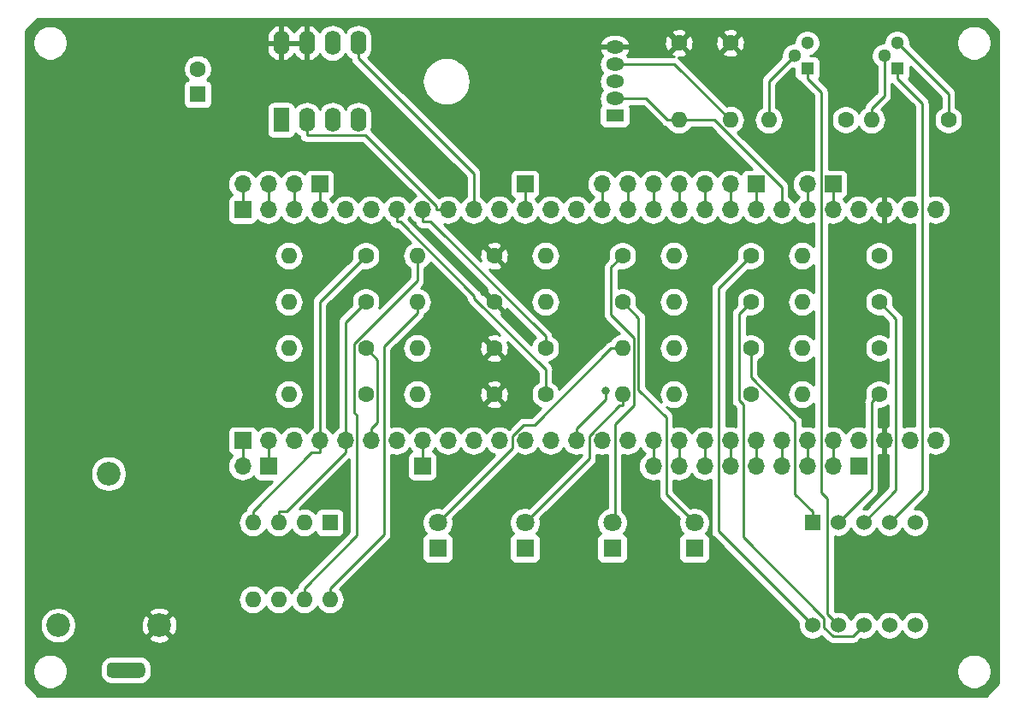
<source format=gbr>
G04 #@! TF.GenerationSoftware,KiCad,Pcbnew,(5.1.0-0)*
G04 #@! TF.CreationDate,2019-05-29T17:03:09+02:00*
G04 #@! TF.ProjectId,ac2-detpic-shield,6163322d-6465-4747-9069-632d73686965,rev?*
G04 #@! TF.SameCoordinates,Original*
G04 #@! TF.FileFunction,Copper,L2,Bot*
G04 #@! TF.FilePolarity,Positive*
%FSLAX46Y46*%
G04 Gerber Fmt 4.6, Leading zero omitted, Abs format (unit mm)*
G04 Created by KiCad (PCBNEW (5.1.0-0)) date 2019-05-29 17:03:09*
%MOMM*%
%LPD*%
G04 APERTURE LIST*
%ADD10C,0.100000*%
%ADD11C,1.524000*%
%ADD12O,1.600000X1.600000*%
%ADD13C,1.600000*%
%ADD14R,1.600000X1.600000*%
%ADD15C,1.800000*%
%ADD16R,1.800000X1.800000*%
%ADD17C,1.300000*%
%ADD18R,1.300000X1.300000*%
%ADD19C,2.340000*%
%ADD20R,1.600000X2.400000*%
%ADD21O,1.600000X2.400000*%
%ADD22R,1.524000X1.524000*%
%ADD23R,1.800000X1.275000*%
%ADD24O,1.800000X1.275000*%
%ADD25R,1.700000X1.700000*%
%ADD26O,1.700000X1.700000*%
%ADD27C,0.800000*%
%ADD28C,0.250000*%
%ADD29C,0.254000*%
G04 APERTURE END LIST*
D10*
G36*
X139726882Y-90553568D02*
G01*
X139778661Y-90561249D01*
X139829438Y-90573968D01*
X139878723Y-90591603D01*
X139926043Y-90613983D01*
X139970941Y-90640894D01*
X140012985Y-90672076D01*
X140051771Y-90707229D01*
X140086924Y-90746015D01*
X140118106Y-90788059D01*
X140145017Y-90832957D01*
X140167397Y-90880277D01*
X140185032Y-90929562D01*
X140197751Y-90980339D01*
X140205432Y-91032118D01*
X140208000Y-91084400D01*
X140208000Y-91541600D01*
X140205432Y-91593882D01*
X140197751Y-91645661D01*
X140185032Y-91696438D01*
X140167397Y-91745723D01*
X140145017Y-91793043D01*
X140118106Y-91837941D01*
X140086924Y-91879985D01*
X140051771Y-91918771D01*
X140012985Y-91953924D01*
X139970941Y-91985106D01*
X139926043Y-92012017D01*
X139878723Y-92034397D01*
X139829438Y-92052032D01*
X139778661Y-92064751D01*
X139726882Y-92072432D01*
X139674600Y-92075000D01*
X136931400Y-92075000D01*
X136879118Y-92072432D01*
X136827339Y-92064751D01*
X136776562Y-92052032D01*
X136727277Y-92034397D01*
X136679957Y-92012017D01*
X136635059Y-91985106D01*
X136593015Y-91953924D01*
X136554229Y-91918771D01*
X136519076Y-91879985D01*
X136487894Y-91837941D01*
X136460983Y-91793043D01*
X136438603Y-91745723D01*
X136420968Y-91696438D01*
X136408249Y-91645661D01*
X136400568Y-91593882D01*
X136398000Y-91541600D01*
X136398000Y-91084400D01*
X136400568Y-91032118D01*
X136408249Y-90980339D01*
X136420968Y-90929562D01*
X136438603Y-90880277D01*
X136460983Y-90832957D01*
X136487894Y-90788059D01*
X136519076Y-90746015D01*
X136554229Y-90707229D01*
X136593015Y-90672076D01*
X136635059Y-90640894D01*
X136679957Y-90613983D01*
X136727277Y-90591603D01*
X136776562Y-90573968D01*
X136827339Y-90561249D01*
X136879118Y-90553568D01*
X136931400Y-90551000D01*
X139674600Y-90551000D01*
X139726882Y-90553568D01*
X139726882Y-90553568D01*
G37*
D11*
X138303000Y-91313000D03*
D12*
X154432000Y-50292000D03*
D13*
X162052000Y-50292000D03*
D12*
X154432000Y-54864000D03*
D13*
X162052000Y-54864000D03*
D12*
X154432000Y-59436000D03*
D13*
X162052000Y-59436000D03*
D12*
X154432000Y-64008000D03*
D13*
X162052000Y-64008000D03*
D14*
X145415000Y-34290000D03*
D13*
X145415000Y-31790000D03*
D15*
X194564000Y-76708000D03*
D16*
X194564000Y-79248000D03*
X186436000Y-79248000D03*
D15*
X186436000Y-76708000D03*
D16*
X177800000Y-79248000D03*
D15*
X177800000Y-76708000D03*
X169164000Y-76708000D03*
D16*
X169164000Y-79248000D03*
D17*
X204470000Y-30480000D03*
X205740000Y-29210000D03*
D18*
X205740000Y-31750000D03*
X214630000Y-31750000D03*
D17*
X214630000Y-29210000D03*
X213360000Y-30480000D03*
D13*
X187452000Y-50292000D03*
D12*
X179832000Y-50292000D03*
D13*
X187452000Y-54864000D03*
D12*
X179832000Y-54864000D03*
X187452000Y-64008000D03*
D13*
X179832000Y-64008000D03*
X179832000Y-59436000D03*
D12*
X187452000Y-59436000D03*
D13*
X174752000Y-54864000D03*
D12*
X167132000Y-54864000D03*
X167132000Y-50292000D03*
D13*
X174752000Y-50292000D03*
X174752000Y-59436000D03*
D12*
X167132000Y-59436000D03*
X167132000Y-64008000D03*
D13*
X174752000Y-64008000D03*
D12*
X201930000Y-36830000D03*
D13*
X209550000Y-36830000D03*
D12*
X192532000Y-50292000D03*
D13*
X200152000Y-50292000D03*
X200152000Y-54864000D03*
D12*
X192532000Y-54864000D03*
X192532000Y-59436000D03*
D13*
X200152000Y-59436000D03*
X200152000Y-64008000D03*
D12*
X192532000Y-64008000D03*
X205232000Y-54864000D03*
D13*
X212852000Y-54864000D03*
X212852000Y-50292000D03*
D12*
X205232000Y-50292000D03*
D13*
X212852000Y-59436000D03*
D12*
X205232000Y-59436000D03*
X205232000Y-64008000D03*
D13*
X212852000Y-64008000D03*
D12*
X198120000Y-36830000D03*
D13*
X198120000Y-29210000D03*
D12*
X193040000Y-36830000D03*
D13*
X193040000Y-29210000D03*
X219710000Y-36830000D03*
D12*
X212090000Y-36830000D03*
D19*
X131605000Y-86868000D03*
X136605000Y-71868000D03*
X141605000Y-86868000D03*
D14*
X158496000Y-76708000D03*
D12*
X150876000Y-84328000D03*
X155956000Y-76708000D03*
X153416000Y-84328000D03*
X153416000Y-76708000D03*
X155956000Y-84328000D03*
X150876000Y-76708000D03*
X158496000Y-84328000D03*
D20*
X153670000Y-36830000D03*
D21*
X161290000Y-29210000D03*
X156210000Y-36830000D03*
X158750000Y-29210000D03*
X158750000Y-36830000D03*
X156210000Y-29210000D03*
X161290000Y-36830000D03*
X153670000Y-29210000D03*
D11*
X206248000Y-86868000D03*
X208788000Y-86868000D03*
X211328000Y-86868000D03*
X213868000Y-86868000D03*
X216408000Y-86868000D03*
X216408000Y-76708000D03*
X213868000Y-76708000D03*
X211328000Y-76708000D03*
X208788000Y-76708000D03*
D22*
X206248000Y-76708000D03*
D23*
X186690000Y-36420000D03*
D24*
X186690000Y-34720000D03*
X186690000Y-33020000D03*
X186690000Y-31320000D03*
X186690000Y-29620000D03*
D25*
X149860000Y-45720000D03*
D26*
X152400000Y-45720000D03*
X154940000Y-45720000D03*
X157480000Y-45720000D03*
X160020000Y-45720000D03*
X162560000Y-45720000D03*
X165100000Y-45720000D03*
X167640000Y-45720000D03*
X170180000Y-45720000D03*
X172720000Y-45720000D03*
X175260000Y-45720000D03*
X177800000Y-45720000D03*
X180340000Y-45720000D03*
X182880000Y-45720000D03*
X185420000Y-45720000D03*
X187960000Y-45720000D03*
X190500000Y-45720000D03*
X193040000Y-45720000D03*
X195580000Y-45720000D03*
X198120000Y-45720000D03*
X200660000Y-45720000D03*
X203200000Y-45720000D03*
X205740000Y-45720000D03*
X208280000Y-45720000D03*
X210820000Y-45720000D03*
X213360000Y-45720000D03*
X215900000Y-45720000D03*
X218440000Y-45720000D03*
X218440000Y-68580000D03*
X215900000Y-68580000D03*
X213360000Y-68580000D03*
X210820000Y-68580000D03*
X208280000Y-68580000D03*
X205740000Y-68580000D03*
X203200000Y-68580000D03*
X200660000Y-68580000D03*
X198120000Y-68580000D03*
X195580000Y-68580000D03*
X193040000Y-68580000D03*
X190500000Y-68580000D03*
X187960000Y-68580000D03*
X185420000Y-68580000D03*
X182880000Y-68580000D03*
X180340000Y-68580000D03*
X177800000Y-68580000D03*
X175260000Y-68580000D03*
X172720000Y-68580000D03*
X170180000Y-68580000D03*
X167640000Y-68580000D03*
X165100000Y-68580000D03*
X162560000Y-68580000D03*
X160020000Y-68580000D03*
X157480000Y-68580000D03*
X154940000Y-68580000D03*
X152400000Y-68580000D03*
D25*
X149860000Y-68580000D03*
X157480000Y-43180000D03*
D26*
X154940000Y-43180000D03*
X152400000Y-43180000D03*
X149860000Y-43180000D03*
D25*
X177800000Y-43180000D03*
X208280000Y-43180000D03*
D26*
X205740000Y-43180000D03*
X149860000Y-71120000D03*
D25*
X152400000Y-71120000D03*
X167640000Y-71120000D03*
X210820000Y-71120000D03*
D26*
X208280000Y-71120000D03*
X205740000Y-71120000D03*
X203200000Y-71120000D03*
X200660000Y-71120000D03*
X198120000Y-71120000D03*
X195580000Y-71120000D03*
X193040000Y-71120000D03*
X190500000Y-71120000D03*
D25*
X200660000Y-43180000D03*
D26*
X198120000Y-43180000D03*
X195580000Y-43180000D03*
X193040000Y-43180000D03*
X190500000Y-43180000D03*
X187960000Y-43180000D03*
X185420000Y-43180000D03*
D27*
X205740000Y-48260000D03*
X185771100Y-63674900D03*
D28*
X187452000Y-54864000D02*
X189037700Y-56449700D01*
X189037700Y-56449700D02*
X189037700Y-63555000D01*
X189037700Y-63555000D02*
X191770000Y-66287300D01*
X191770000Y-66287300D02*
X191770000Y-73914000D01*
X191770000Y-73914000D02*
X194564000Y-76708000D01*
X187452000Y-50292000D02*
X186325300Y-51418700D01*
X186325300Y-51418700D02*
X186325300Y-56127500D01*
X186325300Y-56127500D02*
X188587300Y-58389500D01*
X188587300Y-58389500D02*
X188587300Y-65096700D01*
X188587300Y-65096700D02*
X186690000Y-66994000D01*
X186690000Y-66994000D02*
X186690000Y-76454000D01*
X186690000Y-76454000D02*
X186436000Y-76708000D01*
X187452000Y-64008000D02*
X187452000Y-65133300D01*
X177800000Y-76708000D02*
X184150000Y-70358000D01*
X184150000Y-70358000D02*
X184150000Y-68154000D01*
X184150000Y-68154000D02*
X187170700Y-65133300D01*
X187170700Y-65133300D02*
X187452000Y-65133300D01*
X187452000Y-59436000D02*
X186326700Y-59436000D01*
X186326700Y-59436000D02*
X178758300Y-67004400D01*
X178758300Y-67004400D02*
X177710700Y-67004400D01*
X177710700Y-67004400D02*
X176530000Y-68185100D01*
X176530000Y-68185100D02*
X176530000Y-69342000D01*
X176530000Y-69342000D02*
X169164000Y-76708000D01*
X149860000Y-43180000D02*
X149860000Y-45720000D01*
X152400000Y-43180000D02*
X152400000Y-45720000D01*
X154940000Y-43180000D02*
X154940000Y-45720000D01*
X157480000Y-43180000D02*
X157480000Y-45720000D01*
X165100000Y-45720000D02*
X165100000Y-46895300D01*
X165100000Y-46895300D02*
X165448800Y-46895300D01*
X165448800Y-46895300D02*
X172780100Y-54226600D01*
X172780100Y-54226600D02*
X172780100Y-54502100D01*
X172780100Y-54502100D02*
X179832000Y-61554000D01*
X179832000Y-61554000D02*
X179832000Y-64008000D01*
X167640000Y-45720000D02*
X167640000Y-46895300D01*
X167640000Y-46895300D02*
X168448000Y-46895300D01*
X168448000Y-46895300D02*
X179832000Y-58279300D01*
X179832000Y-58279300D02*
X179832000Y-59436000D01*
X156210000Y-36830000D02*
X156210000Y-38355300D01*
X170180000Y-45720000D02*
X169004700Y-45720000D01*
X169004700Y-45720000D02*
X169004700Y-45352600D01*
X169004700Y-45352600D02*
X162007400Y-38355300D01*
X162007400Y-38355300D02*
X156210000Y-38355300D01*
X161290000Y-29210000D02*
X161290000Y-30735300D01*
X172720000Y-45720000D02*
X172720000Y-42165300D01*
X172720000Y-42165300D02*
X161290000Y-30735300D01*
X177800000Y-43180000D02*
X177800000Y-45720000D01*
X204470000Y-30480000D02*
X201930000Y-33020000D01*
X201930000Y-33020000D02*
X201930000Y-36830000D01*
X212090000Y-36830000D02*
X212090000Y-35704700D01*
X212090000Y-35704700D02*
X213360000Y-34434700D01*
X213360000Y-34434700D02*
X213360000Y-30480000D01*
X185420000Y-43180000D02*
X185420000Y-45720000D01*
X187960000Y-43180000D02*
X187960000Y-45720000D01*
X190500000Y-43180000D02*
X190500000Y-45720000D01*
X193040000Y-43180000D02*
X193040000Y-45720000D01*
X195580000Y-43180000D02*
X195580000Y-45720000D01*
X198120000Y-43180000D02*
X198120000Y-45720000D01*
X186690000Y-31320000D02*
X192610000Y-31320000D01*
X192610000Y-31320000D02*
X198120000Y-36830000D01*
X200660000Y-43180000D02*
X200660000Y-45720000D01*
X193040000Y-36830000D02*
X191914700Y-36830000D01*
X186690000Y-34720000D02*
X189804700Y-34720000D01*
X189804700Y-34720000D02*
X191914700Y-36830000D01*
X203200000Y-45720000D02*
X203200000Y-43501600D01*
X203200000Y-43501600D02*
X196528400Y-36830000D01*
X196528400Y-36830000D02*
X193040000Y-36830000D01*
X205740000Y-43180000D02*
X205740000Y-45720000D01*
X208280000Y-43180000D02*
X208280000Y-45720000D01*
X174752000Y-50292000D02*
X176784000Y-48260000D01*
X176784000Y-48260000D02*
X205740000Y-48260000D01*
X208280000Y-71120000D02*
X208280000Y-68580000D01*
X205740000Y-71120000D02*
X205740000Y-68580000D01*
X203200000Y-71120000D02*
X203200000Y-68580000D01*
X200660000Y-71120000D02*
X200660000Y-68580000D01*
X198120000Y-71120000D02*
X198120000Y-68580000D01*
X195580000Y-71120000D02*
X195580000Y-68580000D01*
X193040000Y-71120000D02*
X193040000Y-68580000D01*
X190500000Y-71120000D02*
X190500000Y-68580000D01*
X182880000Y-68580000D02*
X182880000Y-67404700D01*
X182880000Y-67404700D02*
X185771100Y-64513600D01*
X185771100Y-64513600D02*
X185771100Y-63674900D01*
X167640000Y-71120000D02*
X167640000Y-68580000D01*
X162560000Y-68580000D02*
X162560000Y-67404700D01*
X162560000Y-67404700D02*
X163195000Y-66769700D01*
X163195000Y-66769700D02*
X163195000Y-60579000D01*
X163195000Y-60579000D02*
X162052000Y-59436000D01*
X153416000Y-76708000D02*
X153416000Y-75582700D01*
X160020000Y-68580000D02*
X160020000Y-69755300D01*
X160020000Y-69755300D02*
X154192600Y-75582700D01*
X154192600Y-75582700D02*
X153416000Y-75582700D01*
X160020000Y-68580000D02*
X160020000Y-56896000D01*
X160020000Y-56896000D02*
X162052000Y-54864000D01*
X157480000Y-68580000D02*
X157480000Y-69755300D01*
X150876000Y-76708000D02*
X150876000Y-75582700D01*
X157480000Y-69755300D02*
X156703400Y-69755300D01*
X156703400Y-69755300D02*
X150876000Y-75582700D01*
X162052000Y-50292000D02*
X157480000Y-54864000D01*
X157480000Y-54864000D02*
X157480000Y-68580000D01*
X152400000Y-71120000D02*
X152400000Y-68580000D01*
X149860000Y-71120000D02*
X149860000Y-68580000D01*
X219710000Y-36830000D02*
X219710000Y-34290000D01*
X219710000Y-34290000D02*
X214630000Y-29210000D01*
X205740000Y-31750000D02*
X205740000Y-32725300D01*
X208788000Y-86868000D02*
X207700600Y-85780600D01*
X207700600Y-85780600D02*
X207700600Y-74303300D01*
X207700600Y-74303300D02*
X207104600Y-73707300D01*
X207104600Y-73707300D02*
X207104600Y-34089900D01*
X207104600Y-34089900D02*
X205740000Y-32725300D01*
X214630000Y-31750000D02*
X214630000Y-32725300D01*
X213868000Y-76708000D02*
X217092900Y-73483100D01*
X217092900Y-73483100D02*
X217092900Y-35188200D01*
X217092900Y-35188200D02*
X214630000Y-32725300D01*
X167132000Y-54864000D02*
X167132000Y-55989300D01*
X158496000Y-84328000D02*
X158496000Y-83202700D01*
X158496000Y-83202700D02*
X163830000Y-77868700D01*
X163830000Y-77868700D02*
X163830000Y-59291300D01*
X163830000Y-59291300D02*
X167132000Y-55989300D01*
X155956000Y-84328000D02*
X155956000Y-83202700D01*
X155956000Y-83202700D02*
X161199100Y-77959600D01*
X161199100Y-77959600D02*
X161199100Y-66086400D01*
X161199100Y-66086400D02*
X160871400Y-65758700D01*
X160871400Y-65758700D02*
X160871400Y-59006600D01*
X160871400Y-59006600D02*
X167132000Y-52746000D01*
X167132000Y-52746000D02*
X167132000Y-50292000D01*
X206248000Y-86868000D02*
X196938300Y-77558300D01*
X196938300Y-77558300D02*
X196938300Y-53505700D01*
X196938300Y-53505700D02*
X200152000Y-50292000D01*
X211328000Y-86868000D02*
X210230800Y-87965200D01*
X210230800Y-87965200D02*
X208289900Y-87965200D01*
X208289900Y-87965200D02*
X207428800Y-87104100D01*
X207428800Y-87104100D02*
X207428800Y-86152400D01*
X207428800Y-86152400D02*
X199390000Y-78113600D01*
X199390000Y-78113600D02*
X199390000Y-65015900D01*
X199390000Y-65015900D02*
X198988100Y-64614000D01*
X198988100Y-64614000D02*
X198988100Y-56027900D01*
X198988100Y-56027900D02*
X200152000Y-54864000D01*
X200152000Y-59436000D02*
X200152000Y-62325800D01*
X200152000Y-62325800D02*
X204549300Y-66723100D01*
X204549300Y-66723100D02*
X204549300Y-73922000D01*
X204549300Y-73922000D02*
X206248000Y-75620700D01*
X206248000Y-76708000D02*
X206248000Y-75620700D01*
X211328000Y-76708000D02*
X214539800Y-73496200D01*
X214539800Y-73496200D02*
X214539800Y-56551800D01*
X214539800Y-56551800D02*
X212852000Y-54864000D01*
X208788000Y-76708000D02*
X212090000Y-73406000D01*
X212090000Y-73406000D02*
X212090000Y-64770000D01*
X212090000Y-64770000D02*
X212852000Y-64008000D01*
D29*
G36*
X224663000Y-27992606D02*
G01*
X224663000Y-92657394D01*
X223467394Y-93853000D01*
X129592606Y-93853000D01*
X128397000Y-92657394D01*
X128397000Y-91269117D01*
X129075000Y-91269117D01*
X129075000Y-91610883D01*
X129141675Y-91946081D01*
X129272463Y-92261831D01*
X129462337Y-92545998D01*
X129704002Y-92787663D01*
X129988169Y-92977537D01*
X130303919Y-93108325D01*
X130639117Y-93175000D01*
X130980883Y-93175000D01*
X131316081Y-93108325D01*
X131631831Y-92977537D01*
X131915998Y-92787663D01*
X132157663Y-92545998D01*
X132347537Y-92261831D01*
X132478325Y-91946081D01*
X132545000Y-91610883D01*
X132545000Y-91269117D01*
X132508258Y-91084400D01*
X135759928Y-91084400D01*
X135759928Y-91541600D01*
X135782438Y-91770143D01*
X135849101Y-91989903D01*
X135957357Y-92192435D01*
X136103044Y-92369956D01*
X136280565Y-92515643D01*
X136483097Y-92623899D01*
X136702857Y-92690562D01*
X136931400Y-92713072D01*
X139674600Y-92713072D01*
X139903143Y-92690562D01*
X140122903Y-92623899D01*
X140325435Y-92515643D01*
X140502956Y-92369956D01*
X140648643Y-92192435D01*
X140756899Y-91989903D01*
X140823562Y-91770143D01*
X140846072Y-91541600D01*
X140846072Y-91269117D01*
X220515000Y-91269117D01*
X220515000Y-91610883D01*
X220581675Y-91946081D01*
X220712463Y-92261831D01*
X220902337Y-92545998D01*
X221144002Y-92787663D01*
X221428169Y-92977537D01*
X221743919Y-93108325D01*
X222079117Y-93175000D01*
X222420883Y-93175000D01*
X222756081Y-93108325D01*
X223071831Y-92977537D01*
X223355998Y-92787663D01*
X223597663Y-92545998D01*
X223787537Y-92261831D01*
X223918325Y-91946081D01*
X223985000Y-91610883D01*
X223985000Y-91269117D01*
X223918325Y-90933919D01*
X223787537Y-90618169D01*
X223597663Y-90334002D01*
X223355998Y-90092337D01*
X223071831Y-89902463D01*
X222756081Y-89771675D01*
X222420883Y-89705000D01*
X222079117Y-89705000D01*
X221743919Y-89771675D01*
X221428169Y-89902463D01*
X221144002Y-90092337D01*
X220902337Y-90334002D01*
X220712463Y-90618169D01*
X220581675Y-90933919D01*
X220515000Y-91269117D01*
X140846072Y-91269117D01*
X140846072Y-91084400D01*
X140823562Y-90855857D01*
X140756899Y-90636097D01*
X140648643Y-90433565D01*
X140502956Y-90256044D01*
X140325435Y-90110357D01*
X140122903Y-90002101D01*
X139903143Y-89935438D01*
X139674600Y-89912928D01*
X136931400Y-89912928D01*
X136702857Y-89935438D01*
X136483097Y-90002101D01*
X136280565Y-90110357D01*
X136103044Y-90256044D01*
X135957357Y-90433565D01*
X135849101Y-90636097D01*
X135782438Y-90855857D01*
X135759928Y-91084400D01*
X132508258Y-91084400D01*
X132478325Y-90933919D01*
X132347537Y-90618169D01*
X132157663Y-90334002D01*
X131915998Y-90092337D01*
X131631831Y-89902463D01*
X131316081Y-89771675D01*
X130980883Y-89705000D01*
X130639117Y-89705000D01*
X130303919Y-89771675D01*
X129988169Y-89902463D01*
X129704002Y-90092337D01*
X129462337Y-90334002D01*
X129272463Y-90618169D01*
X129141675Y-90933919D01*
X129075000Y-91269117D01*
X128397000Y-91269117D01*
X128397000Y-86690223D01*
X129800000Y-86690223D01*
X129800000Y-87045777D01*
X129869365Y-87394499D01*
X130005429Y-87722988D01*
X130202965Y-88018621D01*
X130454379Y-88270035D01*
X130750012Y-88467571D01*
X131078501Y-88603635D01*
X131427223Y-88673000D01*
X131782777Y-88673000D01*
X132131499Y-88603635D01*
X132459988Y-88467571D01*
X132755621Y-88270035D01*
X132901054Y-88124602D01*
X140528003Y-88124602D01*
X140644275Y-88406389D01*
X140962860Y-88564257D01*
X141306122Y-88656938D01*
X141660869Y-88680873D01*
X142013470Y-88635139D01*
X142350373Y-88521495D01*
X142565725Y-88406389D01*
X142681997Y-88124602D01*
X141605000Y-87047605D01*
X140528003Y-88124602D01*
X132901054Y-88124602D01*
X133007035Y-88018621D01*
X133204571Y-87722988D01*
X133340635Y-87394499D01*
X133410000Y-87045777D01*
X133410000Y-86923869D01*
X139792127Y-86923869D01*
X139837861Y-87276470D01*
X139951505Y-87613373D01*
X140066611Y-87828725D01*
X140348398Y-87944997D01*
X141425395Y-86868000D01*
X141784605Y-86868000D01*
X142861602Y-87944997D01*
X143143389Y-87828725D01*
X143301257Y-87510140D01*
X143393938Y-87166878D01*
X143417873Y-86812131D01*
X143372139Y-86459530D01*
X143258495Y-86122627D01*
X143143389Y-85907275D01*
X142861602Y-85791003D01*
X141784605Y-86868000D01*
X141425395Y-86868000D01*
X140348398Y-85791003D01*
X140066611Y-85907275D01*
X139908743Y-86225860D01*
X139816062Y-86569122D01*
X139792127Y-86923869D01*
X133410000Y-86923869D01*
X133410000Y-86690223D01*
X133340635Y-86341501D01*
X133204571Y-86013012D01*
X133007035Y-85717379D01*
X132901054Y-85611398D01*
X140528003Y-85611398D01*
X141605000Y-86688395D01*
X142681997Y-85611398D01*
X142565725Y-85329611D01*
X142247140Y-85171743D01*
X141903878Y-85079062D01*
X141549131Y-85055127D01*
X141196530Y-85100861D01*
X140859627Y-85214505D01*
X140644275Y-85329611D01*
X140528003Y-85611398D01*
X132901054Y-85611398D01*
X132755621Y-85465965D01*
X132459988Y-85268429D01*
X132131499Y-85132365D01*
X131782777Y-85063000D01*
X131427223Y-85063000D01*
X131078501Y-85132365D01*
X130750012Y-85268429D01*
X130454379Y-85465965D01*
X130202965Y-85717379D01*
X130005429Y-86013012D01*
X129869365Y-86341501D01*
X129800000Y-86690223D01*
X128397000Y-86690223D01*
X128397000Y-71690223D01*
X134800000Y-71690223D01*
X134800000Y-72045777D01*
X134869365Y-72394499D01*
X135005429Y-72722988D01*
X135202965Y-73018621D01*
X135454379Y-73270035D01*
X135750012Y-73467571D01*
X136078501Y-73603635D01*
X136427223Y-73673000D01*
X136782777Y-73673000D01*
X137131499Y-73603635D01*
X137459988Y-73467571D01*
X137755621Y-73270035D01*
X138007035Y-73018621D01*
X138204571Y-72722988D01*
X138340635Y-72394499D01*
X138410000Y-72045777D01*
X138410000Y-71690223D01*
X138340635Y-71341501D01*
X138204571Y-71013012D01*
X138007035Y-70717379D01*
X137755621Y-70465965D01*
X137459988Y-70268429D01*
X137131499Y-70132365D01*
X136782777Y-70063000D01*
X136427223Y-70063000D01*
X136078501Y-70132365D01*
X135750012Y-70268429D01*
X135454379Y-70465965D01*
X135202965Y-70717379D01*
X135005429Y-71013012D01*
X134869365Y-71341501D01*
X134800000Y-71690223D01*
X128397000Y-71690223D01*
X128397000Y-64008000D01*
X152990057Y-64008000D01*
X153017764Y-64289309D01*
X153099818Y-64559808D01*
X153233068Y-64809101D01*
X153412392Y-65027608D01*
X153630899Y-65206932D01*
X153880192Y-65340182D01*
X154150691Y-65422236D01*
X154361508Y-65443000D01*
X154502492Y-65443000D01*
X154713309Y-65422236D01*
X154983808Y-65340182D01*
X155233101Y-65206932D01*
X155451608Y-65027608D01*
X155630932Y-64809101D01*
X155764182Y-64559808D01*
X155846236Y-64289309D01*
X155873943Y-64008000D01*
X155846236Y-63726691D01*
X155764182Y-63456192D01*
X155630932Y-63206899D01*
X155451608Y-62988392D01*
X155233101Y-62809068D01*
X154983808Y-62675818D01*
X154713309Y-62593764D01*
X154502492Y-62573000D01*
X154361508Y-62573000D01*
X154150691Y-62593764D01*
X153880192Y-62675818D01*
X153630899Y-62809068D01*
X153412392Y-62988392D01*
X153233068Y-63206899D01*
X153099818Y-63456192D01*
X153017764Y-63726691D01*
X152990057Y-64008000D01*
X128397000Y-64008000D01*
X128397000Y-59436000D01*
X152990057Y-59436000D01*
X153017764Y-59717309D01*
X153099818Y-59987808D01*
X153233068Y-60237101D01*
X153412392Y-60455608D01*
X153630899Y-60634932D01*
X153880192Y-60768182D01*
X154150691Y-60850236D01*
X154361508Y-60871000D01*
X154502492Y-60871000D01*
X154713309Y-60850236D01*
X154983808Y-60768182D01*
X155233101Y-60634932D01*
X155451608Y-60455608D01*
X155630932Y-60237101D01*
X155764182Y-59987808D01*
X155846236Y-59717309D01*
X155873943Y-59436000D01*
X155846236Y-59154691D01*
X155764182Y-58884192D01*
X155630932Y-58634899D01*
X155451608Y-58416392D01*
X155233101Y-58237068D01*
X154983808Y-58103818D01*
X154713309Y-58021764D01*
X154502492Y-58001000D01*
X154361508Y-58001000D01*
X154150691Y-58021764D01*
X153880192Y-58103818D01*
X153630899Y-58237068D01*
X153412392Y-58416392D01*
X153233068Y-58634899D01*
X153099818Y-58884192D01*
X153017764Y-59154691D01*
X152990057Y-59436000D01*
X128397000Y-59436000D01*
X128397000Y-54864000D01*
X152990057Y-54864000D01*
X153017764Y-55145309D01*
X153099818Y-55415808D01*
X153233068Y-55665101D01*
X153412392Y-55883608D01*
X153630899Y-56062932D01*
X153880192Y-56196182D01*
X154150691Y-56278236D01*
X154361508Y-56299000D01*
X154502492Y-56299000D01*
X154713309Y-56278236D01*
X154983808Y-56196182D01*
X155233101Y-56062932D01*
X155451608Y-55883608D01*
X155630932Y-55665101D01*
X155764182Y-55415808D01*
X155846236Y-55145309D01*
X155873943Y-54864000D01*
X155846236Y-54582691D01*
X155764182Y-54312192D01*
X155630932Y-54062899D01*
X155451608Y-53844392D01*
X155233101Y-53665068D01*
X154983808Y-53531818D01*
X154713309Y-53449764D01*
X154502492Y-53429000D01*
X154361508Y-53429000D01*
X154150691Y-53449764D01*
X153880192Y-53531818D01*
X153630899Y-53665068D01*
X153412392Y-53844392D01*
X153233068Y-54062899D01*
X153099818Y-54312192D01*
X153017764Y-54582691D01*
X152990057Y-54864000D01*
X128397000Y-54864000D01*
X128397000Y-50292000D01*
X152990057Y-50292000D01*
X153017764Y-50573309D01*
X153099818Y-50843808D01*
X153233068Y-51093101D01*
X153412392Y-51311608D01*
X153630899Y-51490932D01*
X153880192Y-51624182D01*
X154150691Y-51706236D01*
X154361508Y-51727000D01*
X154502492Y-51727000D01*
X154713309Y-51706236D01*
X154983808Y-51624182D01*
X155233101Y-51490932D01*
X155451608Y-51311608D01*
X155630932Y-51093101D01*
X155764182Y-50843808D01*
X155846236Y-50573309D01*
X155873943Y-50292000D01*
X155846236Y-50010691D01*
X155764182Y-49740192D01*
X155630932Y-49490899D01*
X155451608Y-49272392D01*
X155233101Y-49093068D01*
X154983808Y-48959818D01*
X154713309Y-48877764D01*
X154502492Y-48857000D01*
X154361508Y-48857000D01*
X154150691Y-48877764D01*
X153880192Y-48959818D01*
X153630899Y-49093068D01*
X153412392Y-49272392D01*
X153233068Y-49490899D01*
X153099818Y-49740192D01*
X153017764Y-50010691D01*
X152990057Y-50292000D01*
X128397000Y-50292000D01*
X128397000Y-43180000D01*
X148367815Y-43180000D01*
X148396487Y-43471111D01*
X148481401Y-43751034D01*
X148619294Y-44009014D01*
X148804866Y-44235134D01*
X148834687Y-44259607D01*
X148765820Y-44280498D01*
X148655506Y-44339463D01*
X148558815Y-44418815D01*
X148479463Y-44515506D01*
X148420498Y-44625820D01*
X148384188Y-44745518D01*
X148371928Y-44870000D01*
X148371928Y-46570000D01*
X148384188Y-46694482D01*
X148420498Y-46814180D01*
X148479463Y-46924494D01*
X148558815Y-47021185D01*
X148655506Y-47100537D01*
X148765820Y-47159502D01*
X148885518Y-47195812D01*
X149010000Y-47208072D01*
X150710000Y-47208072D01*
X150834482Y-47195812D01*
X150954180Y-47159502D01*
X151064494Y-47100537D01*
X151161185Y-47021185D01*
X151240537Y-46924494D01*
X151299502Y-46814180D01*
X151320393Y-46745313D01*
X151344866Y-46775134D01*
X151570986Y-46960706D01*
X151828966Y-47098599D01*
X152108889Y-47183513D01*
X152327050Y-47205000D01*
X152472950Y-47205000D01*
X152691111Y-47183513D01*
X152971034Y-47098599D01*
X153229014Y-46960706D01*
X153455134Y-46775134D01*
X153640706Y-46549014D01*
X153670000Y-46494209D01*
X153699294Y-46549014D01*
X153884866Y-46775134D01*
X154110986Y-46960706D01*
X154368966Y-47098599D01*
X154648889Y-47183513D01*
X154867050Y-47205000D01*
X155012950Y-47205000D01*
X155231111Y-47183513D01*
X155511034Y-47098599D01*
X155769014Y-46960706D01*
X155995134Y-46775134D01*
X156180706Y-46549014D01*
X156210000Y-46494209D01*
X156239294Y-46549014D01*
X156424866Y-46775134D01*
X156650986Y-46960706D01*
X156908966Y-47098599D01*
X157188889Y-47183513D01*
X157407050Y-47205000D01*
X157552950Y-47205000D01*
X157771111Y-47183513D01*
X158051034Y-47098599D01*
X158309014Y-46960706D01*
X158535134Y-46775134D01*
X158720706Y-46549014D01*
X158750000Y-46494209D01*
X158779294Y-46549014D01*
X158964866Y-46775134D01*
X159190986Y-46960706D01*
X159448966Y-47098599D01*
X159728889Y-47183513D01*
X159947050Y-47205000D01*
X160092950Y-47205000D01*
X160311111Y-47183513D01*
X160591034Y-47098599D01*
X160849014Y-46960706D01*
X161075134Y-46775134D01*
X161260706Y-46549014D01*
X161290000Y-46494209D01*
X161319294Y-46549014D01*
X161504866Y-46775134D01*
X161730986Y-46960706D01*
X161988966Y-47098599D01*
X162268889Y-47183513D01*
X162487050Y-47205000D01*
X162632950Y-47205000D01*
X162851111Y-47183513D01*
X163131034Y-47098599D01*
X163389014Y-46960706D01*
X163615134Y-46775134D01*
X163800706Y-46549014D01*
X163830000Y-46494209D01*
X163859294Y-46549014D01*
X164044866Y-46775134D01*
X164270986Y-46960706D01*
X164346754Y-47001205D01*
X164350997Y-47044286D01*
X164394454Y-47187547D01*
X164465026Y-47319576D01*
X164559999Y-47435301D01*
X164675724Y-47530274D01*
X164807753Y-47600846D01*
X164951014Y-47644303D01*
X165062667Y-47655300D01*
X165100000Y-47658977D01*
X165134298Y-47655599D01*
X166487866Y-49009167D01*
X166330899Y-49093068D01*
X166112392Y-49272392D01*
X165933068Y-49490899D01*
X165799818Y-49740192D01*
X165717764Y-50010691D01*
X165690057Y-50292000D01*
X165717764Y-50573309D01*
X165799818Y-50843808D01*
X165933068Y-51093101D01*
X166112392Y-51311608D01*
X166330899Y-51490932D01*
X166372001Y-51512901D01*
X166372000Y-52431197D01*
X163369083Y-55434116D01*
X163431853Y-55282574D01*
X163487000Y-55005335D01*
X163487000Y-54722665D01*
X163431853Y-54445426D01*
X163323680Y-54184273D01*
X163166637Y-53949241D01*
X162966759Y-53749363D01*
X162731727Y-53592320D01*
X162470574Y-53484147D01*
X162193335Y-53429000D01*
X161910665Y-53429000D01*
X161633426Y-53484147D01*
X161372273Y-53592320D01*
X161137241Y-53749363D01*
X160937363Y-53949241D01*
X160780320Y-54184273D01*
X160672147Y-54445426D01*
X160617000Y-54722665D01*
X160617000Y-55005335D01*
X160653312Y-55187886D01*
X159508998Y-56332201D01*
X159480000Y-56355999D01*
X159456202Y-56384997D01*
X159456201Y-56384998D01*
X159385026Y-56471724D01*
X159314454Y-56603754D01*
X159286823Y-56694846D01*
X159270998Y-56747014D01*
X159261441Y-56844046D01*
X159256324Y-56896000D01*
X159260001Y-56933332D01*
X159260000Y-67302405D01*
X159190986Y-67339294D01*
X158964866Y-67524866D01*
X158779294Y-67750986D01*
X158750000Y-67805791D01*
X158720706Y-67750986D01*
X158535134Y-67524866D01*
X158309014Y-67339294D01*
X158240000Y-67302405D01*
X158240000Y-55178801D01*
X161728115Y-51690688D01*
X161910665Y-51727000D01*
X162193335Y-51727000D01*
X162470574Y-51671853D01*
X162731727Y-51563680D01*
X162966759Y-51406637D01*
X163166637Y-51206759D01*
X163323680Y-50971727D01*
X163431853Y-50710574D01*
X163487000Y-50433335D01*
X163487000Y-50150665D01*
X163431853Y-49873426D01*
X163323680Y-49612273D01*
X163166637Y-49377241D01*
X162966759Y-49177363D01*
X162731727Y-49020320D01*
X162470574Y-48912147D01*
X162193335Y-48857000D01*
X161910665Y-48857000D01*
X161633426Y-48912147D01*
X161372273Y-49020320D01*
X161137241Y-49177363D01*
X160937363Y-49377241D01*
X160780320Y-49612273D01*
X160672147Y-49873426D01*
X160617000Y-50150665D01*
X160617000Y-50433335D01*
X160653312Y-50615885D01*
X156969003Y-54300196D01*
X156939999Y-54323999D01*
X156897663Y-54375586D01*
X156845026Y-54439724D01*
X156811685Y-54502100D01*
X156774454Y-54571754D01*
X156730997Y-54715015D01*
X156720000Y-54826668D01*
X156720000Y-54826678D01*
X156716324Y-54864000D01*
X156720000Y-54901322D01*
X156720001Y-67302405D01*
X156650986Y-67339294D01*
X156424866Y-67524866D01*
X156239294Y-67750986D01*
X156210000Y-67805791D01*
X156180706Y-67750986D01*
X155995134Y-67524866D01*
X155769014Y-67339294D01*
X155511034Y-67201401D01*
X155231111Y-67116487D01*
X155012950Y-67095000D01*
X154867050Y-67095000D01*
X154648889Y-67116487D01*
X154368966Y-67201401D01*
X154110986Y-67339294D01*
X153884866Y-67524866D01*
X153699294Y-67750986D01*
X153670000Y-67805791D01*
X153640706Y-67750986D01*
X153455134Y-67524866D01*
X153229014Y-67339294D01*
X152971034Y-67201401D01*
X152691111Y-67116487D01*
X152472950Y-67095000D01*
X152327050Y-67095000D01*
X152108889Y-67116487D01*
X151828966Y-67201401D01*
X151570986Y-67339294D01*
X151344866Y-67524866D01*
X151320393Y-67554687D01*
X151299502Y-67485820D01*
X151240537Y-67375506D01*
X151161185Y-67278815D01*
X151064494Y-67199463D01*
X150954180Y-67140498D01*
X150834482Y-67104188D01*
X150710000Y-67091928D01*
X149010000Y-67091928D01*
X148885518Y-67104188D01*
X148765820Y-67140498D01*
X148655506Y-67199463D01*
X148558815Y-67278815D01*
X148479463Y-67375506D01*
X148420498Y-67485820D01*
X148384188Y-67605518D01*
X148371928Y-67730000D01*
X148371928Y-69430000D01*
X148384188Y-69554482D01*
X148420498Y-69674180D01*
X148479463Y-69784494D01*
X148558815Y-69881185D01*
X148655506Y-69960537D01*
X148765820Y-70019502D01*
X148834687Y-70040393D01*
X148804866Y-70064866D01*
X148619294Y-70290986D01*
X148481401Y-70548966D01*
X148396487Y-70828889D01*
X148367815Y-71120000D01*
X148396487Y-71411111D01*
X148481401Y-71691034D01*
X148619294Y-71949014D01*
X148804866Y-72175134D01*
X149030986Y-72360706D01*
X149288966Y-72498599D01*
X149568889Y-72583513D01*
X149787050Y-72605000D01*
X149932950Y-72605000D01*
X150151111Y-72583513D01*
X150431034Y-72498599D01*
X150689014Y-72360706D01*
X150915134Y-72175134D01*
X150939607Y-72145313D01*
X150960498Y-72214180D01*
X151019463Y-72324494D01*
X151098815Y-72421185D01*
X151195506Y-72500537D01*
X151305820Y-72559502D01*
X151425518Y-72595812D01*
X151550000Y-72608072D01*
X152775827Y-72608072D01*
X150364998Y-75018901D01*
X150336000Y-75042699D01*
X150312202Y-75071697D01*
X150312201Y-75071698D01*
X150241026Y-75158424D01*
X150170454Y-75290454D01*
X150126998Y-75433715D01*
X150122059Y-75483860D01*
X150074899Y-75509068D01*
X149856392Y-75688392D01*
X149677068Y-75906899D01*
X149543818Y-76156192D01*
X149461764Y-76426691D01*
X149434057Y-76708000D01*
X149461764Y-76989309D01*
X149543818Y-77259808D01*
X149677068Y-77509101D01*
X149856392Y-77727608D01*
X150074899Y-77906932D01*
X150324192Y-78040182D01*
X150594691Y-78122236D01*
X150805508Y-78143000D01*
X150946492Y-78143000D01*
X151157309Y-78122236D01*
X151427808Y-78040182D01*
X151677101Y-77906932D01*
X151895608Y-77727608D01*
X152074932Y-77509101D01*
X152146000Y-77376142D01*
X152217068Y-77509101D01*
X152396392Y-77727608D01*
X152614899Y-77906932D01*
X152864192Y-78040182D01*
X153134691Y-78122236D01*
X153345508Y-78143000D01*
X153486492Y-78143000D01*
X153697309Y-78122236D01*
X153967808Y-78040182D01*
X154217101Y-77906932D01*
X154435608Y-77727608D01*
X154614932Y-77509101D01*
X154686000Y-77376142D01*
X154757068Y-77509101D01*
X154936392Y-77727608D01*
X155154899Y-77906932D01*
X155404192Y-78040182D01*
X155674691Y-78122236D01*
X155885508Y-78143000D01*
X156026492Y-78143000D01*
X156237309Y-78122236D01*
X156507808Y-78040182D01*
X156757101Y-77906932D01*
X156975608Y-77727608D01*
X157068419Y-77614518D01*
X157070188Y-77632482D01*
X157106498Y-77752180D01*
X157165463Y-77862494D01*
X157244815Y-77959185D01*
X157341506Y-78038537D01*
X157451820Y-78097502D01*
X157571518Y-78133812D01*
X157696000Y-78146072D01*
X159296000Y-78146072D01*
X159420482Y-78133812D01*
X159540180Y-78097502D01*
X159650494Y-78038537D01*
X159747185Y-77959185D01*
X159826537Y-77862494D01*
X159885502Y-77752180D01*
X159921812Y-77632482D01*
X159934072Y-77508000D01*
X159934072Y-75908000D01*
X159921812Y-75783518D01*
X159885502Y-75663820D01*
X159826537Y-75553506D01*
X159747185Y-75456815D01*
X159650494Y-75377463D01*
X159540180Y-75318498D01*
X159420482Y-75282188D01*
X159296000Y-75269928D01*
X157696000Y-75269928D01*
X157571518Y-75282188D01*
X157451820Y-75318498D01*
X157341506Y-75377463D01*
X157244815Y-75456815D01*
X157165463Y-75553506D01*
X157106498Y-75663820D01*
X157070188Y-75783518D01*
X157068419Y-75801482D01*
X156975608Y-75688392D01*
X156757101Y-75509068D01*
X156507808Y-75375818D01*
X156237309Y-75293764D01*
X156026492Y-75273000D01*
X155885508Y-75273000D01*
X155674691Y-75293764D01*
X155504803Y-75345298D01*
X160439101Y-70411001D01*
X160439100Y-77644798D01*
X155444998Y-82638901D01*
X155416000Y-82662699D01*
X155392202Y-82691697D01*
X155392201Y-82691698D01*
X155321026Y-82778424D01*
X155250454Y-82910454D01*
X155206998Y-83053715D01*
X155202059Y-83103860D01*
X155154899Y-83129068D01*
X154936392Y-83308392D01*
X154757068Y-83526899D01*
X154686000Y-83659858D01*
X154614932Y-83526899D01*
X154435608Y-83308392D01*
X154217101Y-83129068D01*
X153967808Y-82995818D01*
X153697309Y-82913764D01*
X153486492Y-82893000D01*
X153345508Y-82893000D01*
X153134691Y-82913764D01*
X152864192Y-82995818D01*
X152614899Y-83129068D01*
X152396392Y-83308392D01*
X152217068Y-83526899D01*
X152146000Y-83659858D01*
X152074932Y-83526899D01*
X151895608Y-83308392D01*
X151677101Y-83129068D01*
X151427808Y-82995818D01*
X151157309Y-82913764D01*
X150946492Y-82893000D01*
X150805508Y-82893000D01*
X150594691Y-82913764D01*
X150324192Y-82995818D01*
X150074899Y-83129068D01*
X149856392Y-83308392D01*
X149677068Y-83526899D01*
X149543818Y-83776192D01*
X149461764Y-84046691D01*
X149434057Y-84328000D01*
X149461764Y-84609309D01*
X149543818Y-84879808D01*
X149677068Y-85129101D01*
X149856392Y-85347608D01*
X150074899Y-85526932D01*
X150324192Y-85660182D01*
X150594691Y-85742236D01*
X150805508Y-85763000D01*
X150946492Y-85763000D01*
X151157309Y-85742236D01*
X151427808Y-85660182D01*
X151677101Y-85526932D01*
X151895608Y-85347608D01*
X152074932Y-85129101D01*
X152146000Y-84996142D01*
X152217068Y-85129101D01*
X152396392Y-85347608D01*
X152614899Y-85526932D01*
X152864192Y-85660182D01*
X153134691Y-85742236D01*
X153345508Y-85763000D01*
X153486492Y-85763000D01*
X153697309Y-85742236D01*
X153967808Y-85660182D01*
X154217101Y-85526932D01*
X154435608Y-85347608D01*
X154614932Y-85129101D01*
X154686000Y-84996142D01*
X154757068Y-85129101D01*
X154936392Y-85347608D01*
X155154899Y-85526932D01*
X155404192Y-85660182D01*
X155674691Y-85742236D01*
X155885508Y-85763000D01*
X156026492Y-85763000D01*
X156237309Y-85742236D01*
X156507808Y-85660182D01*
X156757101Y-85526932D01*
X156975608Y-85347608D01*
X157154932Y-85129101D01*
X157226000Y-84996142D01*
X157297068Y-85129101D01*
X157476392Y-85347608D01*
X157694899Y-85526932D01*
X157944192Y-85660182D01*
X158214691Y-85742236D01*
X158425508Y-85763000D01*
X158566492Y-85763000D01*
X158777309Y-85742236D01*
X159047808Y-85660182D01*
X159297101Y-85526932D01*
X159515608Y-85347608D01*
X159694932Y-85129101D01*
X159828182Y-84879808D01*
X159910236Y-84609309D01*
X159937943Y-84328000D01*
X159910236Y-84046691D01*
X159828182Y-83776192D01*
X159694932Y-83526899D01*
X159515608Y-83308392D01*
X159487872Y-83285629D01*
X164341004Y-78432498D01*
X164370001Y-78408701D01*
X164441174Y-78321977D01*
X164464974Y-78292977D01*
X164535546Y-78160947D01*
X164543777Y-78133812D01*
X164579003Y-78017686D01*
X164590000Y-77906033D01*
X164590000Y-77906024D01*
X164593676Y-77868701D01*
X164590000Y-77831378D01*
X164590000Y-69977114D01*
X164808889Y-70043513D01*
X165027050Y-70065000D01*
X165172950Y-70065000D01*
X165391111Y-70043513D01*
X165671034Y-69958599D01*
X165929014Y-69820706D01*
X166155134Y-69635134D01*
X166340706Y-69409014D01*
X166370000Y-69354209D01*
X166399294Y-69409014D01*
X166584866Y-69635134D01*
X166614687Y-69659607D01*
X166545820Y-69680498D01*
X166435506Y-69739463D01*
X166338815Y-69818815D01*
X166259463Y-69915506D01*
X166200498Y-70025820D01*
X166164188Y-70145518D01*
X166151928Y-70270000D01*
X166151928Y-71970000D01*
X166164188Y-72094482D01*
X166200498Y-72214180D01*
X166259463Y-72324494D01*
X166338815Y-72421185D01*
X166435506Y-72500537D01*
X166545820Y-72559502D01*
X166665518Y-72595812D01*
X166790000Y-72608072D01*
X168490000Y-72608072D01*
X168614482Y-72595812D01*
X168734180Y-72559502D01*
X168844494Y-72500537D01*
X168941185Y-72421185D01*
X169020537Y-72324494D01*
X169079502Y-72214180D01*
X169115812Y-72094482D01*
X169128072Y-71970000D01*
X169128072Y-70270000D01*
X169115812Y-70145518D01*
X169079502Y-70025820D01*
X169020537Y-69915506D01*
X168941185Y-69818815D01*
X168844494Y-69739463D01*
X168734180Y-69680498D01*
X168665313Y-69659607D01*
X168695134Y-69635134D01*
X168880706Y-69409014D01*
X168910000Y-69354209D01*
X168939294Y-69409014D01*
X169124866Y-69635134D01*
X169350986Y-69820706D01*
X169608966Y-69958599D01*
X169888889Y-70043513D01*
X170107050Y-70065000D01*
X170252950Y-70065000D01*
X170471111Y-70043513D01*
X170751034Y-69958599D01*
X171009014Y-69820706D01*
X171235134Y-69635134D01*
X171420706Y-69409014D01*
X171450000Y-69354209D01*
X171479294Y-69409014D01*
X171664866Y-69635134D01*
X171890986Y-69820706D01*
X172148966Y-69958599D01*
X172428889Y-70043513D01*
X172647050Y-70065000D01*
X172792950Y-70065000D01*
X173011111Y-70043513D01*
X173291034Y-69958599D01*
X173549014Y-69820706D01*
X173775134Y-69635134D01*
X173960706Y-69409014D01*
X173990000Y-69354209D01*
X174019294Y-69409014D01*
X174204866Y-69635134D01*
X174430986Y-69820706D01*
X174688966Y-69958599D01*
X174803773Y-69993425D01*
X169572930Y-75224269D01*
X169315184Y-75173000D01*
X169012816Y-75173000D01*
X168716257Y-75231989D01*
X168436905Y-75347701D01*
X168185495Y-75515688D01*
X167971688Y-75729495D01*
X167803701Y-75980905D01*
X167687989Y-76260257D01*
X167629000Y-76556816D01*
X167629000Y-76859184D01*
X167687989Y-77155743D01*
X167803701Y-77435095D01*
X167971688Y-77686505D01*
X168038127Y-77752944D01*
X168019820Y-77758498D01*
X167909506Y-77817463D01*
X167812815Y-77896815D01*
X167733463Y-77993506D01*
X167674498Y-78103820D01*
X167638188Y-78223518D01*
X167625928Y-78348000D01*
X167625928Y-80148000D01*
X167638188Y-80272482D01*
X167674498Y-80392180D01*
X167733463Y-80502494D01*
X167812815Y-80599185D01*
X167909506Y-80678537D01*
X168019820Y-80737502D01*
X168139518Y-80773812D01*
X168264000Y-80786072D01*
X170064000Y-80786072D01*
X170188482Y-80773812D01*
X170308180Y-80737502D01*
X170418494Y-80678537D01*
X170515185Y-80599185D01*
X170594537Y-80502494D01*
X170653502Y-80392180D01*
X170689812Y-80272482D01*
X170702072Y-80148000D01*
X170702072Y-78348000D01*
X170689812Y-78223518D01*
X170653502Y-78103820D01*
X170594537Y-77993506D01*
X170515185Y-77896815D01*
X170418494Y-77817463D01*
X170308180Y-77758498D01*
X170289873Y-77752944D01*
X170356312Y-77686505D01*
X170524299Y-77435095D01*
X170640011Y-77155743D01*
X170699000Y-76859184D01*
X170699000Y-76556816D01*
X170647731Y-76299070D01*
X177041003Y-69905799D01*
X177070001Y-69882001D01*
X177074776Y-69876183D01*
X177228966Y-69958599D01*
X177508889Y-70043513D01*
X177727050Y-70065000D01*
X177872950Y-70065000D01*
X178091111Y-70043513D01*
X178371034Y-69958599D01*
X178629014Y-69820706D01*
X178855134Y-69635134D01*
X179040706Y-69409014D01*
X179070000Y-69354209D01*
X179099294Y-69409014D01*
X179284866Y-69635134D01*
X179510986Y-69820706D01*
X179768966Y-69958599D01*
X180048889Y-70043513D01*
X180267050Y-70065000D01*
X180412950Y-70065000D01*
X180631111Y-70043513D01*
X180911034Y-69958599D01*
X181169014Y-69820706D01*
X181395134Y-69635134D01*
X181580706Y-69409014D01*
X181610000Y-69354209D01*
X181639294Y-69409014D01*
X181824866Y-69635134D01*
X182050986Y-69820706D01*
X182308966Y-69958599D01*
X182588889Y-70043513D01*
X182807050Y-70065000D01*
X182952950Y-70065000D01*
X183171111Y-70043513D01*
X183390000Y-69977113D01*
X183390000Y-70043198D01*
X178208930Y-75224269D01*
X177951184Y-75173000D01*
X177648816Y-75173000D01*
X177352257Y-75231989D01*
X177072905Y-75347701D01*
X176821495Y-75515688D01*
X176607688Y-75729495D01*
X176439701Y-75980905D01*
X176323989Y-76260257D01*
X176265000Y-76556816D01*
X176265000Y-76859184D01*
X176323989Y-77155743D01*
X176439701Y-77435095D01*
X176607688Y-77686505D01*
X176674127Y-77752944D01*
X176655820Y-77758498D01*
X176545506Y-77817463D01*
X176448815Y-77896815D01*
X176369463Y-77993506D01*
X176310498Y-78103820D01*
X176274188Y-78223518D01*
X176261928Y-78348000D01*
X176261928Y-80148000D01*
X176274188Y-80272482D01*
X176310498Y-80392180D01*
X176369463Y-80502494D01*
X176448815Y-80599185D01*
X176545506Y-80678537D01*
X176655820Y-80737502D01*
X176775518Y-80773812D01*
X176900000Y-80786072D01*
X178700000Y-80786072D01*
X178824482Y-80773812D01*
X178944180Y-80737502D01*
X179054494Y-80678537D01*
X179151185Y-80599185D01*
X179230537Y-80502494D01*
X179289502Y-80392180D01*
X179325812Y-80272482D01*
X179338072Y-80148000D01*
X179338072Y-78348000D01*
X179325812Y-78223518D01*
X179289502Y-78103820D01*
X179230537Y-77993506D01*
X179151185Y-77896815D01*
X179054494Y-77817463D01*
X178944180Y-77758498D01*
X178925873Y-77752944D01*
X178992312Y-77686505D01*
X179160299Y-77435095D01*
X179276011Y-77155743D01*
X179335000Y-76859184D01*
X179335000Y-76556816D01*
X179283731Y-76299070D01*
X184661004Y-70921798D01*
X184690001Y-70898001D01*
X184746720Y-70828889D01*
X184784974Y-70782277D01*
X184855546Y-70650247D01*
X184855546Y-70650246D01*
X184899003Y-70506986D01*
X184910000Y-70395333D01*
X184910000Y-70395324D01*
X184913676Y-70358001D01*
X184910000Y-70320678D01*
X184910000Y-69977114D01*
X185128889Y-70043513D01*
X185347050Y-70065000D01*
X185492950Y-70065000D01*
X185711111Y-70043513D01*
X185930000Y-69977113D01*
X185930001Y-75256120D01*
X185708905Y-75347701D01*
X185457495Y-75515688D01*
X185243688Y-75729495D01*
X185075701Y-75980905D01*
X184959989Y-76260257D01*
X184901000Y-76556816D01*
X184901000Y-76859184D01*
X184959989Y-77155743D01*
X185075701Y-77435095D01*
X185243688Y-77686505D01*
X185310127Y-77752944D01*
X185291820Y-77758498D01*
X185181506Y-77817463D01*
X185084815Y-77896815D01*
X185005463Y-77993506D01*
X184946498Y-78103820D01*
X184910188Y-78223518D01*
X184897928Y-78348000D01*
X184897928Y-80148000D01*
X184910188Y-80272482D01*
X184946498Y-80392180D01*
X185005463Y-80502494D01*
X185084815Y-80599185D01*
X185181506Y-80678537D01*
X185291820Y-80737502D01*
X185411518Y-80773812D01*
X185536000Y-80786072D01*
X187336000Y-80786072D01*
X187460482Y-80773812D01*
X187580180Y-80737502D01*
X187690494Y-80678537D01*
X187787185Y-80599185D01*
X187866537Y-80502494D01*
X187925502Y-80392180D01*
X187961812Y-80272482D01*
X187974072Y-80148000D01*
X187974072Y-78348000D01*
X187961812Y-78223518D01*
X187925502Y-78103820D01*
X187866537Y-77993506D01*
X187787185Y-77896815D01*
X187690494Y-77817463D01*
X187580180Y-77758498D01*
X187561873Y-77752944D01*
X187628312Y-77686505D01*
X187796299Y-77435095D01*
X187912011Y-77155743D01*
X187971000Y-76859184D01*
X187971000Y-76556816D01*
X187912011Y-76260257D01*
X187796299Y-75980905D01*
X187628312Y-75729495D01*
X187450000Y-75551183D01*
X187450000Y-69977114D01*
X187668889Y-70043513D01*
X187887050Y-70065000D01*
X188032950Y-70065000D01*
X188251111Y-70043513D01*
X188531034Y-69958599D01*
X188789014Y-69820706D01*
X189015134Y-69635134D01*
X189200706Y-69409014D01*
X189230000Y-69354209D01*
X189259294Y-69409014D01*
X189444866Y-69635134D01*
X189670986Y-69820706D01*
X189725791Y-69850000D01*
X189670986Y-69879294D01*
X189444866Y-70064866D01*
X189259294Y-70290986D01*
X189121401Y-70548966D01*
X189036487Y-70828889D01*
X189007815Y-71120000D01*
X189036487Y-71411111D01*
X189121401Y-71691034D01*
X189259294Y-71949014D01*
X189444866Y-72175134D01*
X189670986Y-72360706D01*
X189928966Y-72498599D01*
X190208889Y-72583513D01*
X190427050Y-72605000D01*
X190572950Y-72605000D01*
X190791111Y-72583513D01*
X191010001Y-72517113D01*
X191010001Y-73876668D01*
X191006324Y-73914000D01*
X191010001Y-73951333D01*
X191020998Y-74062986D01*
X191023425Y-74070986D01*
X191064454Y-74206246D01*
X191135026Y-74338276D01*
X191141592Y-74346276D01*
X191230000Y-74454001D01*
X191258998Y-74477799D01*
X193080269Y-76299070D01*
X193029000Y-76556816D01*
X193029000Y-76859184D01*
X193087989Y-77155743D01*
X193203701Y-77435095D01*
X193371688Y-77686505D01*
X193438127Y-77752944D01*
X193419820Y-77758498D01*
X193309506Y-77817463D01*
X193212815Y-77896815D01*
X193133463Y-77993506D01*
X193074498Y-78103820D01*
X193038188Y-78223518D01*
X193025928Y-78348000D01*
X193025928Y-80148000D01*
X193038188Y-80272482D01*
X193074498Y-80392180D01*
X193133463Y-80502494D01*
X193212815Y-80599185D01*
X193309506Y-80678537D01*
X193419820Y-80737502D01*
X193539518Y-80773812D01*
X193664000Y-80786072D01*
X195464000Y-80786072D01*
X195588482Y-80773812D01*
X195708180Y-80737502D01*
X195818494Y-80678537D01*
X195915185Y-80599185D01*
X195994537Y-80502494D01*
X196053502Y-80392180D01*
X196089812Y-80272482D01*
X196102072Y-80148000D01*
X196102072Y-78348000D01*
X196089812Y-78223518D01*
X196053502Y-78103820D01*
X195994537Y-77993506D01*
X195915185Y-77896815D01*
X195818494Y-77817463D01*
X195708180Y-77758498D01*
X195689873Y-77752944D01*
X195756312Y-77686505D01*
X195924299Y-77435095D01*
X196040011Y-77155743D01*
X196099000Y-76859184D01*
X196099000Y-76556816D01*
X196040011Y-76260257D01*
X195924299Y-75980905D01*
X195756312Y-75729495D01*
X195542505Y-75515688D01*
X195291095Y-75347701D01*
X195011743Y-75231989D01*
X194715184Y-75173000D01*
X194412816Y-75173000D01*
X194155070Y-75224269D01*
X192530000Y-73599199D01*
X192530000Y-72517114D01*
X192748889Y-72583513D01*
X192967050Y-72605000D01*
X193112950Y-72605000D01*
X193331111Y-72583513D01*
X193611034Y-72498599D01*
X193869014Y-72360706D01*
X194095134Y-72175134D01*
X194280706Y-71949014D01*
X194310000Y-71894209D01*
X194339294Y-71949014D01*
X194524866Y-72175134D01*
X194750986Y-72360706D01*
X195008966Y-72498599D01*
X195288889Y-72583513D01*
X195507050Y-72605000D01*
X195652950Y-72605000D01*
X195871111Y-72583513D01*
X196151034Y-72498599D01*
X196178300Y-72484025D01*
X196178300Y-77520978D01*
X196174624Y-77558300D01*
X196178300Y-77595622D01*
X196178300Y-77595632D01*
X196189297Y-77707285D01*
X196232754Y-77850546D01*
X196303326Y-77982576D01*
X196332141Y-78017687D01*
X196398299Y-78098301D01*
X196427303Y-78122104D01*
X204881628Y-86576430D01*
X204851000Y-86730408D01*
X204851000Y-87005592D01*
X204904686Y-87275490D01*
X205009995Y-87529727D01*
X205162880Y-87758535D01*
X205357465Y-87953120D01*
X205586273Y-88106005D01*
X205840510Y-88211314D01*
X206110408Y-88265000D01*
X206385592Y-88265000D01*
X206655490Y-88211314D01*
X206909727Y-88106005D01*
X207138535Y-87953120D01*
X207170777Y-87920878D01*
X207726101Y-88476203D01*
X207749899Y-88505201D01*
X207865624Y-88600174D01*
X207997653Y-88670746D01*
X208140914Y-88714203D01*
X208252567Y-88725200D01*
X208252576Y-88725200D01*
X208289899Y-88728876D01*
X208327222Y-88725200D01*
X210193478Y-88725200D01*
X210230800Y-88728876D01*
X210268122Y-88725200D01*
X210268133Y-88725200D01*
X210379786Y-88714203D01*
X210523047Y-88670746D01*
X210655076Y-88600174D01*
X210770801Y-88505201D01*
X210794604Y-88476198D01*
X211036429Y-88234372D01*
X211190408Y-88265000D01*
X211465592Y-88265000D01*
X211735490Y-88211314D01*
X211989727Y-88106005D01*
X212218535Y-87953120D01*
X212413120Y-87758535D01*
X212566005Y-87529727D01*
X212598000Y-87452485D01*
X212629995Y-87529727D01*
X212782880Y-87758535D01*
X212977465Y-87953120D01*
X213206273Y-88106005D01*
X213460510Y-88211314D01*
X213730408Y-88265000D01*
X214005592Y-88265000D01*
X214275490Y-88211314D01*
X214529727Y-88106005D01*
X214758535Y-87953120D01*
X214953120Y-87758535D01*
X215106005Y-87529727D01*
X215138000Y-87452485D01*
X215169995Y-87529727D01*
X215322880Y-87758535D01*
X215517465Y-87953120D01*
X215746273Y-88106005D01*
X216000510Y-88211314D01*
X216270408Y-88265000D01*
X216545592Y-88265000D01*
X216815490Y-88211314D01*
X217069727Y-88106005D01*
X217298535Y-87953120D01*
X217493120Y-87758535D01*
X217646005Y-87529727D01*
X217751314Y-87275490D01*
X217805000Y-87005592D01*
X217805000Y-86730408D01*
X217751314Y-86460510D01*
X217646005Y-86206273D01*
X217493120Y-85977465D01*
X217298535Y-85782880D01*
X217069727Y-85629995D01*
X216815490Y-85524686D01*
X216545592Y-85471000D01*
X216270408Y-85471000D01*
X216000510Y-85524686D01*
X215746273Y-85629995D01*
X215517465Y-85782880D01*
X215322880Y-85977465D01*
X215169995Y-86206273D01*
X215138000Y-86283515D01*
X215106005Y-86206273D01*
X214953120Y-85977465D01*
X214758535Y-85782880D01*
X214529727Y-85629995D01*
X214275490Y-85524686D01*
X214005592Y-85471000D01*
X213730408Y-85471000D01*
X213460510Y-85524686D01*
X213206273Y-85629995D01*
X212977465Y-85782880D01*
X212782880Y-85977465D01*
X212629995Y-86206273D01*
X212598000Y-86283515D01*
X212566005Y-86206273D01*
X212413120Y-85977465D01*
X212218535Y-85782880D01*
X211989727Y-85629995D01*
X211735490Y-85524686D01*
X211465592Y-85471000D01*
X211190408Y-85471000D01*
X210920510Y-85524686D01*
X210666273Y-85629995D01*
X210437465Y-85782880D01*
X210242880Y-85977465D01*
X210089995Y-86206273D01*
X210058000Y-86283515D01*
X210026005Y-86206273D01*
X209873120Y-85977465D01*
X209678535Y-85782880D01*
X209449727Y-85629995D01*
X209195490Y-85524686D01*
X208925592Y-85471000D01*
X208650408Y-85471000D01*
X208496429Y-85501628D01*
X208460600Y-85465799D01*
X208460600Y-78067245D01*
X208650408Y-78105000D01*
X208925592Y-78105000D01*
X209195490Y-78051314D01*
X209449727Y-77946005D01*
X209678535Y-77793120D01*
X209873120Y-77598535D01*
X210026005Y-77369727D01*
X210058000Y-77292485D01*
X210089995Y-77369727D01*
X210242880Y-77598535D01*
X210437465Y-77793120D01*
X210666273Y-77946005D01*
X210920510Y-78051314D01*
X211190408Y-78105000D01*
X211465592Y-78105000D01*
X211735490Y-78051314D01*
X211989727Y-77946005D01*
X212218535Y-77793120D01*
X212413120Y-77598535D01*
X212566005Y-77369727D01*
X212598000Y-77292485D01*
X212629995Y-77369727D01*
X212782880Y-77598535D01*
X212977465Y-77793120D01*
X213206273Y-77946005D01*
X213460510Y-78051314D01*
X213730408Y-78105000D01*
X214005592Y-78105000D01*
X214275490Y-78051314D01*
X214529727Y-77946005D01*
X214758535Y-77793120D01*
X214953120Y-77598535D01*
X215106005Y-77369727D01*
X215138000Y-77292485D01*
X215169995Y-77369727D01*
X215322880Y-77598535D01*
X215517465Y-77793120D01*
X215746273Y-77946005D01*
X216000510Y-78051314D01*
X216270408Y-78105000D01*
X216545592Y-78105000D01*
X216815490Y-78051314D01*
X217069727Y-77946005D01*
X217298535Y-77793120D01*
X217493120Y-77598535D01*
X217646005Y-77369727D01*
X217751314Y-77115490D01*
X217805000Y-76845592D01*
X217805000Y-76570408D01*
X217751314Y-76300510D01*
X217646005Y-76046273D01*
X217493120Y-75817465D01*
X217298535Y-75622880D01*
X217069727Y-75469995D01*
X216815490Y-75364686D01*
X216545592Y-75311000D01*
X216339802Y-75311000D01*
X217603904Y-74046898D01*
X217632901Y-74023101D01*
X217727874Y-73907376D01*
X217798446Y-73775347D01*
X217841903Y-73632086D01*
X217852900Y-73520433D01*
X217852900Y-73520424D01*
X217856576Y-73483101D01*
X217852900Y-73445778D01*
X217852900Y-69950012D01*
X217868966Y-69958599D01*
X218148889Y-70043513D01*
X218367050Y-70065000D01*
X218512950Y-70065000D01*
X218731111Y-70043513D01*
X219011034Y-69958599D01*
X219269014Y-69820706D01*
X219495134Y-69635134D01*
X219680706Y-69409014D01*
X219818599Y-69151034D01*
X219903513Y-68871111D01*
X219932185Y-68580000D01*
X219903513Y-68288889D01*
X219818599Y-68008966D01*
X219680706Y-67750986D01*
X219495134Y-67524866D01*
X219269014Y-67339294D01*
X219011034Y-67201401D01*
X218731111Y-67116487D01*
X218512950Y-67095000D01*
X218367050Y-67095000D01*
X218148889Y-67116487D01*
X217868966Y-67201401D01*
X217852900Y-67209988D01*
X217852900Y-47090012D01*
X217868966Y-47098599D01*
X218148889Y-47183513D01*
X218367050Y-47205000D01*
X218512950Y-47205000D01*
X218731111Y-47183513D01*
X219011034Y-47098599D01*
X219269014Y-46960706D01*
X219495134Y-46775134D01*
X219680706Y-46549014D01*
X219818599Y-46291034D01*
X219903513Y-46011111D01*
X219932185Y-45720000D01*
X219903513Y-45428889D01*
X219818599Y-45148966D01*
X219680706Y-44890986D01*
X219495134Y-44664866D01*
X219269014Y-44479294D01*
X219011034Y-44341401D01*
X218731111Y-44256487D01*
X218512950Y-44235000D01*
X218367050Y-44235000D01*
X218148889Y-44256487D01*
X217868966Y-44341401D01*
X217852900Y-44349988D01*
X217852900Y-35225533D01*
X217856577Y-35188200D01*
X217841903Y-35039214D01*
X217798446Y-34895953D01*
X217727874Y-34763924D01*
X217697527Y-34726946D01*
X217632901Y-34648199D01*
X217603903Y-34624401D01*
X215776036Y-32796534D01*
X215810537Y-32754494D01*
X215869502Y-32644180D01*
X215905812Y-32524482D01*
X215918072Y-32400000D01*
X215918072Y-31572873D01*
X218950001Y-34604803D01*
X218950000Y-35611956D01*
X218795241Y-35715363D01*
X218595363Y-35915241D01*
X218438320Y-36150273D01*
X218330147Y-36411426D01*
X218275000Y-36688665D01*
X218275000Y-36971335D01*
X218330147Y-37248574D01*
X218438320Y-37509727D01*
X218595363Y-37744759D01*
X218795241Y-37944637D01*
X219030273Y-38101680D01*
X219291426Y-38209853D01*
X219568665Y-38265000D01*
X219851335Y-38265000D01*
X220128574Y-38209853D01*
X220389727Y-38101680D01*
X220624759Y-37944637D01*
X220824637Y-37744759D01*
X220981680Y-37509727D01*
X221089853Y-37248574D01*
X221145000Y-36971335D01*
X221145000Y-36688665D01*
X221089853Y-36411426D01*
X220981680Y-36150273D01*
X220824637Y-35915241D01*
X220624759Y-35715363D01*
X220470000Y-35611957D01*
X220470000Y-34327323D01*
X220473676Y-34290000D01*
X220470000Y-34252677D01*
X220470000Y-34252667D01*
X220459003Y-34141014D01*
X220415546Y-33997753D01*
X220401245Y-33970998D01*
X220344974Y-33865723D01*
X220273799Y-33778997D01*
X220250001Y-33749999D01*
X220221003Y-33726201D01*
X215901124Y-29406323D01*
X215915000Y-29336561D01*
X215915000Y-29083439D01*
X215906184Y-29039117D01*
X220515000Y-29039117D01*
X220515000Y-29380883D01*
X220581675Y-29716081D01*
X220712463Y-30031831D01*
X220902337Y-30315998D01*
X221144002Y-30557663D01*
X221428169Y-30747537D01*
X221743919Y-30878325D01*
X222079117Y-30945000D01*
X222420883Y-30945000D01*
X222756081Y-30878325D01*
X223071831Y-30747537D01*
X223355998Y-30557663D01*
X223597663Y-30315998D01*
X223787537Y-30031831D01*
X223918325Y-29716081D01*
X223985000Y-29380883D01*
X223985000Y-29039117D01*
X223918325Y-28703919D01*
X223787537Y-28388169D01*
X223597663Y-28104002D01*
X223355998Y-27862337D01*
X223071831Y-27672463D01*
X222756081Y-27541675D01*
X222420883Y-27475000D01*
X222079117Y-27475000D01*
X221743919Y-27541675D01*
X221428169Y-27672463D01*
X221144002Y-27862337D01*
X220902337Y-28104002D01*
X220712463Y-28388169D01*
X220581675Y-28703919D01*
X220515000Y-29039117D01*
X215906184Y-29039117D01*
X215865619Y-28835179D01*
X215768753Y-28601324D01*
X215628125Y-28390860D01*
X215449140Y-28211875D01*
X215238676Y-28071247D01*
X215004821Y-27974381D01*
X214756561Y-27925000D01*
X214503439Y-27925000D01*
X214255179Y-27974381D01*
X214021324Y-28071247D01*
X213810860Y-28211875D01*
X213631875Y-28390860D01*
X213491247Y-28601324D01*
X213394381Y-28835179D01*
X213345000Y-29083439D01*
X213345000Y-29195000D01*
X213233439Y-29195000D01*
X212985179Y-29244381D01*
X212751324Y-29341247D01*
X212540860Y-29481875D01*
X212361875Y-29660860D01*
X212221247Y-29871324D01*
X212124381Y-30105179D01*
X212075000Y-30353439D01*
X212075000Y-30606561D01*
X212124381Y-30854821D01*
X212221247Y-31088676D01*
X212361875Y-31299140D01*
X212540860Y-31478125D01*
X212600001Y-31517642D01*
X212600000Y-34119898D01*
X211578998Y-35140901D01*
X211550000Y-35164699D01*
X211526202Y-35193697D01*
X211526201Y-35193698D01*
X211455026Y-35280424D01*
X211384454Y-35412454D01*
X211354180Y-35512258D01*
X211346275Y-35538320D01*
X211340998Y-35555715D01*
X211336059Y-35605860D01*
X211288899Y-35631068D01*
X211070392Y-35810392D01*
X210891068Y-36028899D01*
X210823650Y-36155029D01*
X210821680Y-36150273D01*
X210664637Y-35915241D01*
X210464759Y-35715363D01*
X210229727Y-35558320D01*
X209968574Y-35450147D01*
X209691335Y-35395000D01*
X209408665Y-35395000D01*
X209131426Y-35450147D01*
X208870273Y-35558320D01*
X208635241Y-35715363D01*
X208435363Y-35915241D01*
X208278320Y-36150273D01*
X208170147Y-36411426D01*
X208115000Y-36688665D01*
X208115000Y-36971335D01*
X208170147Y-37248574D01*
X208278320Y-37509727D01*
X208435363Y-37744759D01*
X208635241Y-37944637D01*
X208870273Y-38101680D01*
X209131426Y-38209853D01*
X209408665Y-38265000D01*
X209691335Y-38265000D01*
X209968574Y-38209853D01*
X210229727Y-38101680D01*
X210464759Y-37944637D01*
X210664637Y-37744759D01*
X210821680Y-37509727D01*
X210823650Y-37504971D01*
X210891068Y-37631101D01*
X211070392Y-37849608D01*
X211288899Y-38028932D01*
X211538192Y-38162182D01*
X211808691Y-38244236D01*
X212019508Y-38265000D01*
X212160492Y-38265000D01*
X212371309Y-38244236D01*
X212641808Y-38162182D01*
X212891101Y-38028932D01*
X213109608Y-37849608D01*
X213288932Y-37631101D01*
X213422182Y-37381808D01*
X213504236Y-37111309D01*
X213531943Y-36830000D01*
X213504236Y-36548691D01*
X213422182Y-36278192D01*
X213288932Y-36028899D01*
X213109608Y-35810392D01*
X213081872Y-35787630D01*
X213871004Y-34998498D01*
X213900001Y-34974701D01*
X213994974Y-34858976D01*
X214065546Y-34726947D01*
X214109003Y-34583686D01*
X214120000Y-34472033D01*
X214120000Y-34472024D01*
X214123676Y-34434701D01*
X214120000Y-34397378D01*
X214120000Y-33290101D01*
X216332901Y-35503003D01*
X216332901Y-44299499D01*
X216191111Y-44256487D01*
X215972950Y-44235000D01*
X215827050Y-44235000D01*
X215608889Y-44256487D01*
X215328966Y-44341401D01*
X215070986Y-44479294D01*
X214844866Y-44664866D01*
X214659294Y-44890986D01*
X214624799Y-44955523D01*
X214555178Y-44838645D01*
X214360269Y-44622412D01*
X214126920Y-44448359D01*
X213864099Y-44323175D01*
X213716890Y-44278524D01*
X213487000Y-44399845D01*
X213487000Y-45593000D01*
X213507000Y-45593000D01*
X213507000Y-45847000D01*
X213487000Y-45847000D01*
X213487000Y-47040155D01*
X213716890Y-47161476D01*
X213864099Y-47116825D01*
X214126920Y-46991641D01*
X214360269Y-46817588D01*
X214555178Y-46601355D01*
X214624799Y-46484477D01*
X214659294Y-46549014D01*
X214844866Y-46775134D01*
X215070986Y-46960706D01*
X215328966Y-47098599D01*
X215608889Y-47183513D01*
X215827050Y-47205000D01*
X215972950Y-47205000D01*
X216191111Y-47183513D01*
X216332901Y-47140501D01*
X216332900Y-67159498D01*
X216191111Y-67116487D01*
X215972950Y-67095000D01*
X215827050Y-67095000D01*
X215608889Y-67116487D01*
X215328966Y-67201401D01*
X215299800Y-67216991D01*
X215299800Y-56589125D01*
X215303476Y-56551800D01*
X215299800Y-56514475D01*
X215299800Y-56514467D01*
X215288803Y-56402814D01*
X215245346Y-56259553D01*
X215174774Y-56127524D01*
X215079801Y-56011799D01*
X215050803Y-55988001D01*
X214250688Y-55187886D01*
X214287000Y-55005335D01*
X214287000Y-54722665D01*
X214231853Y-54445426D01*
X214123680Y-54184273D01*
X213966637Y-53949241D01*
X213766759Y-53749363D01*
X213531727Y-53592320D01*
X213270574Y-53484147D01*
X212993335Y-53429000D01*
X212710665Y-53429000D01*
X212433426Y-53484147D01*
X212172273Y-53592320D01*
X211937241Y-53749363D01*
X211737363Y-53949241D01*
X211580320Y-54184273D01*
X211472147Y-54445426D01*
X211417000Y-54722665D01*
X211417000Y-55005335D01*
X211472147Y-55282574D01*
X211580320Y-55543727D01*
X211737363Y-55778759D01*
X211937241Y-55978637D01*
X212172273Y-56135680D01*
X212433426Y-56243853D01*
X212710665Y-56299000D01*
X212993335Y-56299000D01*
X213175886Y-56262688D01*
X213779801Y-56866603D01*
X213779801Y-58334405D01*
X213766759Y-58321363D01*
X213531727Y-58164320D01*
X213270574Y-58056147D01*
X212993335Y-58001000D01*
X212710665Y-58001000D01*
X212433426Y-58056147D01*
X212172273Y-58164320D01*
X211937241Y-58321363D01*
X211737363Y-58521241D01*
X211580320Y-58756273D01*
X211472147Y-59017426D01*
X211417000Y-59294665D01*
X211417000Y-59577335D01*
X211472147Y-59854574D01*
X211580320Y-60115727D01*
X211737363Y-60350759D01*
X211937241Y-60550637D01*
X212172273Y-60707680D01*
X212433426Y-60815853D01*
X212710665Y-60871000D01*
X212993335Y-60871000D01*
X213270574Y-60815853D01*
X213531727Y-60707680D01*
X213766759Y-60550637D01*
X213779801Y-60537595D01*
X213779801Y-62906405D01*
X213766759Y-62893363D01*
X213531727Y-62736320D01*
X213270574Y-62628147D01*
X212993335Y-62573000D01*
X212710665Y-62573000D01*
X212433426Y-62628147D01*
X212172273Y-62736320D01*
X211937241Y-62893363D01*
X211737363Y-63093241D01*
X211580320Y-63328273D01*
X211472147Y-63589426D01*
X211417000Y-63866665D01*
X211417000Y-64149335D01*
X211455862Y-64344705D01*
X211455026Y-64345724D01*
X211384454Y-64477754D01*
X211379525Y-64494004D01*
X211340998Y-64621014D01*
X211336161Y-64670126D01*
X211326324Y-64770000D01*
X211330001Y-64807332D01*
X211330001Y-67182887D01*
X211111111Y-67116487D01*
X210892950Y-67095000D01*
X210747050Y-67095000D01*
X210528889Y-67116487D01*
X210248966Y-67201401D01*
X209990986Y-67339294D01*
X209764866Y-67524866D01*
X209579294Y-67750986D01*
X209550000Y-67805791D01*
X209520706Y-67750986D01*
X209335134Y-67524866D01*
X209109014Y-67339294D01*
X208851034Y-67201401D01*
X208571111Y-67116487D01*
X208352950Y-67095000D01*
X208207050Y-67095000D01*
X207988889Y-67116487D01*
X207864600Y-67154190D01*
X207864600Y-50150665D01*
X211417000Y-50150665D01*
X211417000Y-50433335D01*
X211472147Y-50710574D01*
X211580320Y-50971727D01*
X211737363Y-51206759D01*
X211937241Y-51406637D01*
X212172273Y-51563680D01*
X212433426Y-51671853D01*
X212710665Y-51727000D01*
X212993335Y-51727000D01*
X213270574Y-51671853D01*
X213531727Y-51563680D01*
X213766759Y-51406637D01*
X213966637Y-51206759D01*
X214123680Y-50971727D01*
X214231853Y-50710574D01*
X214287000Y-50433335D01*
X214287000Y-50150665D01*
X214231853Y-49873426D01*
X214123680Y-49612273D01*
X213966637Y-49377241D01*
X213766759Y-49177363D01*
X213531727Y-49020320D01*
X213270574Y-48912147D01*
X212993335Y-48857000D01*
X212710665Y-48857000D01*
X212433426Y-48912147D01*
X212172273Y-49020320D01*
X211937241Y-49177363D01*
X211737363Y-49377241D01*
X211580320Y-49612273D01*
X211472147Y-49873426D01*
X211417000Y-50150665D01*
X207864600Y-50150665D01*
X207864600Y-47145810D01*
X207988889Y-47183513D01*
X208207050Y-47205000D01*
X208352950Y-47205000D01*
X208571111Y-47183513D01*
X208851034Y-47098599D01*
X209109014Y-46960706D01*
X209335134Y-46775134D01*
X209520706Y-46549014D01*
X209550000Y-46494209D01*
X209579294Y-46549014D01*
X209764866Y-46775134D01*
X209990986Y-46960706D01*
X210248966Y-47098599D01*
X210528889Y-47183513D01*
X210747050Y-47205000D01*
X210892950Y-47205000D01*
X211111111Y-47183513D01*
X211391034Y-47098599D01*
X211649014Y-46960706D01*
X211875134Y-46775134D01*
X212060706Y-46549014D01*
X212095201Y-46484477D01*
X212164822Y-46601355D01*
X212359731Y-46817588D01*
X212593080Y-46991641D01*
X212855901Y-47116825D01*
X213003110Y-47161476D01*
X213233000Y-47040155D01*
X213233000Y-45847000D01*
X213213000Y-45847000D01*
X213213000Y-45593000D01*
X213233000Y-45593000D01*
X213233000Y-44399845D01*
X213003110Y-44278524D01*
X212855901Y-44323175D01*
X212593080Y-44448359D01*
X212359731Y-44622412D01*
X212164822Y-44838645D01*
X212095201Y-44955523D01*
X212060706Y-44890986D01*
X211875134Y-44664866D01*
X211649014Y-44479294D01*
X211391034Y-44341401D01*
X211111111Y-44256487D01*
X210892950Y-44235000D01*
X210747050Y-44235000D01*
X210528889Y-44256487D01*
X210248966Y-44341401D01*
X209990986Y-44479294D01*
X209764866Y-44664866D01*
X209579294Y-44890986D01*
X209550000Y-44945791D01*
X209520706Y-44890986D01*
X209335134Y-44664866D01*
X209305313Y-44640393D01*
X209374180Y-44619502D01*
X209484494Y-44560537D01*
X209581185Y-44481185D01*
X209660537Y-44384494D01*
X209719502Y-44274180D01*
X209755812Y-44154482D01*
X209768072Y-44030000D01*
X209768072Y-42330000D01*
X209755812Y-42205518D01*
X209719502Y-42085820D01*
X209660537Y-41975506D01*
X209581185Y-41878815D01*
X209484494Y-41799463D01*
X209374180Y-41740498D01*
X209254482Y-41704188D01*
X209130000Y-41691928D01*
X207864600Y-41691928D01*
X207864600Y-34127223D01*
X207868276Y-34089900D01*
X207864600Y-34052577D01*
X207864600Y-34052567D01*
X207853603Y-33940914D01*
X207810146Y-33797653D01*
X207739574Y-33665624D01*
X207644601Y-33549899D01*
X207615603Y-33526101D01*
X206886036Y-32796534D01*
X206920537Y-32754494D01*
X206979502Y-32644180D01*
X207015812Y-32524482D01*
X207028072Y-32400000D01*
X207028072Y-31100000D01*
X207015812Y-30975518D01*
X206979502Y-30855820D01*
X206920537Y-30745506D01*
X206841185Y-30648815D01*
X206744494Y-30569463D01*
X206634180Y-30510498D01*
X206514482Y-30474188D01*
X206390000Y-30461928D01*
X206032828Y-30461928D01*
X206114821Y-30445619D01*
X206348676Y-30348753D01*
X206559140Y-30208125D01*
X206738125Y-30029140D01*
X206878753Y-29818676D01*
X206975619Y-29584821D01*
X207025000Y-29336561D01*
X207025000Y-29083439D01*
X206975619Y-28835179D01*
X206878753Y-28601324D01*
X206738125Y-28390860D01*
X206559140Y-28211875D01*
X206348676Y-28071247D01*
X206114821Y-27974381D01*
X205866561Y-27925000D01*
X205613439Y-27925000D01*
X205365179Y-27974381D01*
X205131324Y-28071247D01*
X204920860Y-28211875D01*
X204741875Y-28390860D01*
X204601247Y-28601324D01*
X204504381Y-28835179D01*
X204455000Y-29083439D01*
X204455000Y-29195000D01*
X204343439Y-29195000D01*
X204095179Y-29244381D01*
X203861324Y-29341247D01*
X203650860Y-29481875D01*
X203471875Y-29660860D01*
X203331247Y-29871324D01*
X203234381Y-30105179D01*
X203185000Y-30353439D01*
X203185000Y-30606561D01*
X203198876Y-30676322D01*
X201419003Y-32456196D01*
X201389999Y-32479999D01*
X201334871Y-32547174D01*
X201295026Y-32595724D01*
X201269126Y-32644180D01*
X201224454Y-32727754D01*
X201180997Y-32871015D01*
X201170000Y-32982668D01*
X201170000Y-32982678D01*
X201166324Y-33020000D01*
X201170000Y-33057323D01*
X201170001Y-35609099D01*
X201128899Y-35631068D01*
X200910392Y-35810392D01*
X200731068Y-36028899D01*
X200597818Y-36278192D01*
X200515764Y-36548691D01*
X200488057Y-36830000D01*
X200515764Y-37111309D01*
X200597818Y-37381808D01*
X200731068Y-37631101D01*
X200910392Y-37849608D01*
X201128899Y-38028932D01*
X201378192Y-38162182D01*
X201648691Y-38244236D01*
X201859508Y-38265000D01*
X202000492Y-38265000D01*
X202211309Y-38244236D01*
X202481808Y-38162182D01*
X202731101Y-38028932D01*
X202949608Y-37849608D01*
X203128932Y-37631101D01*
X203262182Y-37381808D01*
X203344236Y-37111309D01*
X203371943Y-36830000D01*
X203344236Y-36548691D01*
X203262182Y-36278192D01*
X203128932Y-36028899D01*
X202949608Y-35810392D01*
X202731101Y-35631068D01*
X202690000Y-35609099D01*
X202690000Y-33334801D01*
X204273678Y-31751124D01*
X204343439Y-31765000D01*
X204451928Y-31765000D01*
X204451928Y-32400000D01*
X204464188Y-32524482D01*
X204500498Y-32644180D01*
X204559463Y-32754494D01*
X204638815Y-32851185D01*
X204735506Y-32930537D01*
X204845820Y-32989502D01*
X204965518Y-33025812D01*
X205042949Y-33033438D01*
X205105026Y-33149576D01*
X205166926Y-33225000D01*
X205200000Y-33265301D01*
X205228998Y-33289099D01*
X206344601Y-34404703D01*
X206344601Y-41819343D01*
X206311034Y-41801401D01*
X206031111Y-41716487D01*
X205812950Y-41695000D01*
X205667050Y-41695000D01*
X205448889Y-41716487D01*
X205168966Y-41801401D01*
X204910986Y-41939294D01*
X204684866Y-42124866D01*
X204499294Y-42350986D01*
X204361401Y-42608966D01*
X204276487Y-42888889D01*
X204247815Y-43180000D01*
X204276487Y-43471111D01*
X204361401Y-43751034D01*
X204499294Y-44009014D01*
X204684866Y-44235134D01*
X204910986Y-44420706D01*
X204965791Y-44450000D01*
X204910986Y-44479294D01*
X204684866Y-44664866D01*
X204499294Y-44890986D01*
X204470000Y-44945791D01*
X204440706Y-44890986D01*
X204255134Y-44664866D01*
X204029014Y-44479294D01*
X203960000Y-44442405D01*
X203960000Y-43538922D01*
X203963676Y-43501599D01*
X203960000Y-43464276D01*
X203960000Y-43464267D01*
X203949003Y-43352614D01*
X203905546Y-43209353D01*
X203834974Y-43077324D01*
X203740001Y-42961599D01*
X203711003Y-42937801D01*
X198843573Y-38070372D01*
X198921101Y-38028932D01*
X199139608Y-37849608D01*
X199318932Y-37631101D01*
X199452182Y-37381808D01*
X199534236Y-37111309D01*
X199561943Y-36830000D01*
X199534236Y-36548691D01*
X199452182Y-36278192D01*
X199318932Y-36028899D01*
X199139608Y-35810392D01*
X198921101Y-35631068D01*
X198671808Y-35497818D01*
X198401309Y-35415764D01*
X198190492Y-35395000D01*
X198049508Y-35395000D01*
X197838691Y-35415764D01*
X197794094Y-35429292D01*
X193173804Y-30809003D01*
X193150001Y-30779999D01*
X193034276Y-30685026D01*
X192954793Y-30642541D01*
X193110512Y-30650217D01*
X193390130Y-30608787D01*
X193656292Y-30513603D01*
X193781514Y-30446671D01*
X193853097Y-30202702D01*
X197306903Y-30202702D01*
X197378486Y-30446671D01*
X197633996Y-30567571D01*
X197908184Y-30636300D01*
X198190512Y-30650217D01*
X198470130Y-30608787D01*
X198736292Y-30513603D01*
X198861514Y-30446671D01*
X198933097Y-30202702D01*
X198120000Y-29389605D01*
X197306903Y-30202702D01*
X193853097Y-30202702D01*
X193040000Y-29389605D01*
X192226903Y-30202702D01*
X192298486Y-30446671D01*
X192537995Y-30560000D01*
X187974945Y-30560000D01*
X187901583Y-30470608D01*
X187942095Y-30429991D01*
X188081102Y-30221367D01*
X188176737Y-29989633D01*
X188183191Y-29943505D01*
X188058985Y-29747000D01*
X186817000Y-29747000D01*
X186817000Y-29767000D01*
X186563000Y-29767000D01*
X186563000Y-29747000D01*
X185321015Y-29747000D01*
X185196809Y-29943505D01*
X185203263Y-29989633D01*
X185298898Y-30221367D01*
X185437905Y-30429991D01*
X185478417Y-30470608D01*
X185364336Y-30609616D01*
X185246175Y-30830679D01*
X185173412Y-31070546D01*
X185148843Y-31320000D01*
X185173412Y-31569454D01*
X185246175Y-31809321D01*
X185364336Y-32030384D01*
X185478916Y-32170000D01*
X185364336Y-32309616D01*
X185246175Y-32530679D01*
X185173412Y-32770546D01*
X185148843Y-33020000D01*
X185173412Y-33269454D01*
X185246175Y-33509321D01*
X185364336Y-33730384D01*
X185478916Y-33870000D01*
X185364336Y-34009616D01*
X185246175Y-34230679D01*
X185173412Y-34470546D01*
X185148843Y-34720000D01*
X185173412Y-34969454D01*
X185246175Y-35209321D01*
X185322202Y-35351558D01*
X185259463Y-35428006D01*
X185200498Y-35538320D01*
X185164188Y-35658018D01*
X185151928Y-35782500D01*
X185151928Y-37057500D01*
X185164188Y-37181982D01*
X185200498Y-37301680D01*
X185259463Y-37411994D01*
X185338815Y-37508685D01*
X185435506Y-37588037D01*
X185545820Y-37647002D01*
X185665518Y-37683312D01*
X185790000Y-37695572D01*
X187590000Y-37695572D01*
X187714482Y-37683312D01*
X187834180Y-37647002D01*
X187944494Y-37588037D01*
X188041185Y-37508685D01*
X188120537Y-37411994D01*
X188179502Y-37301680D01*
X188215812Y-37181982D01*
X188228072Y-37057500D01*
X188228072Y-35782500D01*
X188215812Y-35658018D01*
X188179502Y-35538320D01*
X188148329Y-35480000D01*
X189489899Y-35480000D01*
X191350900Y-37341002D01*
X191374699Y-37370001D01*
X191403697Y-37393799D01*
X191490424Y-37464974D01*
X191622453Y-37535546D01*
X191765714Y-37579003D01*
X191815861Y-37583942D01*
X191841068Y-37631101D01*
X192020392Y-37849608D01*
X192238899Y-38028932D01*
X192488192Y-38162182D01*
X192758691Y-38244236D01*
X192969508Y-38265000D01*
X193110492Y-38265000D01*
X193321309Y-38244236D01*
X193591808Y-38162182D01*
X193841101Y-38028932D01*
X194059608Y-37849608D01*
X194238932Y-37631101D01*
X194260901Y-37590000D01*
X196213599Y-37590000D01*
X200315526Y-41691928D01*
X199810000Y-41691928D01*
X199685518Y-41704188D01*
X199565820Y-41740498D01*
X199455506Y-41799463D01*
X199358815Y-41878815D01*
X199279463Y-41975506D01*
X199220498Y-42085820D01*
X199199607Y-42154687D01*
X199175134Y-42124866D01*
X198949014Y-41939294D01*
X198691034Y-41801401D01*
X198411111Y-41716487D01*
X198192950Y-41695000D01*
X198047050Y-41695000D01*
X197828889Y-41716487D01*
X197548966Y-41801401D01*
X197290986Y-41939294D01*
X197064866Y-42124866D01*
X196879294Y-42350986D01*
X196850000Y-42405791D01*
X196820706Y-42350986D01*
X196635134Y-42124866D01*
X196409014Y-41939294D01*
X196151034Y-41801401D01*
X195871111Y-41716487D01*
X195652950Y-41695000D01*
X195507050Y-41695000D01*
X195288889Y-41716487D01*
X195008966Y-41801401D01*
X194750986Y-41939294D01*
X194524866Y-42124866D01*
X194339294Y-42350986D01*
X194310000Y-42405791D01*
X194280706Y-42350986D01*
X194095134Y-42124866D01*
X193869014Y-41939294D01*
X193611034Y-41801401D01*
X193331111Y-41716487D01*
X193112950Y-41695000D01*
X192967050Y-41695000D01*
X192748889Y-41716487D01*
X192468966Y-41801401D01*
X192210986Y-41939294D01*
X191984866Y-42124866D01*
X191799294Y-42350986D01*
X191770000Y-42405791D01*
X191740706Y-42350986D01*
X191555134Y-42124866D01*
X191329014Y-41939294D01*
X191071034Y-41801401D01*
X190791111Y-41716487D01*
X190572950Y-41695000D01*
X190427050Y-41695000D01*
X190208889Y-41716487D01*
X189928966Y-41801401D01*
X189670986Y-41939294D01*
X189444866Y-42124866D01*
X189259294Y-42350986D01*
X189230000Y-42405791D01*
X189200706Y-42350986D01*
X189015134Y-42124866D01*
X188789014Y-41939294D01*
X188531034Y-41801401D01*
X188251111Y-41716487D01*
X188032950Y-41695000D01*
X187887050Y-41695000D01*
X187668889Y-41716487D01*
X187388966Y-41801401D01*
X187130986Y-41939294D01*
X186904866Y-42124866D01*
X186719294Y-42350986D01*
X186690000Y-42405791D01*
X186660706Y-42350986D01*
X186475134Y-42124866D01*
X186249014Y-41939294D01*
X185991034Y-41801401D01*
X185711111Y-41716487D01*
X185492950Y-41695000D01*
X185347050Y-41695000D01*
X185128889Y-41716487D01*
X184848966Y-41801401D01*
X184590986Y-41939294D01*
X184364866Y-42124866D01*
X184179294Y-42350986D01*
X184041401Y-42608966D01*
X183956487Y-42888889D01*
X183927815Y-43180000D01*
X183956487Y-43471111D01*
X184041401Y-43751034D01*
X184179294Y-44009014D01*
X184364866Y-44235134D01*
X184590986Y-44420706D01*
X184645791Y-44450000D01*
X184590986Y-44479294D01*
X184364866Y-44664866D01*
X184179294Y-44890986D01*
X184150000Y-44945791D01*
X184120706Y-44890986D01*
X183935134Y-44664866D01*
X183709014Y-44479294D01*
X183451034Y-44341401D01*
X183171111Y-44256487D01*
X182952950Y-44235000D01*
X182807050Y-44235000D01*
X182588889Y-44256487D01*
X182308966Y-44341401D01*
X182050986Y-44479294D01*
X181824866Y-44664866D01*
X181639294Y-44890986D01*
X181610000Y-44945791D01*
X181580706Y-44890986D01*
X181395134Y-44664866D01*
X181169014Y-44479294D01*
X180911034Y-44341401D01*
X180631111Y-44256487D01*
X180412950Y-44235000D01*
X180267050Y-44235000D01*
X180048889Y-44256487D01*
X179768966Y-44341401D01*
X179510986Y-44479294D01*
X179284866Y-44664866D01*
X179099294Y-44890986D01*
X179070000Y-44945791D01*
X179040706Y-44890986D01*
X178855134Y-44664866D01*
X178825313Y-44640393D01*
X178894180Y-44619502D01*
X179004494Y-44560537D01*
X179101185Y-44481185D01*
X179180537Y-44384494D01*
X179239502Y-44274180D01*
X179275812Y-44154482D01*
X179288072Y-44030000D01*
X179288072Y-42330000D01*
X179275812Y-42205518D01*
X179239502Y-42085820D01*
X179180537Y-41975506D01*
X179101185Y-41878815D01*
X179004494Y-41799463D01*
X178894180Y-41740498D01*
X178774482Y-41704188D01*
X178650000Y-41691928D01*
X176950000Y-41691928D01*
X176825518Y-41704188D01*
X176705820Y-41740498D01*
X176595506Y-41799463D01*
X176498815Y-41878815D01*
X176419463Y-41975506D01*
X176360498Y-42085820D01*
X176324188Y-42205518D01*
X176311928Y-42330000D01*
X176311928Y-44030000D01*
X176324188Y-44154482D01*
X176360498Y-44274180D01*
X176419463Y-44384494D01*
X176498815Y-44481185D01*
X176595506Y-44560537D01*
X176705820Y-44619502D01*
X176774687Y-44640393D01*
X176744866Y-44664866D01*
X176559294Y-44890986D01*
X176530000Y-44945791D01*
X176500706Y-44890986D01*
X176315134Y-44664866D01*
X176089014Y-44479294D01*
X175831034Y-44341401D01*
X175551111Y-44256487D01*
X175332950Y-44235000D01*
X175187050Y-44235000D01*
X174968889Y-44256487D01*
X174688966Y-44341401D01*
X174430986Y-44479294D01*
X174204866Y-44664866D01*
X174019294Y-44890986D01*
X173990000Y-44945791D01*
X173960706Y-44890986D01*
X173775134Y-44664866D01*
X173549014Y-44479294D01*
X173480000Y-44442405D01*
X173480000Y-42202622D01*
X173483676Y-42165299D01*
X173480000Y-42127977D01*
X173480000Y-42127967D01*
X173469003Y-42016314D01*
X173425546Y-41873053D01*
X173386211Y-41799463D01*
X173354974Y-41741023D01*
X173283799Y-41654297D01*
X173260001Y-41625299D01*
X173231003Y-41601501D01*
X164649502Y-33020000D01*
X167633461Y-33020000D01*
X167679510Y-33487542D01*
X167815887Y-33937116D01*
X168037351Y-34351446D01*
X168335391Y-34714609D01*
X168698554Y-35012649D01*
X169112884Y-35234113D01*
X169562458Y-35370490D01*
X169912843Y-35405000D01*
X170147157Y-35405000D01*
X170497542Y-35370490D01*
X170947116Y-35234113D01*
X171361446Y-35012649D01*
X171724609Y-34714609D01*
X172022649Y-34351446D01*
X172244113Y-33937116D01*
X172380490Y-33487542D01*
X172426539Y-33020000D01*
X172380490Y-32552458D01*
X172244113Y-32102884D01*
X172022649Y-31688554D01*
X171724609Y-31325391D01*
X171361446Y-31027351D01*
X170947116Y-30805887D01*
X170497542Y-30669510D01*
X170147157Y-30635000D01*
X169912843Y-30635000D01*
X169562458Y-30669510D01*
X169112884Y-30805887D01*
X168698554Y-31027351D01*
X168335391Y-31325391D01*
X168037351Y-31688554D01*
X167815887Y-32102884D01*
X167679510Y-32552458D01*
X167633461Y-33020000D01*
X164649502Y-33020000D01*
X162281872Y-30652371D01*
X162309608Y-30629608D01*
X162488932Y-30411101D01*
X162622182Y-30161808D01*
X162704236Y-29891309D01*
X162725000Y-29680491D01*
X162725000Y-29296495D01*
X185196809Y-29296495D01*
X185321015Y-29493000D01*
X186563000Y-29493000D01*
X186563000Y-29473000D01*
X186817000Y-29473000D01*
X186817000Y-29493000D01*
X188058985Y-29493000D01*
X188183191Y-29296495D01*
X188180955Y-29280512D01*
X191599783Y-29280512D01*
X191641213Y-29560130D01*
X191736397Y-29826292D01*
X191803329Y-29951514D01*
X192047298Y-30023097D01*
X192860395Y-29210000D01*
X193219605Y-29210000D01*
X194032702Y-30023097D01*
X194276671Y-29951514D01*
X194397571Y-29696004D01*
X194466300Y-29421816D01*
X194473265Y-29280512D01*
X196679783Y-29280512D01*
X196721213Y-29560130D01*
X196816397Y-29826292D01*
X196883329Y-29951514D01*
X197127298Y-30023097D01*
X197940395Y-29210000D01*
X198299605Y-29210000D01*
X199112702Y-30023097D01*
X199356671Y-29951514D01*
X199477571Y-29696004D01*
X199546300Y-29421816D01*
X199560217Y-29139488D01*
X199518787Y-28859870D01*
X199423603Y-28593708D01*
X199356671Y-28468486D01*
X199112702Y-28396903D01*
X198299605Y-29210000D01*
X197940395Y-29210000D01*
X197127298Y-28396903D01*
X196883329Y-28468486D01*
X196762429Y-28723996D01*
X196693700Y-28998184D01*
X196679783Y-29280512D01*
X194473265Y-29280512D01*
X194480217Y-29139488D01*
X194438787Y-28859870D01*
X194343603Y-28593708D01*
X194276671Y-28468486D01*
X194032702Y-28396903D01*
X193219605Y-29210000D01*
X192860395Y-29210000D01*
X192047298Y-28396903D01*
X191803329Y-28468486D01*
X191682429Y-28723996D01*
X191613700Y-28998184D01*
X191599783Y-29280512D01*
X188180955Y-29280512D01*
X188176737Y-29250367D01*
X188081102Y-29018633D01*
X187942095Y-28810009D01*
X187765059Y-28632512D01*
X187556797Y-28492964D01*
X187325312Y-28396727D01*
X187079500Y-28347500D01*
X186300500Y-28347500D01*
X186054688Y-28396727D01*
X185823203Y-28492964D01*
X185614941Y-28632512D01*
X185437905Y-28810009D01*
X185298898Y-29018633D01*
X185203263Y-29250367D01*
X185196809Y-29296495D01*
X162725000Y-29296495D01*
X162725000Y-28739508D01*
X162704236Y-28528691D01*
X162622182Y-28258192D01*
X162600324Y-28217298D01*
X192226903Y-28217298D01*
X193040000Y-29030395D01*
X193853097Y-28217298D01*
X197306903Y-28217298D01*
X198120000Y-29030395D01*
X198933097Y-28217298D01*
X198861514Y-27973329D01*
X198606004Y-27852429D01*
X198331816Y-27783700D01*
X198049488Y-27769783D01*
X197769870Y-27811213D01*
X197503708Y-27906397D01*
X197378486Y-27973329D01*
X197306903Y-28217298D01*
X193853097Y-28217298D01*
X193781514Y-27973329D01*
X193526004Y-27852429D01*
X193251816Y-27783700D01*
X192969488Y-27769783D01*
X192689870Y-27811213D01*
X192423708Y-27906397D01*
X192298486Y-27973329D01*
X192226903Y-28217298D01*
X162600324Y-28217298D01*
X162488932Y-28008899D01*
X162309607Y-27790392D01*
X162091100Y-27611068D01*
X161841807Y-27477818D01*
X161571308Y-27395764D01*
X161290000Y-27368057D01*
X161008691Y-27395764D01*
X160738192Y-27477818D01*
X160488899Y-27611068D01*
X160270392Y-27790393D01*
X160091068Y-28008900D01*
X160020000Y-28141858D01*
X159948932Y-28008899D01*
X159769607Y-27790392D01*
X159551100Y-27611068D01*
X159301807Y-27477818D01*
X159031308Y-27395764D01*
X158750000Y-27368057D01*
X158468691Y-27395764D01*
X158198192Y-27477818D01*
X157948899Y-27611068D01*
X157730392Y-27790393D01*
X157551068Y-28008900D01*
X157482735Y-28136742D01*
X157332601Y-27907161D01*
X157134895Y-27705500D01*
X156901646Y-27546285D01*
X156641818Y-27435633D01*
X156559039Y-27418096D01*
X156337000Y-27540085D01*
X156337000Y-29083000D01*
X156357000Y-29083000D01*
X156357000Y-29337000D01*
X156337000Y-29337000D01*
X156337000Y-30879915D01*
X156559039Y-31001904D01*
X156641818Y-30984367D01*
X156901646Y-30873715D01*
X157134895Y-30714500D01*
X157332601Y-30512839D01*
X157482735Y-30283259D01*
X157551068Y-30411101D01*
X157730393Y-30629608D01*
X157948900Y-30808932D01*
X158198193Y-30942182D01*
X158468692Y-31024236D01*
X158750000Y-31051943D01*
X159031309Y-31024236D01*
X159301808Y-30942182D01*
X159551101Y-30808932D01*
X159769608Y-30629608D01*
X159948932Y-30411101D01*
X160020000Y-30278142D01*
X160091068Y-30411101D01*
X160270393Y-30629608D01*
X160488900Y-30808932D01*
X160536059Y-30834139D01*
X160540568Y-30879915D01*
X160540998Y-30884285D01*
X160584454Y-31027546D01*
X160655026Y-31159576D01*
X160696408Y-31209999D01*
X160750000Y-31275301D01*
X160778998Y-31299099D01*
X171960001Y-42480103D01*
X171960000Y-44442405D01*
X171890986Y-44479294D01*
X171664866Y-44664866D01*
X171479294Y-44890986D01*
X171450000Y-44945791D01*
X171420706Y-44890986D01*
X171235134Y-44664866D01*
X171009014Y-44479294D01*
X170751034Y-44341401D01*
X170471111Y-44256487D01*
X170252950Y-44235000D01*
X170107050Y-44235000D01*
X169888889Y-44256487D01*
X169608966Y-44341401D01*
X169350986Y-44479294D01*
X169271461Y-44544559D01*
X162582656Y-37855755D01*
X162622182Y-37781808D01*
X162704236Y-37511309D01*
X162725000Y-37300491D01*
X162725000Y-36359508D01*
X162704236Y-36148691D01*
X162622182Y-35878192D01*
X162488932Y-35628899D01*
X162309607Y-35410392D01*
X162091100Y-35231068D01*
X161841807Y-35097818D01*
X161571308Y-35015764D01*
X161290000Y-34988057D01*
X161008691Y-35015764D01*
X160738192Y-35097818D01*
X160488899Y-35231068D01*
X160270392Y-35410393D01*
X160091068Y-35628900D01*
X160020000Y-35761858D01*
X159948932Y-35628899D01*
X159769607Y-35410392D01*
X159551100Y-35231068D01*
X159301807Y-35097818D01*
X159031308Y-35015764D01*
X158750000Y-34988057D01*
X158468691Y-35015764D01*
X158198192Y-35097818D01*
X157948899Y-35231068D01*
X157730392Y-35410393D01*
X157551068Y-35628900D01*
X157480000Y-35761858D01*
X157408932Y-35628899D01*
X157229607Y-35410392D01*
X157011100Y-35231068D01*
X156761807Y-35097818D01*
X156491308Y-35015764D01*
X156210000Y-34988057D01*
X155928691Y-35015764D01*
X155658192Y-35097818D01*
X155408899Y-35231068D01*
X155190392Y-35410393D01*
X155097581Y-35523483D01*
X155095812Y-35505518D01*
X155059502Y-35385820D01*
X155000537Y-35275506D01*
X154921185Y-35178815D01*
X154824494Y-35099463D01*
X154714180Y-35040498D01*
X154594482Y-35004188D01*
X154470000Y-34991928D01*
X152870000Y-34991928D01*
X152745518Y-35004188D01*
X152625820Y-35040498D01*
X152515506Y-35099463D01*
X152418815Y-35178815D01*
X152339463Y-35275506D01*
X152280498Y-35385820D01*
X152244188Y-35505518D01*
X152231928Y-35630000D01*
X152231928Y-38030000D01*
X152244188Y-38154482D01*
X152280498Y-38274180D01*
X152339463Y-38384494D01*
X152418815Y-38481185D01*
X152515506Y-38560537D01*
X152625820Y-38619502D01*
X152745518Y-38655812D01*
X152870000Y-38668072D01*
X154470000Y-38668072D01*
X154594482Y-38655812D01*
X154714180Y-38619502D01*
X154824494Y-38560537D01*
X154921185Y-38481185D01*
X155000537Y-38384494D01*
X155059502Y-38274180D01*
X155095812Y-38154482D01*
X155097581Y-38136517D01*
X155190393Y-38249608D01*
X155408900Y-38428932D01*
X155456058Y-38454138D01*
X155460997Y-38504286D01*
X155504454Y-38647547D01*
X155575026Y-38779576D01*
X155669999Y-38895301D01*
X155785724Y-38990274D01*
X155917753Y-39060846D01*
X156061014Y-39104303D01*
X156172667Y-39115300D01*
X156210000Y-39118977D01*
X156247333Y-39115300D01*
X161692599Y-39115300D01*
X166971041Y-44393743D01*
X166810986Y-44479294D01*
X166584866Y-44664866D01*
X166399294Y-44890986D01*
X166370000Y-44945791D01*
X166340706Y-44890986D01*
X166155134Y-44664866D01*
X165929014Y-44479294D01*
X165671034Y-44341401D01*
X165391111Y-44256487D01*
X165172950Y-44235000D01*
X165027050Y-44235000D01*
X164808889Y-44256487D01*
X164528966Y-44341401D01*
X164270986Y-44479294D01*
X164044866Y-44664866D01*
X163859294Y-44890986D01*
X163830000Y-44945791D01*
X163800706Y-44890986D01*
X163615134Y-44664866D01*
X163389014Y-44479294D01*
X163131034Y-44341401D01*
X162851111Y-44256487D01*
X162632950Y-44235000D01*
X162487050Y-44235000D01*
X162268889Y-44256487D01*
X161988966Y-44341401D01*
X161730986Y-44479294D01*
X161504866Y-44664866D01*
X161319294Y-44890986D01*
X161290000Y-44945791D01*
X161260706Y-44890986D01*
X161075134Y-44664866D01*
X160849014Y-44479294D01*
X160591034Y-44341401D01*
X160311111Y-44256487D01*
X160092950Y-44235000D01*
X159947050Y-44235000D01*
X159728889Y-44256487D01*
X159448966Y-44341401D01*
X159190986Y-44479294D01*
X158964866Y-44664866D01*
X158779294Y-44890986D01*
X158750000Y-44945791D01*
X158720706Y-44890986D01*
X158535134Y-44664866D01*
X158505313Y-44640393D01*
X158574180Y-44619502D01*
X158684494Y-44560537D01*
X158781185Y-44481185D01*
X158860537Y-44384494D01*
X158919502Y-44274180D01*
X158955812Y-44154482D01*
X158968072Y-44030000D01*
X158968072Y-42330000D01*
X158955812Y-42205518D01*
X158919502Y-42085820D01*
X158860537Y-41975506D01*
X158781185Y-41878815D01*
X158684494Y-41799463D01*
X158574180Y-41740498D01*
X158454482Y-41704188D01*
X158330000Y-41691928D01*
X156630000Y-41691928D01*
X156505518Y-41704188D01*
X156385820Y-41740498D01*
X156275506Y-41799463D01*
X156178815Y-41878815D01*
X156099463Y-41975506D01*
X156040498Y-42085820D01*
X156019607Y-42154687D01*
X155995134Y-42124866D01*
X155769014Y-41939294D01*
X155511034Y-41801401D01*
X155231111Y-41716487D01*
X155012950Y-41695000D01*
X154867050Y-41695000D01*
X154648889Y-41716487D01*
X154368966Y-41801401D01*
X154110986Y-41939294D01*
X153884866Y-42124866D01*
X153699294Y-42350986D01*
X153670000Y-42405791D01*
X153640706Y-42350986D01*
X153455134Y-42124866D01*
X153229014Y-41939294D01*
X152971034Y-41801401D01*
X152691111Y-41716487D01*
X152472950Y-41695000D01*
X152327050Y-41695000D01*
X152108889Y-41716487D01*
X151828966Y-41801401D01*
X151570986Y-41939294D01*
X151344866Y-42124866D01*
X151159294Y-42350986D01*
X151130000Y-42405791D01*
X151100706Y-42350986D01*
X150915134Y-42124866D01*
X150689014Y-41939294D01*
X150431034Y-41801401D01*
X150151111Y-41716487D01*
X149932950Y-41695000D01*
X149787050Y-41695000D01*
X149568889Y-41716487D01*
X149288966Y-41801401D01*
X149030986Y-41939294D01*
X148804866Y-42124866D01*
X148619294Y-42350986D01*
X148481401Y-42608966D01*
X148396487Y-42888889D01*
X148367815Y-43180000D01*
X128397000Y-43180000D01*
X128397000Y-33490000D01*
X143976928Y-33490000D01*
X143976928Y-35090000D01*
X143989188Y-35214482D01*
X144025498Y-35334180D01*
X144084463Y-35444494D01*
X144163815Y-35541185D01*
X144260506Y-35620537D01*
X144370820Y-35679502D01*
X144490518Y-35715812D01*
X144615000Y-35728072D01*
X146215000Y-35728072D01*
X146339482Y-35715812D01*
X146459180Y-35679502D01*
X146569494Y-35620537D01*
X146666185Y-35541185D01*
X146745537Y-35444494D01*
X146804502Y-35334180D01*
X146840812Y-35214482D01*
X146853072Y-35090000D01*
X146853072Y-33490000D01*
X146840812Y-33365518D01*
X146804502Y-33245820D01*
X146745537Y-33135506D01*
X146666185Y-33038815D01*
X146569494Y-32959463D01*
X146459180Y-32900498D01*
X146363057Y-32871339D01*
X146529637Y-32704759D01*
X146686680Y-32469727D01*
X146794853Y-32208574D01*
X146850000Y-31931335D01*
X146850000Y-31648665D01*
X146794853Y-31371426D01*
X146686680Y-31110273D01*
X146529637Y-30875241D01*
X146329759Y-30675363D01*
X146094727Y-30518320D01*
X145833574Y-30410147D01*
X145556335Y-30355000D01*
X145273665Y-30355000D01*
X144996426Y-30410147D01*
X144735273Y-30518320D01*
X144500241Y-30675363D01*
X144300363Y-30875241D01*
X144143320Y-31110273D01*
X144035147Y-31371426D01*
X143980000Y-31648665D01*
X143980000Y-31931335D01*
X144035147Y-32208574D01*
X144143320Y-32469727D01*
X144300363Y-32704759D01*
X144466943Y-32871339D01*
X144370820Y-32900498D01*
X144260506Y-32959463D01*
X144163815Y-33038815D01*
X144084463Y-33135506D01*
X144025498Y-33245820D01*
X143989188Y-33365518D01*
X143976928Y-33490000D01*
X128397000Y-33490000D01*
X128397000Y-29039117D01*
X129075000Y-29039117D01*
X129075000Y-29380883D01*
X129141675Y-29716081D01*
X129272463Y-30031831D01*
X129462337Y-30315998D01*
X129704002Y-30557663D01*
X129988169Y-30747537D01*
X130303919Y-30878325D01*
X130639117Y-30945000D01*
X130980883Y-30945000D01*
X131316081Y-30878325D01*
X131631831Y-30747537D01*
X131915998Y-30557663D01*
X132157663Y-30315998D01*
X132347537Y-30031831D01*
X132478325Y-29716081D01*
X132545000Y-29380883D01*
X132545000Y-29337000D01*
X152235000Y-29337000D01*
X152235000Y-29737000D01*
X152287350Y-30014514D01*
X152392834Y-30276483D01*
X152547399Y-30512839D01*
X152745105Y-30714500D01*
X152978354Y-30873715D01*
X153238182Y-30984367D01*
X153320961Y-31001904D01*
X153543000Y-30879915D01*
X153543000Y-29337000D01*
X153797000Y-29337000D01*
X153797000Y-30879915D01*
X154019039Y-31001904D01*
X154101818Y-30984367D01*
X154361646Y-30873715D01*
X154594895Y-30714500D01*
X154792601Y-30512839D01*
X154940000Y-30287441D01*
X155087399Y-30512839D01*
X155285105Y-30714500D01*
X155518354Y-30873715D01*
X155778182Y-30984367D01*
X155860961Y-31001904D01*
X156083000Y-30879915D01*
X156083000Y-29337000D01*
X153797000Y-29337000D01*
X153543000Y-29337000D01*
X152235000Y-29337000D01*
X132545000Y-29337000D01*
X132545000Y-29039117D01*
X132478325Y-28703919D01*
X132469661Y-28683000D01*
X152235000Y-28683000D01*
X152235000Y-29083000D01*
X153543000Y-29083000D01*
X153543000Y-27540085D01*
X153797000Y-27540085D01*
X153797000Y-29083000D01*
X156083000Y-29083000D01*
X156083000Y-27540085D01*
X155860961Y-27418096D01*
X155778182Y-27435633D01*
X155518354Y-27546285D01*
X155285105Y-27705500D01*
X155087399Y-27907161D01*
X154940000Y-28132559D01*
X154792601Y-27907161D01*
X154594895Y-27705500D01*
X154361646Y-27546285D01*
X154101818Y-27435633D01*
X154019039Y-27418096D01*
X153797000Y-27540085D01*
X153543000Y-27540085D01*
X153320961Y-27418096D01*
X153238182Y-27435633D01*
X152978354Y-27546285D01*
X152745105Y-27705500D01*
X152547399Y-27907161D01*
X152392834Y-28143517D01*
X152287350Y-28405486D01*
X152235000Y-28683000D01*
X132469661Y-28683000D01*
X132347537Y-28388169D01*
X132157663Y-28104002D01*
X131915998Y-27862337D01*
X131631831Y-27672463D01*
X131316081Y-27541675D01*
X130980883Y-27475000D01*
X130639117Y-27475000D01*
X130303919Y-27541675D01*
X129988169Y-27672463D01*
X129704002Y-27862337D01*
X129462337Y-28104002D01*
X129272463Y-28388169D01*
X129141675Y-28703919D01*
X129075000Y-29039117D01*
X128397000Y-29039117D01*
X128397000Y-27992606D01*
X129592606Y-26797000D01*
X223467394Y-26797000D01*
X224663000Y-27992606D01*
X224663000Y-27992606D01*
G37*
X224663000Y-27992606D02*
X224663000Y-92657394D01*
X223467394Y-93853000D01*
X129592606Y-93853000D01*
X128397000Y-92657394D01*
X128397000Y-91269117D01*
X129075000Y-91269117D01*
X129075000Y-91610883D01*
X129141675Y-91946081D01*
X129272463Y-92261831D01*
X129462337Y-92545998D01*
X129704002Y-92787663D01*
X129988169Y-92977537D01*
X130303919Y-93108325D01*
X130639117Y-93175000D01*
X130980883Y-93175000D01*
X131316081Y-93108325D01*
X131631831Y-92977537D01*
X131915998Y-92787663D01*
X132157663Y-92545998D01*
X132347537Y-92261831D01*
X132478325Y-91946081D01*
X132545000Y-91610883D01*
X132545000Y-91269117D01*
X132508258Y-91084400D01*
X135759928Y-91084400D01*
X135759928Y-91541600D01*
X135782438Y-91770143D01*
X135849101Y-91989903D01*
X135957357Y-92192435D01*
X136103044Y-92369956D01*
X136280565Y-92515643D01*
X136483097Y-92623899D01*
X136702857Y-92690562D01*
X136931400Y-92713072D01*
X139674600Y-92713072D01*
X139903143Y-92690562D01*
X140122903Y-92623899D01*
X140325435Y-92515643D01*
X140502956Y-92369956D01*
X140648643Y-92192435D01*
X140756899Y-91989903D01*
X140823562Y-91770143D01*
X140846072Y-91541600D01*
X140846072Y-91269117D01*
X220515000Y-91269117D01*
X220515000Y-91610883D01*
X220581675Y-91946081D01*
X220712463Y-92261831D01*
X220902337Y-92545998D01*
X221144002Y-92787663D01*
X221428169Y-92977537D01*
X221743919Y-93108325D01*
X222079117Y-93175000D01*
X222420883Y-93175000D01*
X222756081Y-93108325D01*
X223071831Y-92977537D01*
X223355998Y-92787663D01*
X223597663Y-92545998D01*
X223787537Y-92261831D01*
X223918325Y-91946081D01*
X223985000Y-91610883D01*
X223985000Y-91269117D01*
X223918325Y-90933919D01*
X223787537Y-90618169D01*
X223597663Y-90334002D01*
X223355998Y-90092337D01*
X223071831Y-89902463D01*
X222756081Y-89771675D01*
X222420883Y-89705000D01*
X222079117Y-89705000D01*
X221743919Y-89771675D01*
X221428169Y-89902463D01*
X221144002Y-90092337D01*
X220902337Y-90334002D01*
X220712463Y-90618169D01*
X220581675Y-90933919D01*
X220515000Y-91269117D01*
X140846072Y-91269117D01*
X140846072Y-91084400D01*
X140823562Y-90855857D01*
X140756899Y-90636097D01*
X140648643Y-90433565D01*
X140502956Y-90256044D01*
X140325435Y-90110357D01*
X140122903Y-90002101D01*
X139903143Y-89935438D01*
X139674600Y-89912928D01*
X136931400Y-89912928D01*
X136702857Y-89935438D01*
X136483097Y-90002101D01*
X136280565Y-90110357D01*
X136103044Y-90256044D01*
X135957357Y-90433565D01*
X135849101Y-90636097D01*
X135782438Y-90855857D01*
X135759928Y-91084400D01*
X132508258Y-91084400D01*
X132478325Y-90933919D01*
X132347537Y-90618169D01*
X132157663Y-90334002D01*
X131915998Y-90092337D01*
X131631831Y-89902463D01*
X131316081Y-89771675D01*
X130980883Y-89705000D01*
X130639117Y-89705000D01*
X130303919Y-89771675D01*
X129988169Y-89902463D01*
X129704002Y-90092337D01*
X129462337Y-90334002D01*
X129272463Y-90618169D01*
X129141675Y-90933919D01*
X129075000Y-91269117D01*
X128397000Y-91269117D01*
X128397000Y-86690223D01*
X129800000Y-86690223D01*
X129800000Y-87045777D01*
X129869365Y-87394499D01*
X130005429Y-87722988D01*
X130202965Y-88018621D01*
X130454379Y-88270035D01*
X130750012Y-88467571D01*
X131078501Y-88603635D01*
X131427223Y-88673000D01*
X131782777Y-88673000D01*
X132131499Y-88603635D01*
X132459988Y-88467571D01*
X132755621Y-88270035D01*
X132901054Y-88124602D01*
X140528003Y-88124602D01*
X140644275Y-88406389D01*
X140962860Y-88564257D01*
X141306122Y-88656938D01*
X141660869Y-88680873D01*
X142013470Y-88635139D01*
X142350373Y-88521495D01*
X142565725Y-88406389D01*
X142681997Y-88124602D01*
X141605000Y-87047605D01*
X140528003Y-88124602D01*
X132901054Y-88124602D01*
X133007035Y-88018621D01*
X133204571Y-87722988D01*
X133340635Y-87394499D01*
X133410000Y-87045777D01*
X133410000Y-86923869D01*
X139792127Y-86923869D01*
X139837861Y-87276470D01*
X139951505Y-87613373D01*
X140066611Y-87828725D01*
X140348398Y-87944997D01*
X141425395Y-86868000D01*
X141784605Y-86868000D01*
X142861602Y-87944997D01*
X143143389Y-87828725D01*
X143301257Y-87510140D01*
X143393938Y-87166878D01*
X143417873Y-86812131D01*
X143372139Y-86459530D01*
X143258495Y-86122627D01*
X143143389Y-85907275D01*
X142861602Y-85791003D01*
X141784605Y-86868000D01*
X141425395Y-86868000D01*
X140348398Y-85791003D01*
X140066611Y-85907275D01*
X139908743Y-86225860D01*
X139816062Y-86569122D01*
X139792127Y-86923869D01*
X133410000Y-86923869D01*
X133410000Y-86690223D01*
X133340635Y-86341501D01*
X133204571Y-86013012D01*
X133007035Y-85717379D01*
X132901054Y-85611398D01*
X140528003Y-85611398D01*
X141605000Y-86688395D01*
X142681997Y-85611398D01*
X142565725Y-85329611D01*
X142247140Y-85171743D01*
X141903878Y-85079062D01*
X141549131Y-85055127D01*
X141196530Y-85100861D01*
X140859627Y-85214505D01*
X140644275Y-85329611D01*
X140528003Y-85611398D01*
X132901054Y-85611398D01*
X132755621Y-85465965D01*
X132459988Y-85268429D01*
X132131499Y-85132365D01*
X131782777Y-85063000D01*
X131427223Y-85063000D01*
X131078501Y-85132365D01*
X130750012Y-85268429D01*
X130454379Y-85465965D01*
X130202965Y-85717379D01*
X130005429Y-86013012D01*
X129869365Y-86341501D01*
X129800000Y-86690223D01*
X128397000Y-86690223D01*
X128397000Y-71690223D01*
X134800000Y-71690223D01*
X134800000Y-72045777D01*
X134869365Y-72394499D01*
X135005429Y-72722988D01*
X135202965Y-73018621D01*
X135454379Y-73270035D01*
X135750012Y-73467571D01*
X136078501Y-73603635D01*
X136427223Y-73673000D01*
X136782777Y-73673000D01*
X137131499Y-73603635D01*
X137459988Y-73467571D01*
X137755621Y-73270035D01*
X138007035Y-73018621D01*
X138204571Y-72722988D01*
X138340635Y-72394499D01*
X138410000Y-72045777D01*
X138410000Y-71690223D01*
X138340635Y-71341501D01*
X138204571Y-71013012D01*
X138007035Y-70717379D01*
X137755621Y-70465965D01*
X137459988Y-70268429D01*
X137131499Y-70132365D01*
X136782777Y-70063000D01*
X136427223Y-70063000D01*
X136078501Y-70132365D01*
X135750012Y-70268429D01*
X135454379Y-70465965D01*
X135202965Y-70717379D01*
X135005429Y-71013012D01*
X134869365Y-71341501D01*
X134800000Y-71690223D01*
X128397000Y-71690223D01*
X128397000Y-64008000D01*
X152990057Y-64008000D01*
X153017764Y-64289309D01*
X153099818Y-64559808D01*
X153233068Y-64809101D01*
X153412392Y-65027608D01*
X153630899Y-65206932D01*
X153880192Y-65340182D01*
X154150691Y-65422236D01*
X154361508Y-65443000D01*
X154502492Y-65443000D01*
X154713309Y-65422236D01*
X154983808Y-65340182D01*
X155233101Y-65206932D01*
X155451608Y-65027608D01*
X155630932Y-64809101D01*
X155764182Y-64559808D01*
X155846236Y-64289309D01*
X155873943Y-64008000D01*
X155846236Y-63726691D01*
X155764182Y-63456192D01*
X155630932Y-63206899D01*
X155451608Y-62988392D01*
X155233101Y-62809068D01*
X154983808Y-62675818D01*
X154713309Y-62593764D01*
X154502492Y-62573000D01*
X154361508Y-62573000D01*
X154150691Y-62593764D01*
X153880192Y-62675818D01*
X153630899Y-62809068D01*
X153412392Y-62988392D01*
X153233068Y-63206899D01*
X153099818Y-63456192D01*
X153017764Y-63726691D01*
X152990057Y-64008000D01*
X128397000Y-64008000D01*
X128397000Y-59436000D01*
X152990057Y-59436000D01*
X153017764Y-59717309D01*
X153099818Y-59987808D01*
X153233068Y-60237101D01*
X153412392Y-60455608D01*
X153630899Y-60634932D01*
X153880192Y-60768182D01*
X154150691Y-60850236D01*
X154361508Y-60871000D01*
X154502492Y-60871000D01*
X154713309Y-60850236D01*
X154983808Y-60768182D01*
X155233101Y-60634932D01*
X155451608Y-60455608D01*
X155630932Y-60237101D01*
X155764182Y-59987808D01*
X155846236Y-59717309D01*
X155873943Y-59436000D01*
X155846236Y-59154691D01*
X155764182Y-58884192D01*
X155630932Y-58634899D01*
X155451608Y-58416392D01*
X155233101Y-58237068D01*
X154983808Y-58103818D01*
X154713309Y-58021764D01*
X154502492Y-58001000D01*
X154361508Y-58001000D01*
X154150691Y-58021764D01*
X153880192Y-58103818D01*
X153630899Y-58237068D01*
X153412392Y-58416392D01*
X153233068Y-58634899D01*
X153099818Y-58884192D01*
X153017764Y-59154691D01*
X152990057Y-59436000D01*
X128397000Y-59436000D01*
X128397000Y-54864000D01*
X152990057Y-54864000D01*
X153017764Y-55145309D01*
X153099818Y-55415808D01*
X153233068Y-55665101D01*
X153412392Y-55883608D01*
X153630899Y-56062932D01*
X153880192Y-56196182D01*
X154150691Y-56278236D01*
X154361508Y-56299000D01*
X154502492Y-56299000D01*
X154713309Y-56278236D01*
X154983808Y-56196182D01*
X155233101Y-56062932D01*
X155451608Y-55883608D01*
X155630932Y-55665101D01*
X155764182Y-55415808D01*
X155846236Y-55145309D01*
X155873943Y-54864000D01*
X155846236Y-54582691D01*
X155764182Y-54312192D01*
X155630932Y-54062899D01*
X155451608Y-53844392D01*
X155233101Y-53665068D01*
X154983808Y-53531818D01*
X154713309Y-53449764D01*
X154502492Y-53429000D01*
X154361508Y-53429000D01*
X154150691Y-53449764D01*
X153880192Y-53531818D01*
X153630899Y-53665068D01*
X153412392Y-53844392D01*
X153233068Y-54062899D01*
X153099818Y-54312192D01*
X153017764Y-54582691D01*
X152990057Y-54864000D01*
X128397000Y-54864000D01*
X128397000Y-50292000D01*
X152990057Y-50292000D01*
X153017764Y-50573309D01*
X153099818Y-50843808D01*
X153233068Y-51093101D01*
X153412392Y-51311608D01*
X153630899Y-51490932D01*
X153880192Y-51624182D01*
X154150691Y-51706236D01*
X154361508Y-51727000D01*
X154502492Y-51727000D01*
X154713309Y-51706236D01*
X154983808Y-51624182D01*
X155233101Y-51490932D01*
X155451608Y-51311608D01*
X155630932Y-51093101D01*
X155764182Y-50843808D01*
X155846236Y-50573309D01*
X155873943Y-50292000D01*
X155846236Y-50010691D01*
X155764182Y-49740192D01*
X155630932Y-49490899D01*
X155451608Y-49272392D01*
X155233101Y-49093068D01*
X154983808Y-48959818D01*
X154713309Y-48877764D01*
X154502492Y-48857000D01*
X154361508Y-48857000D01*
X154150691Y-48877764D01*
X153880192Y-48959818D01*
X153630899Y-49093068D01*
X153412392Y-49272392D01*
X153233068Y-49490899D01*
X153099818Y-49740192D01*
X153017764Y-50010691D01*
X152990057Y-50292000D01*
X128397000Y-50292000D01*
X128397000Y-43180000D01*
X148367815Y-43180000D01*
X148396487Y-43471111D01*
X148481401Y-43751034D01*
X148619294Y-44009014D01*
X148804866Y-44235134D01*
X148834687Y-44259607D01*
X148765820Y-44280498D01*
X148655506Y-44339463D01*
X148558815Y-44418815D01*
X148479463Y-44515506D01*
X148420498Y-44625820D01*
X148384188Y-44745518D01*
X148371928Y-44870000D01*
X148371928Y-46570000D01*
X148384188Y-46694482D01*
X148420498Y-46814180D01*
X148479463Y-46924494D01*
X148558815Y-47021185D01*
X148655506Y-47100537D01*
X148765820Y-47159502D01*
X148885518Y-47195812D01*
X149010000Y-47208072D01*
X150710000Y-47208072D01*
X150834482Y-47195812D01*
X150954180Y-47159502D01*
X151064494Y-47100537D01*
X151161185Y-47021185D01*
X151240537Y-46924494D01*
X151299502Y-46814180D01*
X151320393Y-46745313D01*
X151344866Y-46775134D01*
X151570986Y-46960706D01*
X151828966Y-47098599D01*
X152108889Y-47183513D01*
X152327050Y-47205000D01*
X152472950Y-47205000D01*
X152691111Y-47183513D01*
X152971034Y-47098599D01*
X153229014Y-46960706D01*
X153455134Y-46775134D01*
X153640706Y-46549014D01*
X153670000Y-46494209D01*
X153699294Y-46549014D01*
X153884866Y-46775134D01*
X154110986Y-46960706D01*
X154368966Y-47098599D01*
X154648889Y-47183513D01*
X154867050Y-47205000D01*
X155012950Y-47205000D01*
X155231111Y-47183513D01*
X155511034Y-47098599D01*
X155769014Y-46960706D01*
X155995134Y-46775134D01*
X156180706Y-46549014D01*
X156210000Y-46494209D01*
X156239294Y-46549014D01*
X156424866Y-46775134D01*
X156650986Y-46960706D01*
X156908966Y-47098599D01*
X157188889Y-47183513D01*
X157407050Y-47205000D01*
X157552950Y-47205000D01*
X157771111Y-47183513D01*
X158051034Y-47098599D01*
X158309014Y-46960706D01*
X158535134Y-46775134D01*
X158720706Y-46549014D01*
X158750000Y-46494209D01*
X158779294Y-46549014D01*
X158964866Y-46775134D01*
X159190986Y-46960706D01*
X159448966Y-47098599D01*
X159728889Y-47183513D01*
X159947050Y-47205000D01*
X160092950Y-47205000D01*
X160311111Y-47183513D01*
X160591034Y-47098599D01*
X160849014Y-46960706D01*
X161075134Y-46775134D01*
X161260706Y-46549014D01*
X161290000Y-46494209D01*
X161319294Y-46549014D01*
X161504866Y-46775134D01*
X161730986Y-46960706D01*
X161988966Y-47098599D01*
X162268889Y-47183513D01*
X162487050Y-47205000D01*
X162632950Y-47205000D01*
X162851111Y-47183513D01*
X163131034Y-47098599D01*
X163389014Y-46960706D01*
X163615134Y-46775134D01*
X163800706Y-46549014D01*
X163830000Y-46494209D01*
X163859294Y-46549014D01*
X164044866Y-46775134D01*
X164270986Y-46960706D01*
X164346754Y-47001205D01*
X164350997Y-47044286D01*
X164394454Y-47187547D01*
X164465026Y-47319576D01*
X164559999Y-47435301D01*
X164675724Y-47530274D01*
X164807753Y-47600846D01*
X164951014Y-47644303D01*
X165062667Y-47655300D01*
X165100000Y-47658977D01*
X165134298Y-47655599D01*
X166487866Y-49009167D01*
X166330899Y-49093068D01*
X166112392Y-49272392D01*
X165933068Y-49490899D01*
X165799818Y-49740192D01*
X165717764Y-50010691D01*
X165690057Y-50292000D01*
X165717764Y-50573309D01*
X165799818Y-50843808D01*
X165933068Y-51093101D01*
X166112392Y-51311608D01*
X166330899Y-51490932D01*
X166372001Y-51512901D01*
X166372000Y-52431197D01*
X163369083Y-55434116D01*
X163431853Y-55282574D01*
X163487000Y-55005335D01*
X163487000Y-54722665D01*
X163431853Y-54445426D01*
X163323680Y-54184273D01*
X163166637Y-53949241D01*
X162966759Y-53749363D01*
X162731727Y-53592320D01*
X162470574Y-53484147D01*
X162193335Y-53429000D01*
X161910665Y-53429000D01*
X161633426Y-53484147D01*
X161372273Y-53592320D01*
X161137241Y-53749363D01*
X160937363Y-53949241D01*
X160780320Y-54184273D01*
X160672147Y-54445426D01*
X160617000Y-54722665D01*
X160617000Y-55005335D01*
X160653312Y-55187886D01*
X159508998Y-56332201D01*
X159480000Y-56355999D01*
X159456202Y-56384997D01*
X159456201Y-56384998D01*
X159385026Y-56471724D01*
X159314454Y-56603754D01*
X159286823Y-56694846D01*
X159270998Y-56747014D01*
X159261441Y-56844046D01*
X159256324Y-56896000D01*
X159260001Y-56933332D01*
X159260000Y-67302405D01*
X159190986Y-67339294D01*
X158964866Y-67524866D01*
X158779294Y-67750986D01*
X158750000Y-67805791D01*
X158720706Y-67750986D01*
X158535134Y-67524866D01*
X158309014Y-67339294D01*
X158240000Y-67302405D01*
X158240000Y-55178801D01*
X161728115Y-51690688D01*
X161910665Y-51727000D01*
X162193335Y-51727000D01*
X162470574Y-51671853D01*
X162731727Y-51563680D01*
X162966759Y-51406637D01*
X163166637Y-51206759D01*
X163323680Y-50971727D01*
X163431853Y-50710574D01*
X163487000Y-50433335D01*
X163487000Y-50150665D01*
X163431853Y-49873426D01*
X163323680Y-49612273D01*
X163166637Y-49377241D01*
X162966759Y-49177363D01*
X162731727Y-49020320D01*
X162470574Y-48912147D01*
X162193335Y-48857000D01*
X161910665Y-48857000D01*
X161633426Y-48912147D01*
X161372273Y-49020320D01*
X161137241Y-49177363D01*
X160937363Y-49377241D01*
X160780320Y-49612273D01*
X160672147Y-49873426D01*
X160617000Y-50150665D01*
X160617000Y-50433335D01*
X160653312Y-50615885D01*
X156969003Y-54300196D01*
X156939999Y-54323999D01*
X156897663Y-54375586D01*
X156845026Y-54439724D01*
X156811685Y-54502100D01*
X156774454Y-54571754D01*
X156730997Y-54715015D01*
X156720000Y-54826668D01*
X156720000Y-54826678D01*
X156716324Y-54864000D01*
X156720000Y-54901322D01*
X156720001Y-67302405D01*
X156650986Y-67339294D01*
X156424866Y-67524866D01*
X156239294Y-67750986D01*
X156210000Y-67805791D01*
X156180706Y-67750986D01*
X155995134Y-67524866D01*
X155769014Y-67339294D01*
X155511034Y-67201401D01*
X155231111Y-67116487D01*
X155012950Y-67095000D01*
X154867050Y-67095000D01*
X154648889Y-67116487D01*
X154368966Y-67201401D01*
X154110986Y-67339294D01*
X153884866Y-67524866D01*
X153699294Y-67750986D01*
X153670000Y-67805791D01*
X153640706Y-67750986D01*
X153455134Y-67524866D01*
X153229014Y-67339294D01*
X152971034Y-67201401D01*
X152691111Y-67116487D01*
X152472950Y-67095000D01*
X152327050Y-67095000D01*
X152108889Y-67116487D01*
X151828966Y-67201401D01*
X151570986Y-67339294D01*
X151344866Y-67524866D01*
X151320393Y-67554687D01*
X151299502Y-67485820D01*
X151240537Y-67375506D01*
X151161185Y-67278815D01*
X151064494Y-67199463D01*
X150954180Y-67140498D01*
X150834482Y-67104188D01*
X150710000Y-67091928D01*
X149010000Y-67091928D01*
X148885518Y-67104188D01*
X148765820Y-67140498D01*
X148655506Y-67199463D01*
X148558815Y-67278815D01*
X148479463Y-67375506D01*
X148420498Y-67485820D01*
X148384188Y-67605518D01*
X148371928Y-67730000D01*
X148371928Y-69430000D01*
X148384188Y-69554482D01*
X148420498Y-69674180D01*
X148479463Y-69784494D01*
X148558815Y-69881185D01*
X148655506Y-69960537D01*
X148765820Y-70019502D01*
X148834687Y-70040393D01*
X148804866Y-70064866D01*
X148619294Y-70290986D01*
X148481401Y-70548966D01*
X148396487Y-70828889D01*
X148367815Y-71120000D01*
X148396487Y-71411111D01*
X148481401Y-71691034D01*
X148619294Y-71949014D01*
X148804866Y-72175134D01*
X149030986Y-72360706D01*
X149288966Y-72498599D01*
X149568889Y-72583513D01*
X149787050Y-72605000D01*
X149932950Y-72605000D01*
X150151111Y-72583513D01*
X150431034Y-72498599D01*
X150689014Y-72360706D01*
X150915134Y-72175134D01*
X150939607Y-72145313D01*
X150960498Y-72214180D01*
X151019463Y-72324494D01*
X151098815Y-72421185D01*
X151195506Y-72500537D01*
X151305820Y-72559502D01*
X151425518Y-72595812D01*
X151550000Y-72608072D01*
X152775827Y-72608072D01*
X150364998Y-75018901D01*
X150336000Y-75042699D01*
X150312202Y-75071697D01*
X150312201Y-75071698D01*
X150241026Y-75158424D01*
X150170454Y-75290454D01*
X150126998Y-75433715D01*
X150122059Y-75483860D01*
X150074899Y-75509068D01*
X149856392Y-75688392D01*
X149677068Y-75906899D01*
X149543818Y-76156192D01*
X149461764Y-76426691D01*
X149434057Y-76708000D01*
X149461764Y-76989309D01*
X149543818Y-77259808D01*
X149677068Y-77509101D01*
X149856392Y-77727608D01*
X150074899Y-77906932D01*
X150324192Y-78040182D01*
X150594691Y-78122236D01*
X150805508Y-78143000D01*
X150946492Y-78143000D01*
X151157309Y-78122236D01*
X151427808Y-78040182D01*
X151677101Y-77906932D01*
X151895608Y-77727608D01*
X152074932Y-77509101D01*
X152146000Y-77376142D01*
X152217068Y-77509101D01*
X152396392Y-77727608D01*
X152614899Y-77906932D01*
X152864192Y-78040182D01*
X153134691Y-78122236D01*
X153345508Y-78143000D01*
X153486492Y-78143000D01*
X153697309Y-78122236D01*
X153967808Y-78040182D01*
X154217101Y-77906932D01*
X154435608Y-77727608D01*
X154614932Y-77509101D01*
X154686000Y-77376142D01*
X154757068Y-77509101D01*
X154936392Y-77727608D01*
X155154899Y-77906932D01*
X155404192Y-78040182D01*
X155674691Y-78122236D01*
X155885508Y-78143000D01*
X156026492Y-78143000D01*
X156237309Y-78122236D01*
X156507808Y-78040182D01*
X156757101Y-77906932D01*
X156975608Y-77727608D01*
X157068419Y-77614518D01*
X157070188Y-77632482D01*
X157106498Y-77752180D01*
X157165463Y-77862494D01*
X157244815Y-77959185D01*
X157341506Y-78038537D01*
X157451820Y-78097502D01*
X157571518Y-78133812D01*
X157696000Y-78146072D01*
X159296000Y-78146072D01*
X159420482Y-78133812D01*
X159540180Y-78097502D01*
X159650494Y-78038537D01*
X159747185Y-77959185D01*
X159826537Y-77862494D01*
X159885502Y-77752180D01*
X159921812Y-77632482D01*
X159934072Y-77508000D01*
X159934072Y-75908000D01*
X159921812Y-75783518D01*
X159885502Y-75663820D01*
X159826537Y-75553506D01*
X159747185Y-75456815D01*
X159650494Y-75377463D01*
X159540180Y-75318498D01*
X159420482Y-75282188D01*
X159296000Y-75269928D01*
X157696000Y-75269928D01*
X157571518Y-75282188D01*
X157451820Y-75318498D01*
X157341506Y-75377463D01*
X157244815Y-75456815D01*
X157165463Y-75553506D01*
X157106498Y-75663820D01*
X157070188Y-75783518D01*
X157068419Y-75801482D01*
X156975608Y-75688392D01*
X156757101Y-75509068D01*
X156507808Y-75375818D01*
X156237309Y-75293764D01*
X156026492Y-75273000D01*
X155885508Y-75273000D01*
X155674691Y-75293764D01*
X155504803Y-75345298D01*
X160439101Y-70411001D01*
X160439100Y-77644798D01*
X155444998Y-82638901D01*
X155416000Y-82662699D01*
X155392202Y-82691697D01*
X155392201Y-82691698D01*
X155321026Y-82778424D01*
X155250454Y-82910454D01*
X155206998Y-83053715D01*
X155202059Y-83103860D01*
X155154899Y-83129068D01*
X154936392Y-83308392D01*
X154757068Y-83526899D01*
X154686000Y-83659858D01*
X154614932Y-83526899D01*
X154435608Y-83308392D01*
X154217101Y-83129068D01*
X153967808Y-82995818D01*
X153697309Y-82913764D01*
X153486492Y-82893000D01*
X153345508Y-82893000D01*
X153134691Y-82913764D01*
X152864192Y-82995818D01*
X152614899Y-83129068D01*
X152396392Y-83308392D01*
X152217068Y-83526899D01*
X152146000Y-83659858D01*
X152074932Y-83526899D01*
X151895608Y-83308392D01*
X151677101Y-83129068D01*
X151427808Y-82995818D01*
X151157309Y-82913764D01*
X150946492Y-82893000D01*
X150805508Y-82893000D01*
X150594691Y-82913764D01*
X150324192Y-82995818D01*
X150074899Y-83129068D01*
X149856392Y-83308392D01*
X149677068Y-83526899D01*
X149543818Y-83776192D01*
X149461764Y-84046691D01*
X149434057Y-84328000D01*
X149461764Y-84609309D01*
X149543818Y-84879808D01*
X149677068Y-85129101D01*
X149856392Y-85347608D01*
X150074899Y-85526932D01*
X150324192Y-85660182D01*
X150594691Y-85742236D01*
X150805508Y-85763000D01*
X150946492Y-85763000D01*
X151157309Y-85742236D01*
X151427808Y-85660182D01*
X151677101Y-85526932D01*
X151895608Y-85347608D01*
X152074932Y-85129101D01*
X152146000Y-84996142D01*
X152217068Y-85129101D01*
X152396392Y-85347608D01*
X152614899Y-85526932D01*
X152864192Y-85660182D01*
X153134691Y-85742236D01*
X153345508Y-85763000D01*
X153486492Y-85763000D01*
X153697309Y-85742236D01*
X153967808Y-85660182D01*
X154217101Y-85526932D01*
X154435608Y-85347608D01*
X154614932Y-85129101D01*
X154686000Y-84996142D01*
X154757068Y-85129101D01*
X154936392Y-85347608D01*
X155154899Y-85526932D01*
X155404192Y-85660182D01*
X155674691Y-85742236D01*
X155885508Y-85763000D01*
X156026492Y-85763000D01*
X156237309Y-85742236D01*
X156507808Y-85660182D01*
X156757101Y-85526932D01*
X156975608Y-85347608D01*
X157154932Y-85129101D01*
X157226000Y-84996142D01*
X157297068Y-85129101D01*
X157476392Y-85347608D01*
X157694899Y-85526932D01*
X157944192Y-85660182D01*
X158214691Y-85742236D01*
X158425508Y-85763000D01*
X158566492Y-85763000D01*
X158777309Y-85742236D01*
X159047808Y-85660182D01*
X159297101Y-85526932D01*
X159515608Y-85347608D01*
X159694932Y-85129101D01*
X159828182Y-84879808D01*
X159910236Y-84609309D01*
X159937943Y-84328000D01*
X159910236Y-84046691D01*
X159828182Y-83776192D01*
X159694932Y-83526899D01*
X159515608Y-83308392D01*
X159487872Y-83285629D01*
X164341004Y-78432498D01*
X164370001Y-78408701D01*
X164441174Y-78321977D01*
X164464974Y-78292977D01*
X164535546Y-78160947D01*
X164543777Y-78133812D01*
X164579003Y-78017686D01*
X164590000Y-77906033D01*
X164590000Y-77906024D01*
X164593676Y-77868701D01*
X164590000Y-77831378D01*
X164590000Y-69977114D01*
X164808889Y-70043513D01*
X165027050Y-70065000D01*
X165172950Y-70065000D01*
X165391111Y-70043513D01*
X165671034Y-69958599D01*
X165929014Y-69820706D01*
X166155134Y-69635134D01*
X166340706Y-69409014D01*
X166370000Y-69354209D01*
X166399294Y-69409014D01*
X166584866Y-69635134D01*
X166614687Y-69659607D01*
X166545820Y-69680498D01*
X166435506Y-69739463D01*
X166338815Y-69818815D01*
X166259463Y-69915506D01*
X166200498Y-70025820D01*
X166164188Y-70145518D01*
X166151928Y-70270000D01*
X166151928Y-71970000D01*
X166164188Y-72094482D01*
X166200498Y-72214180D01*
X166259463Y-72324494D01*
X166338815Y-72421185D01*
X166435506Y-72500537D01*
X166545820Y-72559502D01*
X166665518Y-72595812D01*
X166790000Y-72608072D01*
X168490000Y-72608072D01*
X168614482Y-72595812D01*
X168734180Y-72559502D01*
X168844494Y-72500537D01*
X168941185Y-72421185D01*
X169020537Y-72324494D01*
X169079502Y-72214180D01*
X169115812Y-72094482D01*
X169128072Y-71970000D01*
X169128072Y-70270000D01*
X169115812Y-70145518D01*
X169079502Y-70025820D01*
X169020537Y-69915506D01*
X168941185Y-69818815D01*
X168844494Y-69739463D01*
X168734180Y-69680498D01*
X168665313Y-69659607D01*
X168695134Y-69635134D01*
X168880706Y-69409014D01*
X168910000Y-69354209D01*
X168939294Y-69409014D01*
X169124866Y-69635134D01*
X169350986Y-69820706D01*
X169608966Y-69958599D01*
X169888889Y-70043513D01*
X170107050Y-70065000D01*
X170252950Y-70065000D01*
X170471111Y-70043513D01*
X170751034Y-69958599D01*
X171009014Y-69820706D01*
X171235134Y-69635134D01*
X171420706Y-69409014D01*
X171450000Y-69354209D01*
X171479294Y-69409014D01*
X171664866Y-69635134D01*
X171890986Y-69820706D01*
X172148966Y-69958599D01*
X172428889Y-70043513D01*
X172647050Y-70065000D01*
X172792950Y-70065000D01*
X173011111Y-70043513D01*
X173291034Y-69958599D01*
X173549014Y-69820706D01*
X173775134Y-69635134D01*
X173960706Y-69409014D01*
X173990000Y-69354209D01*
X174019294Y-69409014D01*
X174204866Y-69635134D01*
X174430986Y-69820706D01*
X174688966Y-69958599D01*
X174803773Y-69993425D01*
X169572930Y-75224269D01*
X169315184Y-75173000D01*
X169012816Y-75173000D01*
X168716257Y-75231989D01*
X168436905Y-75347701D01*
X168185495Y-75515688D01*
X167971688Y-75729495D01*
X167803701Y-75980905D01*
X167687989Y-76260257D01*
X167629000Y-76556816D01*
X167629000Y-76859184D01*
X167687989Y-77155743D01*
X167803701Y-77435095D01*
X167971688Y-77686505D01*
X168038127Y-77752944D01*
X168019820Y-77758498D01*
X167909506Y-77817463D01*
X167812815Y-77896815D01*
X167733463Y-77993506D01*
X167674498Y-78103820D01*
X167638188Y-78223518D01*
X167625928Y-78348000D01*
X167625928Y-80148000D01*
X167638188Y-80272482D01*
X167674498Y-80392180D01*
X167733463Y-80502494D01*
X167812815Y-80599185D01*
X167909506Y-80678537D01*
X168019820Y-80737502D01*
X168139518Y-80773812D01*
X168264000Y-80786072D01*
X170064000Y-80786072D01*
X170188482Y-80773812D01*
X170308180Y-80737502D01*
X170418494Y-80678537D01*
X170515185Y-80599185D01*
X170594537Y-80502494D01*
X170653502Y-80392180D01*
X170689812Y-80272482D01*
X170702072Y-80148000D01*
X170702072Y-78348000D01*
X170689812Y-78223518D01*
X170653502Y-78103820D01*
X170594537Y-77993506D01*
X170515185Y-77896815D01*
X170418494Y-77817463D01*
X170308180Y-77758498D01*
X170289873Y-77752944D01*
X170356312Y-77686505D01*
X170524299Y-77435095D01*
X170640011Y-77155743D01*
X170699000Y-76859184D01*
X170699000Y-76556816D01*
X170647731Y-76299070D01*
X177041003Y-69905799D01*
X177070001Y-69882001D01*
X177074776Y-69876183D01*
X177228966Y-69958599D01*
X177508889Y-70043513D01*
X177727050Y-70065000D01*
X177872950Y-70065000D01*
X178091111Y-70043513D01*
X178371034Y-69958599D01*
X178629014Y-69820706D01*
X178855134Y-69635134D01*
X179040706Y-69409014D01*
X179070000Y-69354209D01*
X179099294Y-69409014D01*
X179284866Y-69635134D01*
X179510986Y-69820706D01*
X179768966Y-69958599D01*
X180048889Y-70043513D01*
X180267050Y-70065000D01*
X180412950Y-70065000D01*
X180631111Y-70043513D01*
X180911034Y-69958599D01*
X181169014Y-69820706D01*
X181395134Y-69635134D01*
X181580706Y-69409014D01*
X181610000Y-69354209D01*
X181639294Y-69409014D01*
X181824866Y-69635134D01*
X182050986Y-69820706D01*
X182308966Y-69958599D01*
X182588889Y-70043513D01*
X182807050Y-70065000D01*
X182952950Y-70065000D01*
X183171111Y-70043513D01*
X183390000Y-69977113D01*
X183390000Y-70043198D01*
X178208930Y-75224269D01*
X177951184Y-75173000D01*
X177648816Y-75173000D01*
X177352257Y-75231989D01*
X177072905Y-75347701D01*
X176821495Y-75515688D01*
X176607688Y-75729495D01*
X176439701Y-75980905D01*
X176323989Y-76260257D01*
X176265000Y-76556816D01*
X176265000Y-76859184D01*
X176323989Y-77155743D01*
X176439701Y-77435095D01*
X176607688Y-77686505D01*
X176674127Y-77752944D01*
X176655820Y-77758498D01*
X176545506Y-77817463D01*
X176448815Y-77896815D01*
X176369463Y-77993506D01*
X176310498Y-78103820D01*
X176274188Y-78223518D01*
X176261928Y-78348000D01*
X176261928Y-80148000D01*
X176274188Y-80272482D01*
X176310498Y-80392180D01*
X176369463Y-80502494D01*
X176448815Y-80599185D01*
X176545506Y-80678537D01*
X176655820Y-80737502D01*
X176775518Y-80773812D01*
X176900000Y-80786072D01*
X178700000Y-80786072D01*
X178824482Y-80773812D01*
X178944180Y-80737502D01*
X179054494Y-80678537D01*
X179151185Y-80599185D01*
X179230537Y-80502494D01*
X179289502Y-80392180D01*
X179325812Y-80272482D01*
X179338072Y-80148000D01*
X179338072Y-78348000D01*
X179325812Y-78223518D01*
X179289502Y-78103820D01*
X179230537Y-77993506D01*
X179151185Y-77896815D01*
X179054494Y-77817463D01*
X178944180Y-77758498D01*
X178925873Y-77752944D01*
X178992312Y-77686505D01*
X179160299Y-77435095D01*
X179276011Y-77155743D01*
X179335000Y-76859184D01*
X179335000Y-76556816D01*
X179283731Y-76299070D01*
X184661004Y-70921798D01*
X184690001Y-70898001D01*
X184746720Y-70828889D01*
X184784974Y-70782277D01*
X184855546Y-70650247D01*
X184855546Y-70650246D01*
X184899003Y-70506986D01*
X184910000Y-70395333D01*
X184910000Y-70395324D01*
X184913676Y-70358001D01*
X184910000Y-70320678D01*
X184910000Y-69977114D01*
X185128889Y-70043513D01*
X185347050Y-70065000D01*
X185492950Y-70065000D01*
X185711111Y-70043513D01*
X185930000Y-69977113D01*
X185930001Y-75256120D01*
X185708905Y-75347701D01*
X185457495Y-75515688D01*
X185243688Y-75729495D01*
X185075701Y-75980905D01*
X184959989Y-76260257D01*
X184901000Y-76556816D01*
X184901000Y-76859184D01*
X184959989Y-77155743D01*
X185075701Y-77435095D01*
X185243688Y-77686505D01*
X185310127Y-77752944D01*
X185291820Y-77758498D01*
X185181506Y-77817463D01*
X185084815Y-77896815D01*
X185005463Y-77993506D01*
X184946498Y-78103820D01*
X184910188Y-78223518D01*
X184897928Y-78348000D01*
X184897928Y-80148000D01*
X184910188Y-80272482D01*
X184946498Y-80392180D01*
X185005463Y-80502494D01*
X185084815Y-80599185D01*
X185181506Y-80678537D01*
X185291820Y-80737502D01*
X185411518Y-80773812D01*
X185536000Y-80786072D01*
X187336000Y-80786072D01*
X187460482Y-80773812D01*
X187580180Y-80737502D01*
X187690494Y-80678537D01*
X187787185Y-80599185D01*
X187866537Y-80502494D01*
X187925502Y-80392180D01*
X187961812Y-80272482D01*
X187974072Y-80148000D01*
X187974072Y-78348000D01*
X187961812Y-78223518D01*
X187925502Y-78103820D01*
X187866537Y-77993506D01*
X187787185Y-77896815D01*
X187690494Y-77817463D01*
X187580180Y-77758498D01*
X187561873Y-77752944D01*
X187628312Y-77686505D01*
X187796299Y-77435095D01*
X187912011Y-77155743D01*
X187971000Y-76859184D01*
X187971000Y-76556816D01*
X187912011Y-76260257D01*
X187796299Y-75980905D01*
X187628312Y-75729495D01*
X187450000Y-75551183D01*
X187450000Y-69977114D01*
X187668889Y-70043513D01*
X187887050Y-70065000D01*
X188032950Y-70065000D01*
X188251111Y-70043513D01*
X188531034Y-69958599D01*
X188789014Y-69820706D01*
X189015134Y-69635134D01*
X189200706Y-69409014D01*
X189230000Y-69354209D01*
X189259294Y-69409014D01*
X189444866Y-69635134D01*
X189670986Y-69820706D01*
X189725791Y-69850000D01*
X189670986Y-69879294D01*
X189444866Y-70064866D01*
X189259294Y-70290986D01*
X189121401Y-70548966D01*
X189036487Y-70828889D01*
X189007815Y-71120000D01*
X189036487Y-71411111D01*
X189121401Y-71691034D01*
X189259294Y-71949014D01*
X189444866Y-72175134D01*
X189670986Y-72360706D01*
X189928966Y-72498599D01*
X190208889Y-72583513D01*
X190427050Y-72605000D01*
X190572950Y-72605000D01*
X190791111Y-72583513D01*
X191010001Y-72517113D01*
X191010001Y-73876668D01*
X191006324Y-73914000D01*
X191010001Y-73951333D01*
X191020998Y-74062986D01*
X191023425Y-74070986D01*
X191064454Y-74206246D01*
X191135026Y-74338276D01*
X191141592Y-74346276D01*
X191230000Y-74454001D01*
X191258998Y-74477799D01*
X193080269Y-76299070D01*
X193029000Y-76556816D01*
X193029000Y-76859184D01*
X193087989Y-77155743D01*
X193203701Y-77435095D01*
X193371688Y-77686505D01*
X193438127Y-77752944D01*
X193419820Y-77758498D01*
X193309506Y-77817463D01*
X193212815Y-77896815D01*
X193133463Y-77993506D01*
X193074498Y-78103820D01*
X193038188Y-78223518D01*
X193025928Y-78348000D01*
X193025928Y-80148000D01*
X193038188Y-80272482D01*
X193074498Y-80392180D01*
X193133463Y-80502494D01*
X193212815Y-80599185D01*
X193309506Y-80678537D01*
X193419820Y-80737502D01*
X193539518Y-80773812D01*
X193664000Y-80786072D01*
X195464000Y-80786072D01*
X195588482Y-80773812D01*
X195708180Y-80737502D01*
X195818494Y-80678537D01*
X195915185Y-80599185D01*
X195994537Y-80502494D01*
X196053502Y-80392180D01*
X196089812Y-80272482D01*
X196102072Y-80148000D01*
X196102072Y-78348000D01*
X196089812Y-78223518D01*
X196053502Y-78103820D01*
X195994537Y-77993506D01*
X195915185Y-77896815D01*
X195818494Y-77817463D01*
X195708180Y-77758498D01*
X195689873Y-77752944D01*
X195756312Y-77686505D01*
X195924299Y-77435095D01*
X196040011Y-77155743D01*
X196099000Y-76859184D01*
X196099000Y-76556816D01*
X196040011Y-76260257D01*
X195924299Y-75980905D01*
X195756312Y-75729495D01*
X195542505Y-75515688D01*
X195291095Y-75347701D01*
X195011743Y-75231989D01*
X194715184Y-75173000D01*
X194412816Y-75173000D01*
X194155070Y-75224269D01*
X192530000Y-73599199D01*
X192530000Y-72517114D01*
X192748889Y-72583513D01*
X192967050Y-72605000D01*
X193112950Y-72605000D01*
X193331111Y-72583513D01*
X193611034Y-72498599D01*
X193869014Y-72360706D01*
X194095134Y-72175134D01*
X194280706Y-71949014D01*
X194310000Y-71894209D01*
X194339294Y-71949014D01*
X194524866Y-72175134D01*
X194750986Y-72360706D01*
X195008966Y-72498599D01*
X195288889Y-72583513D01*
X195507050Y-72605000D01*
X195652950Y-72605000D01*
X195871111Y-72583513D01*
X196151034Y-72498599D01*
X196178300Y-72484025D01*
X196178300Y-77520978D01*
X196174624Y-77558300D01*
X196178300Y-77595622D01*
X196178300Y-77595632D01*
X196189297Y-77707285D01*
X196232754Y-77850546D01*
X196303326Y-77982576D01*
X196332141Y-78017687D01*
X196398299Y-78098301D01*
X196427303Y-78122104D01*
X204881628Y-86576430D01*
X204851000Y-86730408D01*
X204851000Y-87005592D01*
X204904686Y-87275490D01*
X205009995Y-87529727D01*
X205162880Y-87758535D01*
X205357465Y-87953120D01*
X205586273Y-88106005D01*
X205840510Y-88211314D01*
X206110408Y-88265000D01*
X206385592Y-88265000D01*
X206655490Y-88211314D01*
X206909727Y-88106005D01*
X207138535Y-87953120D01*
X207170777Y-87920878D01*
X207726101Y-88476203D01*
X207749899Y-88505201D01*
X207865624Y-88600174D01*
X207997653Y-88670746D01*
X208140914Y-88714203D01*
X208252567Y-88725200D01*
X208252576Y-88725200D01*
X208289899Y-88728876D01*
X208327222Y-88725200D01*
X210193478Y-88725200D01*
X210230800Y-88728876D01*
X210268122Y-88725200D01*
X210268133Y-88725200D01*
X210379786Y-88714203D01*
X210523047Y-88670746D01*
X210655076Y-88600174D01*
X210770801Y-88505201D01*
X210794604Y-88476198D01*
X211036429Y-88234372D01*
X211190408Y-88265000D01*
X211465592Y-88265000D01*
X211735490Y-88211314D01*
X211989727Y-88106005D01*
X212218535Y-87953120D01*
X212413120Y-87758535D01*
X212566005Y-87529727D01*
X212598000Y-87452485D01*
X212629995Y-87529727D01*
X212782880Y-87758535D01*
X212977465Y-87953120D01*
X213206273Y-88106005D01*
X213460510Y-88211314D01*
X213730408Y-88265000D01*
X214005592Y-88265000D01*
X214275490Y-88211314D01*
X214529727Y-88106005D01*
X214758535Y-87953120D01*
X214953120Y-87758535D01*
X215106005Y-87529727D01*
X215138000Y-87452485D01*
X215169995Y-87529727D01*
X215322880Y-87758535D01*
X215517465Y-87953120D01*
X215746273Y-88106005D01*
X216000510Y-88211314D01*
X216270408Y-88265000D01*
X216545592Y-88265000D01*
X216815490Y-88211314D01*
X217069727Y-88106005D01*
X217298535Y-87953120D01*
X217493120Y-87758535D01*
X217646005Y-87529727D01*
X217751314Y-87275490D01*
X217805000Y-87005592D01*
X217805000Y-86730408D01*
X217751314Y-86460510D01*
X217646005Y-86206273D01*
X217493120Y-85977465D01*
X217298535Y-85782880D01*
X217069727Y-85629995D01*
X216815490Y-85524686D01*
X216545592Y-85471000D01*
X216270408Y-85471000D01*
X216000510Y-85524686D01*
X215746273Y-85629995D01*
X215517465Y-85782880D01*
X215322880Y-85977465D01*
X215169995Y-86206273D01*
X215138000Y-86283515D01*
X215106005Y-86206273D01*
X214953120Y-85977465D01*
X214758535Y-85782880D01*
X214529727Y-85629995D01*
X214275490Y-85524686D01*
X214005592Y-85471000D01*
X213730408Y-85471000D01*
X213460510Y-85524686D01*
X213206273Y-85629995D01*
X212977465Y-85782880D01*
X212782880Y-85977465D01*
X212629995Y-86206273D01*
X212598000Y-86283515D01*
X212566005Y-86206273D01*
X212413120Y-85977465D01*
X212218535Y-85782880D01*
X211989727Y-85629995D01*
X211735490Y-85524686D01*
X211465592Y-85471000D01*
X211190408Y-85471000D01*
X210920510Y-85524686D01*
X210666273Y-85629995D01*
X210437465Y-85782880D01*
X210242880Y-85977465D01*
X210089995Y-86206273D01*
X210058000Y-86283515D01*
X210026005Y-86206273D01*
X209873120Y-85977465D01*
X209678535Y-85782880D01*
X209449727Y-85629995D01*
X209195490Y-85524686D01*
X208925592Y-85471000D01*
X208650408Y-85471000D01*
X208496429Y-85501628D01*
X208460600Y-85465799D01*
X208460600Y-78067245D01*
X208650408Y-78105000D01*
X208925592Y-78105000D01*
X209195490Y-78051314D01*
X209449727Y-77946005D01*
X209678535Y-77793120D01*
X209873120Y-77598535D01*
X210026005Y-77369727D01*
X210058000Y-77292485D01*
X210089995Y-77369727D01*
X210242880Y-77598535D01*
X210437465Y-77793120D01*
X210666273Y-77946005D01*
X210920510Y-78051314D01*
X211190408Y-78105000D01*
X211465592Y-78105000D01*
X211735490Y-78051314D01*
X211989727Y-77946005D01*
X212218535Y-77793120D01*
X212413120Y-77598535D01*
X212566005Y-77369727D01*
X212598000Y-77292485D01*
X212629995Y-77369727D01*
X212782880Y-77598535D01*
X212977465Y-77793120D01*
X213206273Y-77946005D01*
X213460510Y-78051314D01*
X213730408Y-78105000D01*
X214005592Y-78105000D01*
X214275490Y-78051314D01*
X214529727Y-77946005D01*
X214758535Y-77793120D01*
X214953120Y-77598535D01*
X215106005Y-77369727D01*
X215138000Y-77292485D01*
X215169995Y-77369727D01*
X215322880Y-77598535D01*
X215517465Y-77793120D01*
X215746273Y-77946005D01*
X216000510Y-78051314D01*
X216270408Y-78105000D01*
X216545592Y-78105000D01*
X216815490Y-78051314D01*
X217069727Y-77946005D01*
X217298535Y-77793120D01*
X217493120Y-77598535D01*
X217646005Y-77369727D01*
X217751314Y-77115490D01*
X217805000Y-76845592D01*
X217805000Y-76570408D01*
X217751314Y-76300510D01*
X217646005Y-76046273D01*
X217493120Y-75817465D01*
X217298535Y-75622880D01*
X217069727Y-75469995D01*
X216815490Y-75364686D01*
X216545592Y-75311000D01*
X216339802Y-75311000D01*
X217603904Y-74046898D01*
X217632901Y-74023101D01*
X217727874Y-73907376D01*
X217798446Y-73775347D01*
X217841903Y-73632086D01*
X217852900Y-73520433D01*
X217852900Y-73520424D01*
X217856576Y-73483101D01*
X217852900Y-73445778D01*
X217852900Y-69950012D01*
X217868966Y-69958599D01*
X218148889Y-70043513D01*
X218367050Y-70065000D01*
X218512950Y-70065000D01*
X218731111Y-70043513D01*
X219011034Y-69958599D01*
X219269014Y-69820706D01*
X219495134Y-69635134D01*
X219680706Y-69409014D01*
X219818599Y-69151034D01*
X219903513Y-68871111D01*
X219932185Y-68580000D01*
X219903513Y-68288889D01*
X219818599Y-68008966D01*
X219680706Y-67750986D01*
X219495134Y-67524866D01*
X219269014Y-67339294D01*
X219011034Y-67201401D01*
X218731111Y-67116487D01*
X218512950Y-67095000D01*
X218367050Y-67095000D01*
X218148889Y-67116487D01*
X217868966Y-67201401D01*
X217852900Y-67209988D01*
X217852900Y-47090012D01*
X217868966Y-47098599D01*
X218148889Y-47183513D01*
X218367050Y-47205000D01*
X218512950Y-47205000D01*
X218731111Y-47183513D01*
X219011034Y-47098599D01*
X219269014Y-46960706D01*
X219495134Y-46775134D01*
X219680706Y-46549014D01*
X219818599Y-46291034D01*
X219903513Y-46011111D01*
X219932185Y-45720000D01*
X219903513Y-45428889D01*
X219818599Y-45148966D01*
X219680706Y-44890986D01*
X219495134Y-44664866D01*
X219269014Y-44479294D01*
X219011034Y-44341401D01*
X218731111Y-44256487D01*
X218512950Y-44235000D01*
X218367050Y-44235000D01*
X218148889Y-44256487D01*
X217868966Y-44341401D01*
X217852900Y-44349988D01*
X217852900Y-35225533D01*
X217856577Y-35188200D01*
X217841903Y-35039214D01*
X217798446Y-34895953D01*
X217727874Y-34763924D01*
X217697527Y-34726946D01*
X217632901Y-34648199D01*
X217603903Y-34624401D01*
X215776036Y-32796534D01*
X215810537Y-32754494D01*
X215869502Y-32644180D01*
X215905812Y-32524482D01*
X215918072Y-32400000D01*
X215918072Y-31572873D01*
X218950001Y-34604803D01*
X218950000Y-35611956D01*
X218795241Y-35715363D01*
X218595363Y-35915241D01*
X218438320Y-36150273D01*
X218330147Y-36411426D01*
X218275000Y-36688665D01*
X218275000Y-36971335D01*
X218330147Y-37248574D01*
X218438320Y-37509727D01*
X218595363Y-37744759D01*
X218795241Y-37944637D01*
X219030273Y-38101680D01*
X219291426Y-38209853D01*
X219568665Y-38265000D01*
X219851335Y-38265000D01*
X220128574Y-38209853D01*
X220389727Y-38101680D01*
X220624759Y-37944637D01*
X220824637Y-37744759D01*
X220981680Y-37509727D01*
X221089853Y-37248574D01*
X221145000Y-36971335D01*
X221145000Y-36688665D01*
X221089853Y-36411426D01*
X220981680Y-36150273D01*
X220824637Y-35915241D01*
X220624759Y-35715363D01*
X220470000Y-35611957D01*
X220470000Y-34327323D01*
X220473676Y-34290000D01*
X220470000Y-34252677D01*
X220470000Y-34252667D01*
X220459003Y-34141014D01*
X220415546Y-33997753D01*
X220401245Y-33970998D01*
X220344974Y-33865723D01*
X220273799Y-33778997D01*
X220250001Y-33749999D01*
X220221003Y-33726201D01*
X215901124Y-29406323D01*
X215915000Y-29336561D01*
X215915000Y-29083439D01*
X215906184Y-29039117D01*
X220515000Y-29039117D01*
X220515000Y-29380883D01*
X220581675Y-29716081D01*
X220712463Y-30031831D01*
X220902337Y-30315998D01*
X221144002Y-30557663D01*
X221428169Y-30747537D01*
X221743919Y-30878325D01*
X222079117Y-30945000D01*
X222420883Y-30945000D01*
X222756081Y-30878325D01*
X223071831Y-30747537D01*
X223355998Y-30557663D01*
X223597663Y-30315998D01*
X223787537Y-30031831D01*
X223918325Y-29716081D01*
X223985000Y-29380883D01*
X223985000Y-29039117D01*
X223918325Y-28703919D01*
X223787537Y-28388169D01*
X223597663Y-28104002D01*
X223355998Y-27862337D01*
X223071831Y-27672463D01*
X222756081Y-27541675D01*
X222420883Y-27475000D01*
X222079117Y-27475000D01*
X221743919Y-27541675D01*
X221428169Y-27672463D01*
X221144002Y-27862337D01*
X220902337Y-28104002D01*
X220712463Y-28388169D01*
X220581675Y-28703919D01*
X220515000Y-29039117D01*
X215906184Y-29039117D01*
X215865619Y-28835179D01*
X215768753Y-28601324D01*
X215628125Y-28390860D01*
X215449140Y-28211875D01*
X215238676Y-28071247D01*
X215004821Y-27974381D01*
X214756561Y-27925000D01*
X214503439Y-27925000D01*
X214255179Y-27974381D01*
X214021324Y-28071247D01*
X213810860Y-28211875D01*
X213631875Y-28390860D01*
X213491247Y-28601324D01*
X213394381Y-28835179D01*
X213345000Y-29083439D01*
X213345000Y-29195000D01*
X213233439Y-29195000D01*
X212985179Y-29244381D01*
X212751324Y-29341247D01*
X212540860Y-29481875D01*
X212361875Y-29660860D01*
X212221247Y-29871324D01*
X212124381Y-30105179D01*
X212075000Y-30353439D01*
X212075000Y-30606561D01*
X212124381Y-30854821D01*
X212221247Y-31088676D01*
X212361875Y-31299140D01*
X212540860Y-31478125D01*
X212600001Y-31517642D01*
X212600000Y-34119898D01*
X211578998Y-35140901D01*
X211550000Y-35164699D01*
X211526202Y-35193697D01*
X211526201Y-35193698D01*
X211455026Y-35280424D01*
X211384454Y-35412454D01*
X211354180Y-35512258D01*
X211346275Y-35538320D01*
X211340998Y-35555715D01*
X211336059Y-35605860D01*
X211288899Y-35631068D01*
X211070392Y-35810392D01*
X210891068Y-36028899D01*
X210823650Y-36155029D01*
X210821680Y-36150273D01*
X210664637Y-35915241D01*
X210464759Y-35715363D01*
X210229727Y-35558320D01*
X209968574Y-35450147D01*
X209691335Y-35395000D01*
X209408665Y-35395000D01*
X209131426Y-35450147D01*
X208870273Y-35558320D01*
X208635241Y-35715363D01*
X208435363Y-35915241D01*
X208278320Y-36150273D01*
X208170147Y-36411426D01*
X208115000Y-36688665D01*
X208115000Y-36971335D01*
X208170147Y-37248574D01*
X208278320Y-37509727D01*
X208435363Y-37744759D01*
X208635241Y-37944637D01*
X208870273Y-38101680D01*
X209131426Y-38209853D01*
X209408665Y-38265000D01*
X209691335Y-38265000D01*
X209968574Y-38209853D01*
X210229727Y-38101680D01*
X210464759Y-37944637D01*
X210664637Y-37744759D01*
X210821680Y-37509727D01*
X210823650Y-37504971D01*
X210891068Y-37631101D01*
X211070392Y-37849608D01*
X211288899Y-38028932D01*
X211538192Y-38162182D01*
X211808691Y-38244236D01*
X212019508Y-38265000D01*
X212160492Y-38265000D01*
X212371309Y-38244236D01*
X212641808Y-38162182D01*
X212891101Y-38028932D01*
X213109608Y-37849608D01*
X213288932Y-37631101D01*
X213422182Y-37381808D01*
X213504236Y-37111309D01*
X213531943Y-36830000D01*
X213504236Y-36548691D01*
X213422182Y-36278192D01*
X213288932Y-36028899D01*
X213109608Y-35810392D01*
X213081872Y-35787630D01*
X213871004Y-34998498D01*
X213900001Y-34974701D01*
X213994974Y-34858976D01*
X214065546Y-34726947D01*
X214109003Y-34583686D01*
X214120000Y-34472033D01*
X214120000Y-34472024D01*
X214123676Y-34434701D01*
X214120000Y-34397378D01*
X214120000Y-33290101D01*
X216332901Y-35503003D01*
X216332901Y-44299499D01*
X216191111Y-44256487D01*
X215972950Y-44235000D01*
X215827050Y-44235000D01*
X215608889Y-44256487D01*
X215328966Y-44341401D01*
X215070986Y-44479294D01*
X214844866Y-44664866D01*
X214659294Y-44890986D01*
X214624799Y-44955523D01*
X214555178Y-44838645D01*
X214360269Y-44622412D01*
X214126920Y-44448359D01*
X213864099Y-44323175D01*
X213716890Y-44278524D01*
X213487000Y-44399845D01*
X213487000Y-45593000D01*
X213507000Y-45593000D01*
X213507000Y-45847000D01*
X213487000Y-45847000D01*
X213487000Y-47040155D01*
X213716890Y-47161476D01*
X213864099Y-47116825D01*
X214126920Y-46991641D01*
X214360269Y-46817588D01*
X214555178Y-46601355D01*
X214624799Y-46484477D01*
X214659294Y-46549014D01*
X214844866Y-46775134D01*
X215070986Y-46960706D01*
X215328966Y-47098599D01*
X215608889Y-47183513D01*
X215827050Y-47205000D01*
X215972950Y-47205000D01*
X216191111Y-47183513D01*
X216332901Y-47140501D01*
X216332900Y-67159498D01*
X216191111Y-67116487D01*
X215972950Y-67095000D01*
X215827050Y-67095000D01*
X215608889Y-67116487D01*
X215328966Y-67201401D01*
X215299800Y-67216991D01*
X215299800Y-56589125D01*
X215303476Y-56551800D01*
X215299800Y-56514475D01*
X215299800Y-56514467D01*
X215288803Y-56402814D01*
X215245346Y-56259553D01*
X215174774Y-56127524D01*
X215079801Y-56011799D01*
X215050803Y-55988001D01*
X214250688Y-55187886D01*
X214287000Y-55005335D01*
X214287000Y-54722665D01*
X214231853Y-54445426D01*
X214123680Y-54184273D01*
X213966637Y-53949241D01*
X213766759Y-53749363D01*
X213531727Y-53592320D01*
X213270574Y-53484147D01*
X212993335Y-53429000D01*
X212710665Y-53429000D01*
X212433426Y-53484147D01*
X212172273Y-53592320D01*
X211937241Y-53749363D01*
X211737363Y-53949241D01*
X211580320Y-54184273D01*
X211472147Y-54445426D01*
X211417000Y-54722665D01*
X211417000Y-55005335D01*
X211472147Y-55282574D01*
X211580320Y-55543727D01*
X211737363Y-55778759D01*
X211937241Y-55978637D01*
X212172273Y-56135680D01*
X212433426Y-56243853D01*
X212710665Y-56299000D01*
X212993335Y-56299000D01*
X213175886Y-56262688D01*
X213779801Y-56866603D01*
X213779801Y-58334405D01*
X213766759Y-58321363D01*
X213531727Y-58164320D01*
X213270574Y-58056147D01*
X212993335Y-58001000D01*
X212710665Y-58001000D01*
X212433426Y-58056147D01*
X212172273Y-58164320D01*
X211937241Y-58321363D01*
X211737363Y-58521241D01*
X211580320Y-58756273D01*
X211472147Y-59017426D01*
X211417000Y-59294665D01*
X211417000Y-59577335D01*
X211472147Y-59854574D01*
X211580320Y-60115727D01*
X211737363Y-60350759D01*
X211937241Y-60550637D01*
X212172273Y-60707680D01*
X212433426Y-60815853D01*
X212710665Y-60871000D01*
X212993335Y-60871000D01*
X213270574Y-60815853D01*
X213531727Y-60707680D01*
X213766759Y-60550637D01*
X213779801Y-60537595D01*
X213779801Y-62906405D01*
X213766759Y-62893363D01*
X213531727Y-62736320D01*
X213270574Y-62628147D01*
X212993335Y-62573000D01*
X212710665Y-62573000D01*
X212433426Y-62628147D01*
X212172273Y-62736320D01*
X211937241Y-62893363D01*
X211737363Y-63093241D01*
X211580320Y-63328273D01*
X211472147Y-63589426D01*
X211417000Y-63866665D01*
X211417000Y-64149335D01*
X211455862Y-64344705D01*
X211455026Y-64345724D01*
X211384454Y-64477754D01*
X211379525Y-64494004D01*
X211340998Y-64621014D01*
X211336161Y-64670126D01*
X211326324Y-64770000D01*
X211330001Y-64807332D01*
X211330001Y-67182887D01*
X211111111Y-67116487D01*
X210892950Y-67095000D01*
X210747050Y-67095000D01*
X210528889Y-67116487D01*
X210248966Y-67201401D01*
X209990986Y-67339294D01*
X209764866Y-67524866D01*
X209579294Y-67750986D01*
X209550000Y-67805791D01*
X209520706Y-67750986D01*
X209335134Y-67524866D01*
X209109014Y-67339294D01*
X208851034Y-67201401D01*
X208571111Y-67116487D01*
X208352950Y-67095000D01*
X208207050Y-67095000D01*
X207988889Y-67116487D01*
X207864600Y-67154190D01*
X207864600Y-50150665D01*
X211417000Y-50150665D01*
X211417000Y-50433335D01*
X211472147Y-50710574D01*
X211580320Y-50971727D01*
X211737363Y-51206759D01*
X211937241Y-51406637D01*
X212172273Y-51563680D01*
X212433426Y-51671853D01*
X212710665Y-51727000D01*
X212993335Y-51727000D01*
X213270574Y-51671853D01*
X213531727Y-51563680D01*
X213766759Y-51406637D01*
X213966637Y-51206759D01*
X214123680Y-50971727D01*
X214231853Y-50710574D01*
X214287000Y-50433335D01*
X214287000Y-50150665D01*
X214231853Y-49873426D01*
X214123680Y-49612273D01*
X213966637Y-49377241D01*
X213766759Y-49177363D01*
X213531727Y-49020320D01*
X213270574Y-48912147D01*
X212993335Y-48857000D01*
X212710665Y-48857000D01*
X212433426Y-48912147D01*
X212172273Y-49020320D01*
X211937241Y-49177363D01*
X211737363Y-49377241D01*
X211580320Y-49612273D01*
X211472147Y-49873426D01*
X211417000Y-50150665D01*
X207864600Y-50150665D01*
X207864600Y-47145810D01*
X207988889Y-47183513D01*
X208207050Y-47205000D01*
X208352950Y-47205000D01*
X208571111Y-47183513D01*
X208851034Y-47098599D01*
X209109014Y-46960706D01*
X209335134Y-46775134D01*
X209520706Y-46549014D01*
X209550000Y-46494209D01*
X209579294Y-46549014D01*
X209764866Y-46775134D01*
X209990986Y-46960706D01*
X210248966Y-47098599D01*
X210528889Y-47183513D01*
X210747050Y-47205000D01*
X210892950Y-47205000D01*
X211111111Y-47183513D01*
X211391034Y-47098599D01*
X211649014Y-46960706D01*
X211875134Y-46775134D01*
X212060706Y-46549014D01*
X212095201Y-46484477D01*
X212164822Y-46601355D01*
X212359731Y-46817588D01*
X212593080Y-46991641D01*
X212855901Y-47116825D01*
X213003110Y-47161476D01*
X213233000Y-47040155D01*
X213233000Y-45847000D01*
X213213000Y-45847000D01*
X213213000Y-45593000D01*
X213233000Y-45593000D01*
X213233000Y-44399845D01*
X213003110Y-44278524D01*
X212855901Y-44323175D01*
X212593080Y-44448359D01*
X212359731Y-44622412D01*
X212164822Y-44838645D01*
X212095201Y-44955523D01*
X212060706Y-44890986D01*
X211875134Y-44664866D01*
X211649014Y-44479294D01*
X211391034Y-44341401D01*
X211111111Y-44256487D01*
X210892950Y-44235000D01*
X210747050Y-44235000D01*
X210528889Y-44256487D01*
X210248966Y-44341401D01*
X209990986Y-44479294D01*
X209764866Y-44664866D01*
X209579294Y-44890986D01*
X209550000Y-44945791D01*
X209520706Y-44890986D01*
X209335134Y-44664866D01*
X209305313Y-44640393D01*
X209374180Y-44619502D01*
X209484494Y-44560537D01*
X209581185Y-44481185D01*
X209660537Y-44384494D01*
X209719502Y-44274180D01*
X209755812Y-44154482D01*
X209768072Y-44030000D01*
X209768072Y-42330000D01*
X209755812Y-42205518D01*
X209719502Y-42085820D01*
X209660537Y-41975506D01*
X209581185Y-41878815D01*
X209484494Y-41799463D01*
X209374180Y-41740498D01*
X209254482Y-41704188D01*
X209130000Y-41691928D01*
X207864600Y-41691928D01*
X207864600Y-34127223D01*
X207868276Y-34089900D01*
X207864600Y-34052577D01*
X207864600Y-34052567D01*
X207853603Y-33940914D01*
X207810146Y-33797653D01*
X207739574Y-33665624D01*
X207644601Y-33549899D01*
X207615603Y-33526101D01*
X206886036Y-32796534D01*
X206920537Y-32754494D01*
X206979502Y-32644180D01*
X207015812Y-32524482D01*
X207028072Y-32400000D01*
X207028072Y-31100000D01*
X207015812Y-30975518D01*
X206979502Y-30855820D01*
X206920537Y-30745506D01*
X206841185Y-30648815D01*
X206744494Y-30569463D01*
X206634180Y-30510498D01*
X206514482Y-30474188D01*
X206390000Y-30461928D01*
X206032828Y-30461928D01*
X206114821Y-30445619D01*
X206348676Y-30348753D01*
X206559140Y-30208125D01*
X206738125Y-30029140D01*
X206878753Y-29818676D01*
X206975619Y-29584821D01*
X207025000Y-29336561D01*
X207025000Y-29083439D01*
X206975619Y-28835179D01*
X206878753Y-28601324D01*
X206738125Y-28390860D01*
X206559140Y-28211875D01*
X206348676Y-28071247D01*
X206114821Y-27974381D01*
X205866561Y-27925000D01*
X205613439Y-27925000D01*
X205365179Y-27974381D01*
X205131324Y-28071247D01*
X204920860Y-28211875D01*
X204741875Y-28390860D01*
X204601247Y-28601324D01*
X204504381Y-28835179D01*
X204455000Y-29083439D01*
X204455000Y-29195000D01*
X204343439Y-29195000D01*
X204095179Y-29244381D01*
X203861324Y-29341247D01*
X203650860Y-29481875D01*
X203471875Y-29660860D01*
X203331247Y-29871324D01*
X203234381Y-30105179D01*
X203185000Y-30353439D01*
X203185000Y-30606561D01*
X203198876Y-30676322D01*
X201419003Y-32456196D01*
X201389999Y-32479999D01*
X201334871Y-32547174D01*
X201295026Y-32595724D01*
X201269126Y-32644180D01*
X201224454Y-32727754D01*
X201180997Y-32871015D01*
X201170000Y-32982668D01*
X201170000Y-32982678D01*
X201166324Y-33020000D01*
X201170000Y-33057323D01*
X201170001Y-35609099D01*
X201128899Y-35631068D01*
X200910392Y-35810392D01*
X200731068Y-36028899D01*
X200597818Y-36278192D01*
X200515764Y-36548691D01*
X200488057Y-36830000D01*
X200515764Y-37111309D01*
X200597818Y-37381808D01*
X200731068Y-37631101D01*
X200910392Y-37849608D01*
X201128899Y-38028932D01*
X201378192Y-38162182D01*
X201648691Y-38244236D01*
X201859508Y-38265000D01*
X202000492Y-38265000D01*
X202211309Y-38244236D01*
X202481808Y-38162182D01*
X202731101Y-38028932D01*
X202949608Y-37849608D01*
X203128932Y-37631101D01*
X203262182Y-37381808D01*
X203344236Y-37111309D01*
X203371943Y-36830000D01*
X203344236Y-36548691D01*
X203262182Y-36278192D01*
X203128932Y-36028899D01*
X202949608Y-35810392D01*
X202731101Y-35631068D01*
X202690000Y-35609099D01*
X202690000Y-33334801D01*
X204273678Y-31751124D01*
X204343439Y-31765000D01*
X204451928Y-31765000D01*
X204451928Y-32400000D01*
X204464188Y-32524482D01*
X204500498Y-32644180D01*
X204559463Y-32754494D01*
X204638815Y-32851185D01*
X204735506Y-32930537D01*
X204845820Y-32989502D01*
X204965518Y-33025812D01*
X205042949Y-33033438D01*
X205105026Y-33149576D01*
X205166926Y-33225000D01*
X205200000Y-33265301D01*
X205228998Y-33289099D01*
X206344601Y-34404703D01*
X206344601Y-41819343D01*
X206311034Y-41801401D01*
X206031111Y-41716487D01*
X205812950Y-41695000D01*
X205667050Y-41695000D01*
X205448889Y-41716487D01*
X205168966Y-41801401D01*
X204910986Y-41939294D01*
X204684866Y-42124866D01*
X204499294Y-42350986D01*
X204361401Y-42608966D01*
X204276487Y-42888889D01*
X204247815Y-43180000D01*
X204276487Y-43471111D01*
X204361401Y-43751034D01*
X204499294Y-44009014D01*
X204684866Y-44235134D01*
X204910986Y-44420706D01*
X204965791Y-44450000D01*
X204910986Y-44479294D01*
X204684866Y-44664866D01*
X204499294Y-44890986D01*
X204470000Y-44945791D01*
X204440706Y-44890986D01*
X204255134Y-44664866D01*
X204029014Y-44479294D01*
X203960000Y-44442405D01*
X203960000Y-43538922D01*
X203963676Y-43501599D01*
X203960000Y-43464276D01*
X203960000Y-43464267D01*
X203949003Y-43352614D01*
X203905546Y-43209353D01*
X203834974Y-43077324D01*
X203740001Y-42961599D01*
X203711003Y-42937801D01*
X198843573Y-38070372D01*
X198921101Y-38028932D01*
X199139608Y-37849608D01*
X199318932Y-37631101D01*
X199452182Y-37381808D01*
X199534236Y-37111309D01*
X199561943Y-36830000D01*
X199534236Y-36548691D01*
X199452182Y-36278192D01*
X199318932Y-36028899D01*
X199139608Y-35810392D01*
X198921101Y-35631068D01*
X198671808Y-35497818D01*
X198401309Y-35415764D01*
X198190492Y-35395000D01*
X198049508Y-35395000D01*
X197838691Y-35415764D01*
X197794094Y-35429292D01*
X193173804Y-30809003D01*
X193150001Y-30779999D01*
X193034276Y-30685026D01*
X192954793Y-30642541D01*
X193110512Y-30650217D01*
X193390130Y-30608787D01*
X193656292Y-30513603D01*
X193781514Y-30446671D01*
X193853097Y-30202702D01*
X197306903Y-30202702D01*
X197378486Y-30446671D01*
X197633996Y-30567571D01*
X197908184Y-30636300D01*
X198190512Y-30650217D01*
X198470130Y-30608787D01*
X198736292Y-30513603D01*
X198861514Y-30446671D01*
X198933097Y-30202702D01*
X198120000Y-29389605D01*
X197306903Y-30202702D01*
X193853097Y-30202702D01*
X193040000Y-29389605D01*
X192226903Y-30202702D01*
X192298486Y-30446671D01*
X192537995Y-30560000D01*
X187974945Y-30560000D01*
X187901583Y-30470608D01*
X187942095Y-30429991D01*
X188081102Y-30221367D01*
X188176737Y-29989633D01*
X188183191Y-29943505D01*
X188058985Y-29747000D01*
X186817000Y-29747000D01*
X186817000Y-29767000D01*
X186563000Y-29767000D01*
X186563000Y-29747000D01*
X185321015Y-29747000D01*
X185196809Y-29943505D01*
X185203263Y-29989633D01*
X185298898Y-30221367D01*
X185437905Y-30429991D01*
X185478417Y-30470608D01*
X185364336Y-30609616D01*
X185246175Y-30830679D01*
X185173412Y-31070546D01*
X185148843Y-31320000D01*
X185173412Y-31569454D01*
X185246175Y-31809321D01*
X185364336Y-32030384D01*
X185478916Y-32170000D01*
X185364336Y-32309616D01*
X185246175Y-32530679D01*
X185173412Y-32770546D01*
X185148843Y-33020000D01*
X185173412Y-33269454D01*
X185246175Y-33509321D01*
X185364336Y-33730384D01*
X185478916Y-33870000D01*
X185364336Y-34009616D01*
X185246175Y-34230679D01*
X185173412Y-34470546D01*
X185148843Y-34720000D01*
X185173412Y-34969454D01*
X185246175Y-35209321D01*
X185322202Y-35351558D01*
X185259463Y-35428006D01*
X185200498Y-35538320D01*
X185164188Y-35658018D01*
X185151928Y-35782500D01*
X185151928Y-37057500D01*
X185164188Y-37181982D01*
X185200498Y-37301680D01*
X185259463Y-37411994D01*
X185338815Y-37508685D01*
X185435506Y-37588037D01*
X185545820Y-37647002D01*
X185665518Y-37683312D01*
X185790000Y-37695572D01*
X187590000Y-37695572D01*
X187714482Y-37683312D01*
X187834180Y-37647002D01*
X187944494Y-37588037D01*
X188041185Y-37508685D01*
X188120537Y-37411994D01*
X188179502Y-37301680D01*
X188215812Y-37181982D01*
X188228072Y-37057500D01*
X188228072Y-35782500D01*
X188215812Y-35658018D01*
X188179502Y-35538320D01*
X188148329Y-35480000D01*
X189489899Y-35480000D01*
X191350900Y-37341002D01*
X191374699Y-37370001D01*
X191403697Y-37393799D01*
X191490424Y-37464974D01*
X191622453Y-37535546D01*
X191765714Y-37579003D01*
X191815861Y-37583942D01*
X191841068Y-37631101D01*
X192020392Y-37849608D01*
X192238899Y-38028932D01*
X192488192Y-38162182D01*
X192758691Y-38244236D01*
X192969508Y-38265000D01*
X193110492Y-38265000D01*
X193321309Y-38244236D01*
X193591808Y-38162182D01*
X193841101Y-38028932D01*
X194059608Y-37849608D01*
X194238932Y-37631101D01*
X194260901Y-37590000D01*
X196213599Y-37590000D01*
X200315526Y-41691928D01*
X199810000Y-41691928D01*
X199685518Y-41704188D01*
X199565820Y-41740498D01*
X199455506Y-41799463D01*
X199358815Y-41878815D01*
X199279463Y-41975506D01*
X199220498Y-42085820D01*
X199199607Y-42154687D01*
X199175134Y-42124866D01*
X198949014Y-41939294D01*
X198691034Y-41801401D01*
X198411111Y-41716487D01*
X198192950Y-41695000D01*
X198047050Y-41695000D01*
X197828889Y-41716487D01*
X197548966Y-41801401D01*
X197290986Y-41939294D01*
X197064866Y-42124866D01*
X196879294Y-42350986D01*
X196850000Y-42405791D01*
X196820706Y-42350986D01*
X196635134Y-42124866D01*
X196409014Y-41939294D01*
X196151034Y-41801401D01*
X195871111Y-41716487D01*
X195652950Y-41695000D01*
X195507050Y-41695000D01*
X195288889Y-41716487D01*
X195008966Y-41801401D01*
X194750986Y-41939294D01*
X194524866Y-42124866D01*
X194339294Y-42350986D01*
X194310000Y-42405791D01*
X194280706Y-42350986D01*
X194095134Y-42124866D01*
X193869014Y-41939294D01*
X193611034Y-41801401D01*
X193331111Y-41716487D01*
X193112950Y-41695000D01*
X192967050Y-41695000D01*
X192748889Y-41716487D01*
X192468966Y-41801401D01*
X192210986Y-41939294D01*
X191984866Y-42124866D01*
X191799294Y-42350986D01*
X191770000Y-42405791D01*
X191740706Y-42350986D01*
X191555134Y-42124866D01*
X191329014Y-41939294D01*
X191071034Y-41801401D01*
X190791111Y-41716487D01*
X190572950Y-41695000D01*
X190427050Y-41695000D01*
X190208889Y-41716487D01*
X189928966Y-41801401D01*
X189670986Y-41939294D01*
X189444866Y-42124866D01*
X189259294Y-42350986D01*
X189230000Y-42405791D01*
X189200706Y-42350986D01*
X189015134Y-42124866D01*
X188789014Y-41939294D01*
X188531034Y-41801401D01*
X188251111Y-41716487D01*
X188032950Y-41695000D01*
X187887050Y-41695000D01*
X187668889Y-41716487D01*
X187388966Y-41801401D01*
X187130986Y-41939294D01*
X186904866Y-42124866D01*
X186719294Y-42350986D01*
X186690000Y-42405791D01*
X186660706Y-42350986D01*
X186475134Y-42124866D01*
X186249014Y-41939294D01*
X185991034Y-41801401D01*
X185711111Y-41716487D01*
X185492950Y-41695000D01*
X185347050Y-41695000D01*
X185128889Y-41716487D01*
X184848966Y-41801401D01*
X184590986Y-41939294D01*
X184364866Y-42124866D01*
X184179294Y-42350986D01*
X184041401Y-42608966D01*
X183956487Y-42888889D01*
X183927815Y-43180000D01*
X183956487Y-43471111D01*
X184041401Y-43751034D01*
X184179294Y-44009014D01*
X184364866Y-44235134D01*
X184590986Y-44420706D01*
X184645791Y-44450000D01*
X184590986Y-44479294D01*
X184364866Y-44664866D01*
X184179294Y-44890986D01*
X184150000Y-44945791D01*
X184120706Y-44890986D01*
X183935134Y-44664866D01*
X183709014Y-44479294D01*
X183451034Y-44341401D01*
X183171111Y-44256487D01*
X182952950Y-44235000D01*
X182807050Y-44235000D01*
X182588889Y-44256487D01*
X182308966Y-44341401D01*
X182050986Y-44479294D01*
X181824866Y-44664866D01*
X181639294Y-44890986D01*
X181610000Y-44945791D01*
X181580706Y-44890986D01*
X181395134Y-44664866D01*
X181169014Y-44479294D01*
X180911034Y-44341401D01*
X180631111Y-44256487D01*
X180412950Y-44235000D01*
X180267050Y-44235000D01*
X180048889Y-44256487D01*
X179768966Y-44341401D01*
X179510986Y-44479294D01*
X179284866Y-44664866D01*
X179099294Y-44890986D01*
X179070000Y-44945791D01*
X179040706Y-44890986D01*
X178855134Y-44664866D01*
X178825313Y-44640393D01*
X178894180Y-44619502D01*
X179004494Y-44560537D01*
X179101185Y-44481185D01*
X179180537Y-44384494D01*
X179239502Y-44274180D01*
X179275812Y-44154482D01*
X179288072Y-44030000D01*
X179288072Y-42330000D01*
X179275812Y-42205518D01*
X179239502Y-42085820D01*
X179180537Y-41975506D01*
X179101185Y-41878815D01*
X179004494Y-41799463D01*
X178894180Y-41740498D01*
X178774482Y-41704188D01*
X178650000Y-41691928D01*
X176950000Y-41691928D01*
X176825518Y-41704188D01*
X176705820Y-41740498D01*
X176595506Y-41799463D01*
X176498815Y-41878815D01*
X176419463Y-41975506D01*
X176360498Y-42085820D01*
X176324188Y-42205518D01*
X176311928Y-42330000D01*
X176311928Y-44030000D01*
X176324188Y-44154482D01*
X176360498Y-44274180D01*
X176419463Y-44384494D01*
X176498815Y-44481185D01*
X176595506Y-44560537D01*
X176705820Y-44619502D01*
X176774687Y-44640393D01*
X176744866Y-44664866D01*
X176559294Y-44890986D01*
X176530000Y-44945791D01*
X176500706Y-44890986D01*
X176315134Y-44664866D01*
X176089014Y-44479294D01*
X175831034Y-44341401D01*
X175551111Y-44256487D01*
X175332950Y-44235000D01*
X175187050Y-44235000D01*
X174968889Y-44256487D01*
X174688966Y-44341401D01*
X174430986Y-44479294D01*
X174204866Y-44664866D01*
X174019294Y-44890986D01*
X173990000Y-44945791D01*
X173960706Y-44890986D01*
X173775134Y-44664866D01*
X173549014Y-44479294D01*
X173480000Y-44442405D01*
X173480000Y-42202622D01*
X173483676Y-42165299D01*
X173480000Y-42127977D01*
X173480000Y-42127967D01*
X173469003Y-42016314D01*
X173425546Y-41873053D01*
X173386211Y-41799463D01*
X173354974Y-41741023D01*
X173283799Y-41654297D01*
X173260001Y-41625299D01*
X173231003Y-41601501D01*
X164649502Y-33020000D01*
X167633461Y-33020000D01*
X167679510Y-33487542D01*
X167815887Y-33937116D01*
X168037351Y-34351446D01*
X168335391Y-34714609D01*
X168698554Y-35012649D01*
X169112884Y-35234113D01*
X169562458Y-35370490D01*
X169912843Y-35405000D01*
X170147157Y-35405000D01*
X170497542Y-35370490D01*
X170947116Y-35234113D01*
X171361446Y-35012649D01*
X171724609Y-34714609D01*
X172022649Y-34351446D01*
X172244113Y-33937116D01*
X172380490Y-33487542D01*
X172426539Y-33020000D01*
X172380490Y-32552458D01*
X172244113Y-32102884D01*
X172022649Y-31688554D01*
X171724609Y-31325391D01*
X171361446Y-31027351D01*
X170947116Y-30805887D01*
X170497542Y-30669510D01*
X170147157Y-30635000D01*
X169912843Y-30635000D01*
X169562458Y-30669510D01*
X169112884Y-30805887D01*
X168698554Y-31027351D01*
X168335391Y-31325391D01*
X168037351Y-31688554D01*
X167815887Y-32102884D01*
X167679510Y-32552458D01*
X167633461Y-33020000D01*
X164649502Y-33020000D01*
X162281872Y-30652371D01*
X162309608Y-30629608D01*
X162488932Y-30411101D01*
X162622182Y-30161808D01*
X162704236Y-29891309D01*
X162725000Y-29680491D01*
X162725000Y-29296495D01*
X185196809Y-29296495D01*
X185321015Y-29493000D01*
X186563000Y-29493000D01*
X186563000Y-29473000D01*
X186817000Y-29473000D01*
X186817000Y-29493000D01*
X188058985Y-29493000D01*
X188183191Y-29296495D01*
X188180955Y-29280512D01*
X191599783Y-29280512D01*
X191641213Y-29560130D01*
X191736397Y-29826292D01*
X191803329Y-29951514D01*
X192047298Y-30023097D01*
X192860395Y-29210000D01*
X193219605Y-29210000D01*
X194032702Y-30023097D01*
X194276671Y-29951514D01*
X194397571Y-29696004D01*
X194466300Y-29421816D01*
X194473265Y-29280512D01*
X196679783Y-29280512D01*
X196721213Y-29560130D01*
X196816397Y-29826292D01*
X196883329Y-29951514D01*
X197127298Y-30023097D01*
X197940395Y-29210000D01*
X198299605Y-29210000D01*
X199112702Y-30023097D01*
X199356671Y-29951514D01*
X199477571Y-29696004D01*
X199546300Y-29421816D01*
X199560217Y-29139488D01*
X199518787Y-28859870D01*
X199423603Y-28593708D01*
X199356671Y-28468486D01*
X199112702Y-28396903D01*
X198299605Y-29210000D01*
X197940395Y-29210000D01*
X197127298Y-28396903D01*
X196883329Y-28468486D01*
X196762429Y-28723996D01*
X196693700Y-28998184D01*
X196679783Y-29280512D01*
X194473265Y-29280512D01*
X194480217Y-29139488D01*
X194438787Y-28859870D01*
X194343603Y-28593708D01*
X194276671Y-28468486D01*
X194032702Y-28396903D01*
X193219605Y-29210000D01*
X192860395Y-29210000D01*
X192047298Y-28396903D01*
X191803329Y-28468486D01*
X191682429Y-28723996D01*
X191613700Y-28998184D01*
X191599783Y-29280512D01*
X188180955Y-29280512D01*
X188176737Y-29250367D01*
X188081102Y-29018633D01*
X187942095Y-28810009D01*
X187765059Y-28632512D01*
X187556797Y-28492964D01*
X187325312Y-28396727D01*
X187079500Y-28347500D01*
X186300500Y-28347500D01*
X186054688Y-28396727D01*
X185823203Y-28492964D01*
X185614941Y-28632512D01*
X185437905Y-28810009D01*
X185298898Y-29018633D01*
X185203263Y-29250367D01*
X185196809Y-29296495D01*
X162725000Y-29296495D01*
X162725000Y-28739508D01*
X162704236Y-28528691D01*
X162622182Y-28258192D01*
X162600324Y-28217298D01*
X192226903Y-28217298D01*
X193040000Y-29030395D01*
X193853097Y-28217298D01*
X197306903Y-28217298D01*
X198120000Y-29030395D01*
X198933097Y-28217298D01*
X198861514Y-27973329D01*
X198606004Y-27852429D01*
X198331816Y-27783700D01*
X198049488Y-27769783D01*
X197769870Y-27811213D01*
X197503708Y-27906397D01*
X197378486Y-27973329D01*
X197306903Y-28217298D01*
X193853097Y-28217298D01*
X193781514Y-27973329D01*
X193526004Y-27852429D01*
X193251816Y-27783700D01*
X192969488Y-27769783D01*
X192689870Y-27811213D01*
X192423708Y-27906397D01*
X192298486Y-27973329D01*
X192226903Y-28217298D01*
X162600324Y-28217298D01*
X162488932Y-28008899D01*
X162309607Y-27790392D01*
X162091100Y-27611068D01*
X161841807Y-27477818D01*
X161571308Y-27395764D01*
X161290000Y-27368057D01*
X161008691Y-27395764D01*
X160738192Y-27477818D01*
X160488899Y-27611068D01*
X160270392Y-27790393D01*
X160091068Y-28008900D01*
X160020000Y-28141858D01*
X159948932Y-28008899D01*
X159769607Y-27790392D01*
X159551100Y-27611068D01*
X159301807Y-27477818D01*
X159031308Y-27395764D01*
X158750000Y-27368057D01*
X158468691Y-27395764D01*
X158198192Y-27477818D01*
X157948899Y-27611068D01*
X157730392Y-27790393D01*
X157551068Y-28008900D01*
X157482735Y-28136742D01*
X157332601Y-27907161D01*
X157134895Y-27705500D01*
X156901646Y-27546285D01*
X156641818Y-27435633D01*
X156559039Y-27418096D01*
X156337000Y-27540085D01*
X156337000Y-29083000D01*
X156357000Y-29083000D01*
X156357000Y-29337000D01*
X156337000Y-29337000D01*
X156337000Y-30879915D01*
X156559039Y-31001904D01*
X156641818Y-30984367D01*
X156901646Y-30873715D01*
X157134895Y-30714500D01*
X157332601Y-30512839D01*
X157482735Y-30283259D01*
X157551068Y-30411101D01*
X157730393Y-30629608D01*
X157948900Y-30808932D01*
X158198193Y-30942182D01*
X158468692Y-31024236D01*
X158750000Y-31051943D01*
X159031309Y-31024236D01*
X159301808Y-30942182D01*
X159551101Y-30808932D01*
X159769608Y-30629608D01*
X159948932Y-30411101D01*
X160020000Y-30278142D01*
X160091068Y-30411101D01*
X160270393Y-30629608D01*
X160488900Y-30808932D01*
X160536059Y-30834139D01*
X160540568Y-30879915D01*
X160540998Y-30884285D01*
X160584454Y-31027546D01*
X160655026Y-31159576D01*
X160696408Y-31209999D01*
X160750000Y-31275301D01*
X160778998Y-31299099D01*
X171960001Y-42480103D01*
X171960000Y-44442405D01*
X171890986Y-44479294D01*
X171664866Y-44664866D01*
X171479294Y-44890986D01*
X171450000Y-44945791D01*
X171420706Y-44890986D01*
X171235134Y-44664866D01*
X171009014Y-44479294D01*
X170751034Y-44341401D01*
X170471111Y-44256487D01*
X170252950Y-44235000D01*
X170107050Y-44235000D01*
X169888889Y-44256487D01*
X169608966Y-44341401D01*
X169350986Y-44479294D01*
X169271461Y-44544559D01*
X162582656Y-37855755D01*
X162622182Y-37781808D01*
X162704236Y-37511309D01*
X162725000Y-37300491D01*
X162725000Y-36359508D01*
X162704236Y-36148691D01*
X162622182Y-35878192D01*
X162488932Y-35628899D01*
X162309607Y-35410392D01*
X162091100Y-35231068D01*
X161841807Y-35097818D01*
X161571308Y-35015764D01*
X161290000Y-34988057D01*
X161008691Y-35015764D01*
X160738192Y-35097818D01*
X160488899Y-35231068D01*
X160270392Y-35410393D01*
X160091068Y-35628900D01*
X160020000Y-35761858D01*
X159948932Y-35628899D01*
X159769607Y-35410392D01*
X159551100Y-35231068D01*
X159301807Y-35097818D01*
X159031308Y-35015764D01*
X158750000Y-34988057D01*
X158468691Y-35015764D01*
X158198192Y-35097818D01*
X157948899Y-35231068D01*
X157730392Y-35410393D01*
X157551068Y-35628900D01*
X157480000Y-35761858D01*
X157408932Y-35628899D01*
X157229607Y-35410392D01*
X157011100Y-35231068D01*
X156761807Y-35097818D01*
X156491308Y-35015764D01*
X156210000Y-34988057D01*
X155928691Y-35015764D01*
X155658192Y-35097818D01*
X155408899Y-35231068D01*
X155190392Y-35410393D01*
X155097581Y-35523483D01*
X155095812Y-35505518D01*
X155059502Y-35385820D01*
X155000537Y-35275506D01*
X154921185Y-35178815D01*
X154824494Y-35099463D01*
X154714180Y-35040498D01*
X154594482Y-35004188D01*
X154470000Y-34991928D01*
X152870000Y-34991928D01*
X152745518Y-35004188D01*
X152625820Y-35040498D01*
X152515506Y-35099463D01*
X152418815Y-35178815D01*
X152339463Y-35275506D01*
X152280498Y-35385820D01*
X152244188Y-35505518D01*
X152231928Y-35630000D01*
X152231928Y-38030000D01*
X152244188Y-38154482D01*
X152280498Y-38274180D01*
X152339463Y-38384494D01*
X152418815Y-38481185D01*
X152515506Y-38560537D01*
X152625820Y-38619502D01*
X152745518Y-38655812D01*
X152870000Y-38668072D01*
X154470000Y-38668072D01*
X154594482Y-38655812D01*
X154714180Y-38619502D01*
X154824494Y-38560537D01*
X154921185Y-38481185D01*
X155000537Y-38384494D01*
X155059502Y-38274180D01*
X155095812Y-38154482D01*
X155097581Y-38136517D01*
X155190393Y-38249608D01*
X155408900Y-38428932D01*
X155456058Y-38454138D01*
X155460997Y-38504286D01*
X155504454Y-38647547D01*
X155575026Y-38779576D01*
X155669999Y-38895301D01*
X155785724Y-38990274D01*
X155917753Y-39060846D01*
X156061014Y-39104303D01*
X156172667Y-39115300D01*
X156210000Y-39118977D01*
X156247333Y-39115300D01*
X161692599Y-39115300D01*
X166971041Y-44393743D01*
X166810986Y-44479294D01*
X166584866Y-44664866D01*
X166399294Y-44890986D01*
X166370000Y-44945791D01*
X166340706Y-44890986D01*
X166155134Y-44664866D01*
X165929014Y-44479294D01*
X165671034Y-44341401D01*
X165391111Y-44256487D01*
X165172950Y-44235000D01*
X165027050Y-44235000D01*
X164808889Y-44256487D01*
X164528966Y-44341401D01*
X164270986Y-44479294D01*
X164044866Y-44664866D01*
X163859294Y-44890986D01*
X163830000Y-44945791D01*
X163800706Y-44890986D01*
X163615134Y-44664866D01*
X163389014Y-44479294D01*
X163131034Y-44341401D01*
X162851111Y-44256487D01*
X162632950Y-44235000D01*
X162487050Y-44235000D01*
X162268889Y-44256487D01*
X161988966Y-44341401D01*
X161730986Y-44479294D01*
X161504866Y-44664866D01*
X161319294Y-44890986D01*
X161290000Y-44945791D01*
X161260706Y-44890986D01*
X161075134Y-44664866D01*
X160849014Y-44479294D01*
X160591034Y-44341401D01*
X160311111Y-44256487D01*
X160092950Y-44235000D01*
X159947050Y-44235000D01*
X159728889Y-44256487D01*
X159448966Y-44341401D01*
X159190986Y-44479294D01*
X158964866Y-44664866D01*
X158779294Y-44890986D01*
X158750000Y-44945791D01*
X158720706Y-44890986D01*
X158535134Y-44664866D01*
X158505313Y-44640393D01*
X158574180Y-44619502D01*
X158684494Y-44560537D01*
X158781185Y-44481185D01*
X158860537Y-44384494D01*
X158919502Y-44274180D01*
X158955812Y-44154482D01*
X158968072Y-44030000D01*
X158968072Y-42330000D01*
X158955812Y-42205518D01*
X158919502Y-42085820D01*
X158860537Y-41975506D01*
X158781185Y-41878815D01*
X158684494Y-41799463D01*
X158574180Y-41740498D01*
X158454482Y-41704188D01*
X158330000Y-41691928D01*
X156630000Y-41691928D01*
X156505518Y-41704188D01*
X156385820Y-41740498D01*
X156275506Y-41799463D01*
X156178815Y-41878815D01*
X156099463Y-41975506D01*
X156040498Y-42085820D01*
X156019607Y-42154687D01*
X155995134Y-42124866D01*
X155769014Y-41939294D01*
X155511034Y-41801401D01*
X155231111Y-41716487D01*
X155012950Y-41695000D01*
X154867050Y-41695000D01*
X154648889Y-41716487D01*
X154368966Y-41801401D01*
X154110986Y-41939294D01*
X153884866Y-42124866D01*
X153699294Y-42350986D01*
X153670000Y-42405791D01*
X153640706Y-42350986D01*
X153455134Y-42124866D01*
X153229014Y-41939294D01*
X152971034Y-41801401D01*
X152691111Y-41716487D01*
X152472950Y-41695000D01*
X152327050Y-41695000D01*
X152108889Y-41716487D01*
X151828966Y-41801401D01*
X151570986Y-41939294D01*
X151344866Y-42124866D01*
X151159294Y-42350986D01*
X151130000Y-42405791D01*
X151100706Y-42350986D01*
X150915134Y-42124866D01*
X150689014Y-41939294D01*
X150431034Y-41801401D01*
X150151111Y-41716487D01*
X149932950Y-41695000D01*
X149787050Y-41695000D01*
X149568889Y-41716487D01*
X149288966Y-41801401D01*
X149030986Y-41939294D01*
X148804866Y-42124866D01*
X148619294Y-42350986D01*
X148481401Y-42608966D01*
X148396487Y-42888889D01*
X148367815Y-43180000D01*
X128397000Y-43180000D01*
X128397000Y-33490000D01*
X143976928Y-33490000D01*
X143976928Y-35090000D01*
X143989188Y-35214482D01*
X144025498Y-35334180D01*
X144084463Y-35444494D01*
X144163815Y-35541185D01*
X144260506Y-35620537D01*
X144370820Y-35679502D01*
X144490518Y-35715812D01*
X144615000Y-35728072D01*
X146215000Y-35728072D01*
X146339482Y-35715812D01*
X146459180Y-35679502D01*
X146569494Y-35620537D01*
X146666185Y-35541185D01*
X146745537Y-35444494D01*
X146804502Y-35334180D01*
X146840812Y-35214482D01*
X146853072Y-35090000D01*
X146853072Y-33490000D01*
X146840812Y-33365518D01*
X146804502Y-33245820D01*
X146745537Y-33135506D01*
X146666185Y-33038815D01*
X146569494Y-32959463D01*
X146459180Y-32900498D01*
X146363057Y-32871339D01*
X146529637Y-32704759D01*
X146686680Y-32469727D01*
X146794853Y-32208574D01*
X146850000Y-31931335D01*
X146850000Y-31648665D01*
X146794853Y-31371426D01*
X146686680Y-31110273D01*
X146529637Y-30875241D01*
X146329759Y-30675363D01*
X146094727Y-30518320D01*
X145833574Y-30410147D01*
X145556335Y-30355000D01*
X145273665Y-30355000D01*
X144996426Y-30410147D01*
X144735273Y-30518320D01*
X144500241Y-30675363D01*
X144300363Y-30875241D01*
X144143320Y-31110273D01*
X144035147Y-31371426D01*
X143980000Y-31648665D01*
X143980000Y-31931335D01*
X144035147Y-32208574D01*
X144143320Y-32469727D01*
X144300363Y-32704759D01*
X144466943Y-32871339D01*
X144370820Y-32900498D01*
X144260506Y-32959463D01*
X144163815Y-33038815D01*
X144084463Y-33135506D01*
X144025498Y-33245820D01*
X143989188Y-33365518D01*
X143976928Y-33490000D01*
X128397000Y-33490000D01*
X128397000Y-29039117D01*
X129075000Y-29039117D01*
X129075000Y-29380883D01*
X129141675Y-29716081D01*
X129272463Y-30031831D01*
X129462337Y-30315998D01*
X129704002Y-30557663D01*
X129988169Y-30747537D01*
X130303919Y-30878325D01*
X130639117Y-30945000D01*
X130980883Y-30945000D01*
X131316081Y-30878325D01*
X131631831Y-30747537D01*
X131915998Y-30557663D01*
X132157663Y-30315998D01*
X132347537Y-30031831D01*
X132478325Y-29716081D01*
X132545000Y-29380883D01*
X132545000Y-29337000D01*
X152235000Y-29337000D01*
X152235000Y-29737000D01*
X152287350Y-30014514D01*
X152392834Y-30276483D01*
X152547399Y-30512839D01*
X152745105Y-30714500D01*
X152978354Y-30873715D01*
X153238182Y-30984367D01*
X153320961Y-31001904D01*
X153543000Y-30879915D01*
X153543000Y-29337000D01*
X153797000Y-29337000D01*
X153797000Y-30879915D01*
X154019039Y-31001904D01*
X154101818Y-30984367D01*
X154361646Y-30873715D01*
X154594895Y-30714500D01*
X154792601Y-30512839D01*
X154940000Y-30287441D01*
X155087399Y-30512839D01*
X155285105Y-30714500D01*
X155518354Y-30873715D01*
X155778182Y-30984367D01*
X155860961Y-31001904D01*
X156083000Y-30879915D01*
X156083000Y-29337000D01*
X153797000Y-29337000D01*
X153543000Y-29337000D01*
X152235000Y-29337000D01*
X132545000Y-29337000D01*
X132545000Y-29039117D01*
X132478325Y-28703919D01*
X132469661Y-28683000D01*
X152235000Y-28683000D01*
X152235000Y-29083000D01*
X153543000Y-29083000D01*
X153543000Y-27540085D01*
X153797000Y-27540085D01*
X153797000Y-29083000D01*
X156083000Y-29083000D01*
X156083000Y-27540085D01*
X155860961Y-27418096D01*
X155778182Y-27435633D01*
X155518354Y-27546285D01*
X155285105Y-27705500D01*
X155087399Y-27907161D01*
X154940000Y-28132559D01*
X154792601Y-27907161D01*
X154594895Y-27705500D01*
X154361646Y-27546285D01*
X154101818Y-27435633D01*
X154019039Y-27418096D01*
X153797000Y-27540085D01*
X153543000Y-27540085D01*
X153320961Y-27418096D01*
X153238182Y-27435633D01*
X152978354Y-27546285D01*
X152745105Y-27705500D01*
X152547399Y-27907161D01*
X152392834Y-28143517D01*
X152287350Y-28405486D01*
X152235000Y-28683000D01*
X132469661Y-28683000D01*
X132347537Y-28388169D01*
X132157663Y-28104002D01*
X131915998Y-27862337D01*
X131631831Y-27672463D01*
X131316081Y-27541675D01*
X130980883Y-27475000D01*
X130639117Y-27475000D01*
X130303919Y-27541675D01*
X129988169Y-27672463D01*
X129704002Y-27862337D01*
X129462337Y-28104002D01*
X129272463Y-28388169D01*
X129141675Y-28703919D01*
X129075000Y-29039117D01*
X128397000Y-29039117D01*
X128397000Y-27992606D01*
X129592606Y-26797000D01*
X223467394Y-26797000D01*
X224663000Y-27992606D01*
G36*
X213779800Y-67157606D02*
G01*
X213716890Y-67138524D01*
X213487000Y-67259845D01*
X213487000Y-68453000D01*
X213507000Y-68453000D01*
X213507000Y-68707000D01*
X213487000Y-68707000D01*
X213487000Y-69900155D01*
X213716890Y-70021476D01*
X213779800Y-70002394D01*
X213779800Y-73181398D01*
X211619571Y-75341628D01*
X211465592Y-75311000D01*
X211259802Y-75311000D01*
X212601004Y-73969798D01*
X212630001Y-73946001D01*
X212724974Y-73830276D01*
X212795546Y-73698247D01*
X212839003Y-73554986D01*
X212850000Y-73443333D01*
X212850000Y-73443324D01*
X212853676Y-73406001D01*
X212850000Y-73368678D01*
X212850000Y-69974014D01*
X212855901Y-69976825D01*
X213003110Y-70021476D01*
X213233000Y-69900155D01*
X213233000Y-68707000D01*
X213213000Y-68707000D01*
X213213000Y-68453000D01*
X213233000Y-68453000D01*
X213233000Y-67259845D01*
X213003110Y-67138524D01*
X212855901Y-67183175D01*
X212850000Y-67185986D01*
X212850000Y-65443000D01*
X212993335Y-65443000D01*
X213270574Y-65387853D01*
X213531727Y-65279680D01*
X213766759Y-65122637D01*
X213779800Y-65109596D01*
X213779800Y-67157606D01*
X213779800Y-67157606D01*
G37*
X213779800Y-67157606D02*
X213716890Y-67138524D01*
X213487000Y-67259845D01*
X213487000Y-68453000D01*
X213507000Y-68453000D01*
X213507000Y-68707000D01*
X213487000Y-68707000D01*
X213487000Y-69900155D01*
X213716890Y-70021476D01*
X213779800Y-70002394D01*
X213779800Y-73181398D01*
X211619571Y-75341628D01*
X211465592Y-75311000D01*
X211259802Y-75311000D01*
X212601004Y-73969798D01*
X212630001Y-73946001D01*
X212724974Y-73830276D01*
X212795546Y-73698247D01*
X212839003Y-73554986D01*
X212850000Y-73443333D01*
X212850000Y-73443324D01*
X212853676Y-73406001D01*
X212850000Y-73368678D01*
X212850000Y-69974014D01*
X212855901Y-69976825D01*
X213003110Y-70021476D01*
X213233000Y-69900155D01*
X213233000Y-68707000D01*
X213213000Y-68707000D01*
X213213000Y-68453000D01*
X213233000Y-68453000D01*
X213233000Y-67259845D01*
X213003110Y-67138524D01*
X212855901Y-67183175D01*
X212850000Y-67185986D01*
X212850000Y-65443000D01*
X212993335Y-65443000D01*
X213270574Y-65387853D01*
X213531727Y-65279680D01*
X213766759Y-65122637D01*
X213779800Y-65109596D01*
X213779800Y-67157606D01*
G36*
X204499294Y-46549014D02*
G01*
X204684866Y-46775134D01*
X204910986Y-46960706D01*
X205168966Y-47098599D01*
X205448889Y-47183513D01*
X205667050Y-47205000D01*
X205812950Y-47205000D01*
X206031111Y-47183513D01*
X206311034Y-47098599D01*
X206344601Y-47080657D01*
X206344601Y-49385704D01*
X206251608Y-49272392D01*
X206033101Y-49093068D01*
X205783808Y-48959818D01*
X205513309Y-48877764D01*
X205302492Y-48857000D01*
X205161508Y-48857000D01*
X204950691Y-48877764D01*
X204680192Y-48959818D01*
X204430899Y-49093068D01*
X204212392Y-49272392D01*
X204033068Y-49490899D01*
X203899818Y-49740192D01*
X203817764Y-50010691D01*
X203790057Y-50292000D01*
X203817764Y-50573309D01*
X203899818Y-50843808D01*
X204033068Y-51093101D01*
X204212392Y-51311608D01*
X204430899Y-51490932D01*
X204680192Y-51624182D01*
X204950691Y-51706236D01*
X205161508Y-51727000D01*
X205302492Y-51727000D01*
X205513309Y-51706236D01*
X205783808Y-51624182D01*
X206033101Y-51490932D01*
X206251608Y-51311608D01*
X206344601Y-51198296D01*
X206344600Y-53957704D01*
X206251608Y-53844392D01*
X206033101Y-53665068D01*
X205783808Y-53531818D01*
X205513309Y-53449764D01*
X205302492Y-53429000D01*
X205161508Y-53429000D01*
X204950691Y-53449764D01*
X204680192Y-53531818D01*
X204430899Y-53665068D01*
X204212392Y-53844392D01*
X204033068Y-54062899D01*
X203899818Y-54312192D01*
X203817764Y-54582691D01*
X203790057Y-54864000D01*
X203817764Y-55145309D01*
X203899818Y-55415808D01*
X204033068Y-55665101D01*
X204212392Y-55883608D01*
X204430899Y-56062932D01*
X204680192Y-56196182D01*
X204950691Y-56278236D01*
X205161508Y-56299000D01*
X205302492Y-56299000D01*
X205513309Y-56278236D01*
X205783808Y-56196182D01*
X206033101Y-56062932D01*
X206251608Y-55883608D01*
X206344600Y-55770296D01*
X206344600Y-58529704D01*
X206251608Y-58416392D01*
X206033101Y-58237068D01*
X205783808Y-58103818D01*
X205513309Y-58021764D01*
X205302492Y-58001000D01*
X205161508Y-58001000D01*
X204950691Y-58021764D01*
X204680192Y-58103818D01*
X204430899Y-58237068D01*
X204212392Y-58416392D01*
X204033068Y-58634899D01*
X203899818Y-58884192D01*
X203817764Y-59154691D01*
X203790057Y-59436000D01*
X203817764Y-59717309D01*
X203899818Y-59987808D01*
X204033068Y-60237101D01*
X204212392Y-60455608D01*
X204430899Y-60634932D01*
X204680192Y-60768182D01*
X204950691Y-60850236D01*
X205161508Y-60871000D01*
X205302492Y-60871000D01*
X205513309Y-60850236D01*
X205783808Y-60768182D01*
X206033101Y-60634932D01*
X206251608Y-60455608D01*
X206344600Y-60342296D01*
X206344600Y-63101703D01*
X206251608Y-62988392D01*
X206033101Y-62809068D01*
X205783808Y-62675818D01*
X205513309Y-62593764D01*
X205302492Y-62573000D01*
X205161508Y-62573000D01*
X204950691Y-62593764D01*
X204680192Y-62675818D01*
X204430899Y-62809068D01*
X204212392Y-62988392D01*
X204033068Y-63206899D01*
X203899818Y-63456192D01*
X203817764Y-63726691D01*
X203790057Y-64008000D01*
X203817764Y-64289309D01*
X203899818Y-64559808D01*
X204033068Y-64809101D01*
X204212392Y-65027608D01*
X204430899Y-65206932D01*
X204680192Y-65340182D01*
X204950691Y-65422236D01*
X205161508Y-65443000D01*
X205302492Y-65443000D01*
X205513309Y-65422236D01*
X205783808Y-65340182D01*
X206033101Y-65206932D01*
X206251608Y-65027608D01*
X206344600Y-64914297D01*
X206344600Y-67219342D01*
X206311034Y-67201401D01*
X206031111Y-67116487D01*
X205812950Y-67095000D01*
X205667050Y-67095000D01*
X205448889Y-67116487D01*
X205309300Y-67158831D01*
X205309300Y-66760422D01*
X205312976Y-66723099D01*
X205309300Y-66685776D01*
X205309300Y-66685767D01*
X205298303Y-66574114D01*
X205254846Y-66430853D01*
X205184274Y-66298824D01*
X205089301Y-66183099D01*
X205060304Y-66159302D01*
X200912000Y-62010999D01*
X200912000Y-60654043D01*
X201066759Y-60550637D01*
X201266637Y-60350759D01*
X201423680Y-60115727D01*
X201531853Y-59854574D01*
X201587000Y-59577335D01*
X201587000Y-59294665D01*
X201531853Y-59017426D01*
X201423680Y-58756273D01*
X201266637Y-58521241D01*
X201066759Y-58321363D01*
X200831727Y-58164320D01*
X200570574Y-58056147D01*
X200293335Y-58001000D01*
X200010665Y-58001000D01*
X199748100Y-58053228D01*
X199748100Y-56342701D01*
X199828114Y-56262688D01*
X200010665Y-56299000D01*
X200293335Y-56299000D01*
X200570574Y-56243853D01*
X200831727Y-56135680D01*
X201066759Y-55978637D01*
X201266637Y-55778759D01*
X201423680Y-55543727D01*
X201531853Y-55282574D01*
X201587000Y-55005335D01*
X201587000Y-54722665D01*
X201531853Y-54445426D01*
X201423680Y-54184273D01*
X201266637Y-53949241D01*
X201066759Y-53749363D01*
X200831727Y-53592320D01*
X200570574Y-53484147D01*
X200293335Y-53429000D01*
X200010665Y-53429000D01*
X199733426Y-53484147D01*
X199472273Y-53592320D01*
X199237241Y-53749363D01*
X199037363Y-53949241D01*
X198880320Y-54184273D01*
X198772147Y-54445426D01*
X198717000Y-54722665D01*
X198717000Y-55005335D01*
X198753312Y-55187886D01*
X198477098Y-55464101D01*
X198448100Y-55487899D01*
X198424302Y-55516897D01*
X198424301Y-55516898D01*
X198353126Y-55603624D01*
X198282554Y-55735654D01*
X198239098Y-55878915D01*
X198224424Y-56027900D01*
X198228101Y-56065232D01*
X198228100Y-64576678D01*
X198224424Y-64614000D01*
X198228100Y-64651322D01*
X198228100Y-64651332D01*
X198239097Y-64762985D01*
X198262779Y-64841054D01*
X198282554Y-64906246D01*
X198353126Y-65038276D01*
X198372798Y-65062246D01*
X198448099Y-65154001D01*
X198477102Y-65177803D01*
X198630001Y-65330702D01*
X198630001Y-67182887D01*
X198411111Y-67116487D01*
X198192950Y-67095000D01*
X198047050Y-67095000D01*
X197828889Y-67116487D01*
X197698300Y-67156101D01*
X197698300Y-53820501D01*
X199828114Y-51690688D01*
X200010665Y-51727000D01*
X200293335Y-51727000D01*
X200570574Y-51671853D01*
X200831727Y-51563680D01*
X201066759Y-51406637D01*
X201266637Y-51206759D01*
X201423680Y-50971727D01*
X201531853Y-50710574D01*
X201587000Y-50433335D01*
X201587000Y-50150665D01*
X201531853Y-49873426D01*
X201423680Y-49612273D01*
X201266637Y-49377241D01*
X201066759Y-49177363D01*
X200831727Y-49020320D01*
X200570574Y-48912147D01*
X200293335Y-48857000D01*
X200010665Y-48857000D01*
X199733426Y-48912147D01*
X199472273Y-49020320D01*
X199237241Y-49177363D01*
X199037363Y-49377241D01*
X198880320Y-49612273D01*
X198772147Y-49873426D01*
X198717000Y-50150665D01*
X198717000Y-50433335D01*
X198753312Y-50615886D01*
X196427298Y-52941901D01*
X196398300Y-52965699D01*
X196374502Y-52994697D01*
X196374501Y-52994698D01*
X196303326Y-53081424D01*
X196232754Y-53213454D01*
X196219544Y-53257004D01*
X196189298Y-53356714D01*
X196180133Y-53449764D01*
X196174624Y-53505700D01*
X196178301Y-53543033D01*
X196178300Y-67215975D01*
X196151034Y-67201401D01*
X195871111Y-67116487D01*
X195652950Y-67095000D01*
X195507050Y-67095000D01*
X195288889Y-67116487D01*
X195008966Y-67201401D01*
X194750986Y-67339294D01*
X194524866Y-67524866D01*
X194339294Y-67750986D01*
X194310000Y-67805791D01*
X194280706Y-67750986D01*
X194095134Y-67524866D01*
X193869014Y-67339294D01*
X193611034Y-67201401D01*
X193331111Y-67116487D01*
X193112950Y-67095000D01*
X192967050Y-67095000D01*
X192748889Y-67116487D01*
X192530000Y-67182886D01*
X192530000Y-66324625D01*
X192533676Y-66287300D01*
X192530000Y-66249975D01*
X192530000Y-66249967D01*
X192519003Y-66138314D01*
X192475546Y-65995053D01*
X192404974Y-65863024D01*
X192310001Y-65747299D01*
X192281004Y-65723502D01*
X191802941Y-65245439D01*
X191980192Y-65340182D01*
X192250691Y-65422236D01*
X192461508Y-65443000D01*
X192602492Y-65443000D01*
X192813309Y-65422236D01*
X193083808Y-65340182D01*
X193333101Y-65206932D01*
X193551608Y-65027608D01*
X193730932Y-64809101D01*
X193864182Y-64559808D01*
X193946236Y-64289309D01*
X193973943Y-64008000D01*
X193946236Y-63726691D01*
X193864182Y-63456192D01*
X193730932Y-63206899D01*
X193551608Y-62988392D01*
X193333101Y-62809068D01*
X193083808Y-62675818D01*
X192813309Y-62593764D01*
X192602492Y-62573000D01*
X192461508Y-62573000D01*
X192250691Y-62593764D01*
X191980192Y-62675818D01*
X191730899Y-62809068D01*
X191512392Y-62988392D01*
X191333068Y-63206899D01*
X191199818Y-63456192D01*
X191117764Y-63726691D01*
X191090057Y-64008000D01*
X191117764Y-64289309D01*
X191199818Y-64559808D01*
X191294561Y-64737059D01*
X189797700Y-63240199D01*
X189797700Y-59436000D01*
X191090057Y-59436000D01*
X191117764Y-59717309D01*
X191199818Y-59987808D01*
X191333068Y-60237101D01*
X191512392Y-60455608D01*
X191730899Y-60634932D01*
X191980192Y-60768182D01*
X192250691Y-60850236D01*
X192461508Y-60871000D01*
X192602492Y-60871000D01*
X192813309Y-60850236D01*
X193083808Y-60768182D01*
X193333101Y-60634932D01*
X193551608Y-60455608D01*
X193730932Y-60237101D01*
X193864182Y-59987808D01*
X193946236Y-59717309D01*
X193973943Y-59436000D01*
X193946236Y-59154691D01*
X193864182Y-58884192D01*
X193730932Y-58634899D01*
X193551608Y-58416392D01*
X193333101Y-58237068D01*
X193083808Y-58103818D01*
X192813309Y-58021764D01*
X192602492Y-58001000D01*
X192461508Y-58001000D01*
X192250691Y-58021764D01*
X191980192Y-58103818D01*
X191730899Y-58237068D01*
X191512392Y-58416392D01*
X191333068Y-58634899D01*
X191199818Y-58884192D01*
X191117764Y-59154691D01*
X191090057Y-59436000D01*
X189797700Y-59436000D01*
X189797700Y-56487022D01*
X189801376Y-56449699D01*
X189797700Y-56412376D01*
X189797700Y-56412367D01*
X189786703Y-56300714D01*
X189743246Y-56157453D01*
X189672674Y-56025424D01*
X189634177Y-55978515D01*
X189601499Y-55938696D01*
X189601495Y-55938692D01*
X189577701Y-55909699D01*
X189548709Y-55885906D01*
X188850688Y-55187886D01*
X188887000Y-55005335D01*
X188887000Y-54864000D01*
X191090057Y-54864000D01*
X191117764Y-55145309D01*
X191199818Y-55415808D01*
X191333068Y-55665101D01*
X191512392Y-55883608D01*
X191730899Y-56062932D01*
X191980192Y-56196182D01*
X192250691Y-56278236D01*
X192461508Y-56299000D01*
X192602492Y-56299000D01*
X192813309Y-56278236D01*
X193083808Y-56196182D01*
X193333101Y-56062932D01*
X193551608Y-55883608D01*
X193730932Y-55665101D01*
X193864182Y-55415808D01*
X193946236Y-55145309D01*
X193973943Y-54864000D01*
X193946236Y-54582691D01*
X193864182Y-54312192D01*
X193730932Y-54062899D01*
X193551608Y-53844392D01*
X193333101Y-53665068D01*
X193083808Y-53531818D01*
X192813309Y-53449764D01*
X192602492Y-53429000D01*
X192461508Y-53429000D01*
X192250691Y-53449764D01*
X191980192Y-53531818D01*
X191730899Y-53665068D01*
X191512392Y-53844392D01*
X191333068Y-54062899D01*
X191199818Y-54312192D01*
X191117764Y-54582691D01*
X191090057Y-54864000D01*
X188887000Y-54864000D01*
X188887000Y-54722665D01*
X188831853Y-54445426D01*
X188723680Y-54184273D01*
X188566637Y-53949241D01*
X188366759Y-53749363D01*
X188131727Y-53592320D01*
X187870574Y-53484147D01*
X187593335Y-53429000D01*
X187310665Y-53429000D01*
X187085300Y-53473828D01*
X187085300Y-51733501D01*
X187128114Y-51690688D01*
X187310665Y-51727000D01*
X187593335Y-51727000D01*
X187870574Y-51671853D01*
X188131727Y-51563680D01*
X188366759Y-51406637D01*
X188566637Y-51206759D01*
X188723680Y-50971727D01*
X188831853Y-50710574D01*
X188887000Y-50433335D01*
X188887000Y-50292000D01*
X191090057Y-50292000D01*
X191117764Y-50573309D01*
X191199818Y-50843808D01*
X191333068Y-51093101D01*
X191512392Y-51311608D01*
X191730899Y-51490932D01*
X191980192Y-51624182D01*
X192250691Y-51706236D01*
X192461508Y-51727000D01*
X192602492Y-51727000D01*
X192813309Y-51706236D01*
X193083808Y-51624182D01*
X193333101Y-51490932D01*
X193551608Y-51311608D01*
X193730932Y-51093101D01*
X193864182Y-50843808D01*
X193946236Y-50573309D01*
X193973943Y-50292000D01*
X193946236Y-50010691D01*
X193864182Y-49740192D01*
X193730932Y-49490899D01*
X193551608Y-49272392D01*
X193333101Y-49093068D01*
X193083808Y-48959818D01*
X192813309Y-48877764D01*
X192602492Y-48857000D01*
X192461508Y-48857000D01*
X192250691Y-48877764D01*
X191980192Y-48959818D01*
X191730899Y-49093068D01*
X191512392Y-49272392D01*
X191333068Y-49490899D01*
X191199818Y-49740192D01*
X191117764Y-50010691D01*
X191090057Y-50292000D01*
X188887000Y-50292000D01*
X188887000Y-50150665D01*
X188831853Y-49873426D01*
X188723680Y-49612273D01*
X188566637Y-49377241D01*
X188366759Y-49177363D01*
X188131727Y-49020320D01*
X187870574Y-48912147D01*
X187593335Y-48857000D01*
X187310665Y-48857000D01*
X187033426Y-48912147D01*
X186772273Y-49020320D01*
X186537241Y-49177363D01*
X186337363Y-49377241D01*
X186180320Y-49612273D01*
X186072147Y-49873426D01*
X186017000Y-50150665D01*
X186017000Y-50433335D01*
X186053312Y-50615886D01*
X185814302Y-50854897D01*
X185785299Y-50878699D01*
X185730171Y-50945874D01*
X185690326Y-50994424D01*
X185669432Y-51033514D01*
X185619754Y-51126454D01*
X185576297Y-51269715D01*
X185565300Y-51381368D01*
X185565300Y-51381378D01*
X185561624Y-51418700D01*
X185565300Y-51456023D01*
X185565301Y-56090168D01*
X185561624Y-56127500D01*
X185565301Y-56164833D01*
X185576298Y-56276486D01*
X185583647Y-56300713D01*
X185619754Y-56419746D01*
X185690326Y-56551776D01*
X185761501Y-56638502D01*
X185785300Y-56667501D01*
X185814298Y-56691299D01*
X187150797Y-58027799D01*
X186900192Y-58103818D01*
X186650899Y-58237068D01*
X186432392Y-58416392D01*
X186253068Y-58634899D01*
X186227861Y-58682058D01*
X186177714Y-58686997D01*
X186034453Y-58730454D01*
X185902423Y-58801026D01*
X185833471Y-58857614D01*
X185786699Y-58895999D01*
X185762901Y-58924997D01*
X181178645Y-63509254D01*
X181103680Y-63328273D01*
X180946637Y-63093241D01*
X180746759Y-62893363D01*
X180592000Y-62789957D01*
X180592000Y-61591333D01*
X180595677Y-61554000D01*
X180581003Y-61405014D01*
X180537546Y-61261753D01*
X180466974Y-61129724D01*
X180395799Y-61042997D01*
X180372001Y-61013999D01*
X180343004Y-60990202D01*
X180182246Y-60829444D01*
X180250574Y-60815853D01*
X180511727Y-60707680D01*
X180746759Y-60550637D01*
X180946637Y-60350759D01*
X181103680Y-60115727D01*
X181211853Y-59854574D01*
X181267000Y-59577335D01*
X181267000Y-59294665D01*
X181211853Y-59017426D01*
X181103680Y-58756273D01*
X180946637Y-58521241D01*
X180746759Y-58321363D01*
X180589469Y-58216265D01*
X180581003Y-58130314D01*
X180537546Y-57987053D01*
X180466974Y-57855024D01*
X180372001Y-57739299D01*
X180343004Y-57715502D01*
X177491502Y-54864000D01*
X178390057Y-54864000D01*
X178417764Y-55145309D01*
X178499818Y-55415808D01*
X178633068Y-55665101D01*
X178812392Y-55883608D01*
X179030899Y-56062932D01*
X179280192Y-56196182D01*
X179550691Y-56278236D01*
X179761508Y-56299000D01*
X179902492Y-56299000D01*
X180113309Y-56278236D01*
X180383808Y-56196182D01*
X180633101Y-56062932D01*
X180851608Y-55883608D01*
X181030932Y-55665101D01*
X181164182Y-55415808D01*
X181246236Y-55145309D01*
X181273943Y-54864000D01*
X181246236Y-54582691D01*
X181164182Y-54312192D01*
X181030932Y-54062899D01*
X180851608Y-53844392D01*
X180633101Y-53665068D01*
X180383808Y-53531818D01*
X180113309Y-53449764D01*
X179902492Y-53429000D01*
X179761508Y-53429000D01*
X179550691Y-53449764D01*
X179280192Y-53531818D01*
X179030899Y-53665068D01*
X178812392Y-53844392D01*
X178633068Y-54062899D01*
X178499818Y-54312192D01*
X178417764Y-54582691D01*
X178390057Y-54864000D01*
X177491502Y-54864000D01*
X174280778Y-51653276D01*
X174540184Y-51718300D01*
X174822512Y-51732217D01*
X175102130Y-51690787D01*
X175368292Y-51595603D01*
X175493514Y-51528671D01*
X175565097Y-51284702D01*
X174752000Y-50471605D01*
X174737858Y-50485748D01*
X174558253Y-50306143D01*
X174572395Y-50292000D01*
X174931605Y-50292000D01*
X175744702Y-51105097D01*
X175988671Y-51033514D01*
X176109571Y-50778004D01*
X176178300Y-50503816D01*
X176188741Y-50292000D01*
X178390057Y-50292000D01*
X178417764Y-50573309D01*
X178499818Y-50843808D01*
X178633068Y-51093101D01*
X178812392Y-51311608D01*
X179030899Y-51490932D01*
X179280192Y-51624182D01*
X179550691Y-51706236D01*
X179761508Y-51727000D01*
X179902492Y-51727000D01*
X180113309Y-51706236D01*
X180383808Y-51624182D01*
X180633101Y-51490932D01*
X180851608Y-51311608D01*
X181030932Y-51093101D01*
X181164182Y-50843808D01*
X181246236Y-50573309D01*
X181273943Y-50292000D01*
X181246236Y-50010691D01*
X181164182Y-49740192D01*
X181030932Y-49490899D01*
X180851608Y-49272392D01*
X180633101Y-49093068D01*
X180383808Y-48959818D01*
X180113309Y-48877764D01*
X179902492Y-48857000D01*
X179761508Y-48857000D01*
X179550691Y-48877764D01*
X179280192Y-48959818D01*
X179030899Y-49093068D01*
X178812392Y-49272392D01*
X178633068Y-49490899D01*
X178499818Y-49740192D01*
X178417764Y-50010691D01*
X178390057Y-50292000D01*
X176188741Y-50292000D01*
X176192217Y-50221488D01*
X176150787Y-49941870D01*
X176055603Y-49675708D01*
X175988671Y-49550486D01*
X175744702Y-49478903D01*
X174931605Y-50292000D01*
X174572395Y-50292000D01*
X173759298Y-49478903D01*
X173515329Y-49550486D01*
X173394429Y-49805996D01*
X173325700Y-50080184D01*
X173311783Y-50362512D01*
X173353213Y-50642130D01*
X173399743Y-50772242D01*
X171926799Y-49299298D01*
X173938903Y-49299298D01*
X174752000Y-50112395D01*
X175565097Y-49299298D01*
X175493514Y-49055329D01*
X175238004Y-48934429D01*
X174963816Y-48865700D01*
X174681488Y-48851783D01*
X174401870Y-48893213D01*
X174135708Y-48988397D01*
X174010486Y-49055329D01*
X173938903Y-49299298D01*
X171926799Y-49299298D01*
X169777104Y-47149603D01*
X169888889Y-47183513D01*
X170107050Y-47205000D01*
X170252950Y-47205000D01*
X170471111Y-47183513D01*
X170751034Y-47098599D01*
X171009014Y-46960706D01*
X171235134Y-46775134D01*
X171420706Y-46549014D01*
X171450000Y-46494209D01*
X171479294Y-46549014D01*
X171664866Y-46775134D01*
X171890986Y-46960706D01*
X172148966Y-47098599D01*
X172428889Y-47183513D01*
X172647050Y-47205000D01*
X172792950Y-47205000D01*
X173011111Y-47183513D01*
X173291034Y-47098599D01*
X173549014Y-46960706D01*
X173775134Y-46775134D01*
X173960706Y-46549014D01*
X173990000Y-46494209D01*
X174019294Y-46549014D01*
X174204866Y-46775134D01*
X174430986Y-46960706D01*
X174688966Y-47098599D01*
X174968889Y-47183513D01*
X175187050Y-47205000D01*
X175332950Y-47205000D01*
X175551111Y-47183513D01*
X175831034Y-47098599D01*
X176089014Y-46960706D01*
X176315134Y-46775134D01*
X176500706Y-46549014D01*
X176530000Y-46494209D01*
X176559294Y-46549014D01*
X176744866Y-46775134D01*
X176970986Y-46960706D01*
X177228966Y-47098599D01*
X177508889Y-47183513D01*
X177727050Y-47205000D01*
X177872950Y-47205000D01*
X178091111Y-47183513D01*
X178371034Y-47098599D01*
X178629014Y-46960706D01*
X178855134Y-46775134D01*
X179040706Y-46549014D01*
X179070000Y-46494209D01*
X179099294Y-46549014D01*
X179284866Y-46775134D01*
X179510986Y-46960706D01*
X179768966Y-47098599D01*
X180048889Y-47183513D01*
X180267050Y-47205000D01*
X180412950Y-47205000D01*
X180631111Y-47183513D01*
X180911034Y-47098599D01*
X181169014Y-46960706D01*
X181395134Y-46775134D01*
X181580706Y-46549014D01*
X181610000Y-46494209D01*
X181639294Y-46549014D01*
X181824866Y-46775134D01*
X182050986Y-46960706D01*
X182308966Y-47098599D01*
X182588889Y-47183513D01*
X182807050Y-47205000D01*
X182952950Y-47205000D01*
X183171111Y-47183513D01*
X183451034Y-47098599D01*
X183709014Y-46960706D01*
X183935134Y-46775134D01*
X184120706Y-46549014D01*
X184150000Y-46494209D01*
X184179294Y-46549014D01*
X184364866Y-46775134D01*
X184590986Y-46960706D01*
X184848966Y-47098599D01*
X185128889Y-47183513D01*
X185347050Y-47205000D01*
X185492950Y-47205000D01*
X185711111Y-47183513D01*
X185991034Y-47098599D01*
X186249014Y-46960706D01*
X186475134Y-46775134D01*
X186660706Y-46549014D01*
X186690000Y-46494209D01*
X186719294Y-46549014D01*
X186904866Y-46775134D01*
X187130986Y-46960706D01*
X187388966Y-47098599D01*
X187668889Y-47183513D01*
X187887050Y-47205000D01*
X188032950Y-47205000D01*
X188251111Y-47183513D01*
X188531034Y-47098599D01*
X188789014Y-46960706D01*
X189015134Y-46775134D01*
X189200706Y-46549014D01*
X189230000Y-46494209D01*
X189259294Y-46549014D01*
X189444866Y-46775134D01*
X189670986Y-46960706D01*
X189928966Y-47098599D01*
X190208889Y-47183513D01*
X190427050Y-47205000D01*
X190572950Y-47205000D01*
X190791111Y-47183513D01*
X191071034Y-47098599D01*
X191329014Y-46960706D01*
X191555134Y-46775134D01*
X191740706Y-46549014D01*
X191770000Y-46494209D01*
X191799294Y-46549014D01*
X191984866Y-46775134D01*
X192210986Y-46960706D01*
X192468966Y-47098599D01*
X192748889Y-47183513D01*
X192967050Y-47205000D01*
X193112950Y-47205000D01*
X193331111Y-47183513D01*
X193611034Y-47098599D01*
X193869014Y-46960706D01*
X194095134Y-46775134D01*
X194280706Y-46549014D01*
X194310000Y-46494209D01*
X194339294Y-46549014D01*
X194524866Y-46775134D01*
X194750986Y-46960706D01*
X195008966Y-47098599D01*
X195288889Y-47183513D01*
X195507050Y-47205000D01*
X195652950Y-47205000D01*
X195871111Y-47183513D01*
X196151034Y-47098599D01*
X196409014Y-46960706D01*
X196635134Y-46775134D01*
X196820706Y-46549014D01*
X196850000Y-46494209D01*
X196879294Y-46549014D01*
X197064866Y-46775134D01*
X197290986Y-46960706D01*
X197548966Y-47098599D01*
X197828889Y-47183513D01*
X198047050Y-47205000D01*
X198192950Y-47205000D01*
X198411111Y-47183513D01*
X198691034Y-47098599D01*
X198949014Y-46960706D01*
X199175134Y-46775134D01*
X199360706Y-46549014D01*
X199390000Y-46494209D01*
X199419294Y-46549014D01*
X199604866Y-46775134D01*
X199830986Y-46960706D01*
X200088966Y-47098599D01*
X200368889Y-47183513D01*
X200587050Y-47205000D01*
X200732950Y-47205000D01*
X200951111Y-47183513D01*
X201231034Y-47098599D01*
X201489014Y-46960706D01*
X201715134Y-46775134D01*
X201900706Y-46549014D01*
X201930000Y-46494209D01*
X201959294Y-46549014D01*
X202144866Y-46775134D01*
X202370986Y-46960706D01*
X202628966Y-47098599D01*
X202908889Y-47183513D01*
X203127050Y-47205000D01*
X203272950Y-47205000D01*
X203491111Y-47183513D01*
X203771034Y-47098599D01*
X204029014Y-46960706D01*
X204255134Y-46775134D01*
X204440706Y-46549014D01*
X204470000Y-46494209D01*
X204499294Y-46549014D01*
X204499294Y-46549014D01*
G37*
X204499294Y-46549014D02*
X204684866Y-46775134D01*
X204910986Y-46960706D01*
X205168966Y-47098599D01*
X205448889Y-47183513D01*
X205667050Y-47205000D01*
X205812950Y-47205000D01*
X206031111Y-47183513D01*
X206311034Y-47098599D01*
X206344601Y-47080657D01*
X206344601Y-49385704D01*
X206251608Y-49272392D01*
X206033101Y-49093068D01*
X205783808Y-48959818D01*
X205513309Y-48877764D01*
X205302492Y-48857000D01*
X205161508Y-48857000D01*
X204950691Y-48877764D01*
X204680192Y-48959818D01*
X204430899Y-49093068D01*
X204212392Y-49272392D01*
X204033068Y-49490899D01*
X203899818Y-49740192D01*
X203817764Y-50010691D01*
X203790057Y-50292000D01*
X203817764Y-50573309D01*
X203899818Y-50843808D01*
X204033068Y-51093101D01*
X204212392Y-51311608D01*
X204430899Y-51490932D01*
X204680192Y-51624182D01*
X204950691Y-51706236D01*
X205161508Y-51727000D01*
X205302492Y-51727000D01*
X205513309Y-51706236D01*
X205783808Y-51624182D01*
X206033101Y-51490932D01*
X206251608Y-51311608D01*
X206344601Y-51198296D01*
X206344600Y-53957704D01*
X206251608Y-53844392D01*
X206033101Y-53665068D01*
X205783808Y-53531818D01*
X205513309Y-53449764D01*
X205302492Y-53429000D01*
X205161508Y-53429000D01*
X204950691Y-53449764D01*
X204680192Y-53531818D01*
X204430899Y-53665068D01*
X204212392Y-53844392D01*
X204033068Y-54062899D01*
X203899818Y-54312192D01*
X203817764Y-54582691D01*
X203790057Y-54864000D01*
X203817764Y-55145309D01*
X203899818Y-55415808D01*
X204033068Y-55665101D01*
X204212392Y-55883608D01*
X204430899Y-56062932D01*
X204680192Y-56196182D01*
X204950691Y-56278236D01*
X205161508Y-56299000D01*
X205302492Y-56299000D01*
X205513309Y-56278236D01*
X205783808Y-56196182D01*
X206033101Y-56062932D01*
X206251608Y-55883608D01*
X206344600Y-55770296D01*
X206344600Y-58529704D01*
X206251608Y-58416392D01*
X206033101Y-58237068D01*
X205783808Y-58103818D01*
X205513309Y-58021764D01*
X205302492Y-58001000D01*
X205161508Y-58001000D01*
X204950691Y-58021764D01*
X204680192Y-58103818D01*
X204430899Y-58237068D01*
X204212392Y-58416392D01*
X204033068Y-58634899D01*
X203899818Y-58884192D01*
X203817764Y-59154691D01*
X203790057Y-59436000D01*
X203817764Y-59717309D01*
X203899818Y-59987808D01*
X204033068Y-60237101D01*
X204212392Y-60455608D01*
X204430899Y-60634932D01*
X204680192Y-60768182D01*
X204950691Y-60850236D01*
X205161508Y-60871000D01*
X205302492Y-60871000D01*
X205513309Y-60850236D01*
X205783808Y-60768182D01*
X206033101Y-60634932D01*
X206251608Y-60455608D01*
X206344600Y-60342296D01*
X206344600Y-63101703D01*
X206251608Y-62988392D01*
X206033101Y-62809068D01*
X205783808Y-62675818D01*
X205513309Y-62593764D01*
X205302492Y-62573000D01*
X205161508Y-62573000D01*
X204950691Y-62593764D01*
X204680192Y-62675818D01*
X204430899Y-62809068D01*
X204212392Y-62988392D01*
X204033068Y-63206899D01*
X203899818Y-63456192D01*
X203817764Y-63726691D01*
X203790057Y-64008000D01*
X203817764Y-64289309D01*
X203899818Y-64559808D01*
X204033068Y-64809101D01*
X204212392Y-65027608D01*
X204430899Y-65206932D01*
X204680192Y-65340182D01*
X204950691Y-65422236D01*
X205161508Y-65443000D01*
X205302492Y-65443000D01*
X205513309Y-65422236D01*
X205783808Y-65340182D01*
X206033101Y-65206932D01*
X206251608Y-65027608D01*
X206344600Y-64914297D01*
X206344600Y-67219342D01*
X206311034Y-67201401D01*
X206031111Y-67116487D01*
X205812950Y-67095000D01*
X205667050Y-67095000D01*
X205448889Y-67116487D01*
X205309300Y-67158831D01*
X205309300Y-66760422D01*
X205312976Y-66723099D01*
X205309300Y-66685776D01*
X205309300Y-66685767D01*
X205298303Y-66574114D01*
X205254846Y-66430853D01*
X205184274Y-66298824D01*
X205089301Y-66183099D01*
X205060304Y-66159302D01*
X200912000Y-62010999D01*
X200912000Y-60654043D01*
X201066759Y-60550637D01*
X201266637Y-60350759D01*
X201423680Y-60115727D01*
X201531853Y-59854574D01*
X201587000Y-59577335D01*
X201587000Y-59294665D01*
X201531853Y-59017426D01*
X201423680Y-58756273D01*
X201266637Y-58521241D01*
X201066759Y-58321363D01*
X200831727Y-58164320D01*
X200570574Y-58056147D01*
X200293335Y-58001000D01*
X200010665Y-58001000D01*
X199748100Y-58053228D01*
X199748100Y-56342701D01*
X199828114Y-56262688D01*
X200010665Y-56299000D01*
X200293335Y-56299000D01*
X200570574Y-56243853D01*
X200831727Y-56135680D01*
X201066759Y-55978637D01*
X201266637Y-55778759D01*
X201423680Y-55543727D01*
X201531853Y-55282574D01*
X201587000Y-55005335D01*
X201587000Y-54722665D01*
X201531853Y-54445426D01*
X201423680Y-54184273D01*
X201266637Y-53949241D01*
X201066759Y-53749363D01*
X200831727Y-53592320D01*
X200570574Y-53484147D01*
X200293335Y-53429000D01*
X200010665Y-53429000D01*
X199733426Y-53484147D01*
X199472273Y-53592320D01*
X199237241Y-53749363D01*
X199037363Y-53949241D01*
X198880320Y-54184273D01*
X198772147Y-54445426D01*
X198717000Y-54722665D01*
X198717000Y-55005335D01*
X198753312Y-55187886D01*
X198477098Y-55464101D01*
X198448100Y-55487899D01*
X198424302Y-55516897D01*
X198424301Y-55516898D01*
X198353126Y-55603624D01*
X198282554Y-55735654D01*
X198239098Y-55878915D01*
X198224424Y-56027900D01*
X198228101Y-56065232D01*
X198228100Y-64576678D01*
X198224424Y-64614000D01*
X198228100Y-64651322D01*
X198228100Y-64651332D01*
X198239097Y-64762985D01*
X198262779Y-64841054D01*
X198282554Y-64906246D01*
X198353126Y-65038276D01*
X198372798Y-65062246D01*
X198448099Y-65154001D01*
X198477102Y-65177803D01*
X198630001Y-65330702D01*
X198630001Y-67182887D01*
X198411111Y-67116487D01*
X198192950Y-67095000D01*
X198047050Y-67095000D01*
X197828889Y-67116487D01*
X197698300Y-67156101D01*
X197698300Y-53820501D01*
X199828114Y-51690688D01*
X200010665Y-51727000D01*
X200293335Y-51727000D01*
X200570574Y-51671853D01*
X200831727Y-51563680D01*
X201066759Y-51406637D01*
X201266637Y-51206759D01*
X201423680Y-50971727D01*
X201531853Y-50710574D01*
X201587000Y-50433335D01*
X201587000Y-50150665D01*
X201531853Y-49873426D01*
X201423680Y-49612273D01*
X201266637Y-49377241D01*
X201066759Y-49177363D01*
X200831727Y-49020320D01*
X200570574Y-48912147D01*
X200293335Y-48857000D01*
X200010665Y-48857000D01*
X199733426Y-48912147D01*
X199472273Y-49020320D01*
X199237241Y-49177363D01*
X199037363Y-49377241D01*
X198880320Y-49612273D01*
X198772147Y-49873426D01*
X198717000Y-50150665D01*
X198717000Y-50433335D01*
X198753312Y-50615886D01*
X196427298Y-52941901D01*
X196398300Y-52965699D01*
X196374502Y-52994697D01*
X196374501Y-52994698D01*
X196303326Y-53081424D01*
X196232754Y-53213454D01*
X196219544Y-53257004D01*
X196189298Y-53356714D01*
X196180133Y-53449764D01*
X196174624Y-53505700D01*
X196178301Y-53543033D01*
X196178300Y-67215975D01*
X196151034Y-67201401D01*
X195871111Y-67116487D01*
X195652950Y-67095000D01*
X195507050Y-67095000D01*
X195288889Y-67116487D01*
X195008966Y-67201401D01*
X194750986Y-67339294D01*
X194524866Y-67524866D01*
X194339294Y-67750986D01*
X194310000Y-67805791D01*
X194280706Y-67750986D01*
X194095134Y-67524866D01*
X193869014Y-67339294D01*
X193611034Y-67201401D01*
X193331111Y-67116487D01*
X193112950Y-67095000D01*
X192967050Y-67095000D01*
X192748889Y-67116487D01*
X192530000Y-67182886D01*
X192530000Y-66324625D01*
X192533676Y-66287300D01*
X192530000Y-66249975D01*
X192530000Y-66249967D01*
X192519003Y-66138314D01*
X192475546Y-65995053D01*
X192404974Y-65863024D01*
X192310001Y-65747299D01*
X192281004Y-65723502D01*
X191802941Y-65245439D01*
X191980192Y-65340182D01*
X192250691Y-65422236D01*
X192461508Y-65443000D01*
X192602492Y-65443000D01*
X192813309Y-65422236D01*
X193083808Y-65340182D01*
X193333101Y-65206932D01*
X193551608Y-65027608D01*
X193730932Y-64809101D01*
X193864182Y-64559808D01*
X193946236Y-64289309D01*
X193973943Y-64008000D01*
X193946236Y-63726691D01*
X193864182Y-63456192D01*
X193730932Y-63206899D01*
X193551608Y-62988392D01*
X193333101Y-62809068D01*
X193083808Y-62675818D01*
X192813309Y-62593764D01*
X192602492Y-62573000D01*
X192461508Y-62573000D01*
X192250691Y-62593764D01*
X191980192Y-62675818D01*
X191730899Y-62809068D01*
X191512392Y-62988392D01*
X191333068Y-63206899D01*
X191199818Y-63456192D01*
X191117764Y-63726691D01*
X191090057Y-64008000D01*
X191117764Y-64289309D01*
X191199818Y-64559808D01*
X191294561Y-64737059D01*
X189797700Y-63240199D01*
X189797700Y-59436000D01*
X191090057Y-59436000D01*
X191117764Y-59717309D01*
X191199818Y-59987808D01*
X191333068Y-60237101D01*
X191512392Y-60455608D01*
X191730899Y-60634932D01*
X191980192Y-60768182D01*
X192250691Y-60850236D01*
X192461508Y-60871000D01*
X192602492Y-60871000D01*
X192813309Y-60850236D01*
X193083808Y-60768182D01*
X193333101Y-60634932D01*
X193551608Y-60455608D01*
X193730932Y-60237101D01*
X193864182Y-59987808D01*
X193946236Y-59717309D01*
X193973943Y-59436000D01*
X193946236Y-59154691D01*
X193864182Y-58884192D01*
X193730932Y-58634899D01*
X193551608Y-58416392D01*
X193333101Y-58237068D01*
X193083808Y-58103818D01*
X192813309Y-58021764D01*
X192602492Y-58001000D01*
X192461508Y-58001000D01*
X192250691Y-58021764D01*
X191980192Y-58103818D01*
X191730899Y-58237068D01*
X191512392Y-58416392D01*
X191333068Y-58634899D01*
X191199818Y-58884192D01*
X191117764Y-59154691D01*
X191090057Y-59436000D01*
X1897977
... [29827 chars truncated]
</source>
